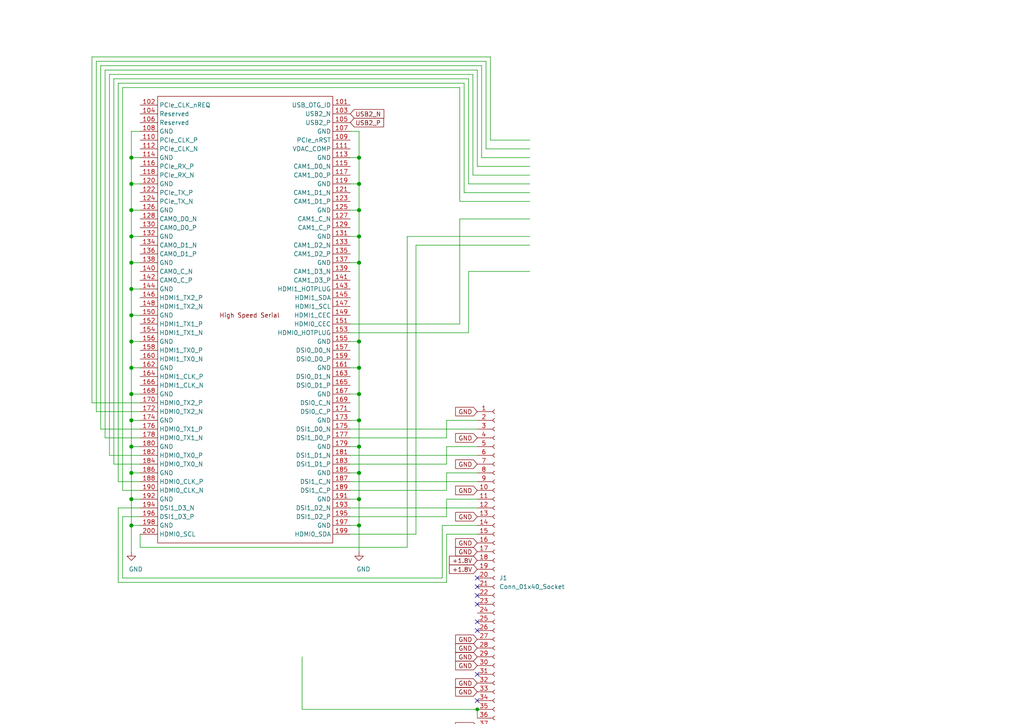
<source format=kicad_sch>
(kicad_sch
	(version 20231120)
	(generator "eeschema")
	(generator_version "8.0")
	(uuid "d45a5237-80b3-46e0-bd94-a2854fffaa25")
	(paper "A4")
	(title_block
		(title "Raspberry Pi Compute Module 4 Carrier Template")
		(date "2020-10-31")
		(rev "v01")
		(comment 2 "creativecommons.org/licenses/by-sa/4.0")
		(comment 3 "License: CC BY 4.0")
		(comment 4 "Author: Shawn Hymel")
	)
	(lib_symbols
		(symbol "CM4IO:ComputeModule4-CM4"
			(exclude_from_sim no)
			(in_bom yes)
			(on_board yes)
			(property "Reference" "Module1"
				(at -2.54 68.58 0)
				(effects
					(font
						(size 1.27 1.27)
					)
				)
			)
			(property "Value" "ComputeModule4-CM4"
				(at -2.54 66.04 0)
				(effects
					(font
						(size 1.27 1.27)
					)
				)
			)
			(property "Footprint" "CM4IO:Raspberry-Pi-4-Compute-Module"
				(at 142.24 -26.67 0)
				(effects
					(font
						(size 1.27 1.27)
					)
					(hide yes)
				)
			)
			(property "Datasheet" ""
				(at 142.24 -26.67 0)
				(effects
					(font
						(size 1.27 1.27)
					)
					(hide yes)
				)
			)
			(property "Description" ""
				(at 0 0 0)
				(effects
					(font
						(size 1.27 1.27)
					)
					(hide yes)
				)
			)
			(property "MPN" "2x DF40C-100DS-0.4V"
				(at 0 -2.54 0)
				(effects
					(font
						(size 1.27 1.27)
					)
				)
			)
			(property "Digi-Key_PN" "2x H11615CT-ND"
				(at 0 0 0)
				(effects
					(font
						(size 1.27 1.27)
					)
					(hide yes)
				)
			)
			(property "Digi-Key_PN (Alt)" "2x H124602CT-ND"
				(at 0 0 0)
				(effects
					(font
						(size 1.27 1.27)
					)
					(hide yes)
				)
			)
			(property "Field4" "Hirose"
				(at -76.2 -101.6 0)
				(effects
					(font
						(size 1.27 1.27)
					)
					(hide yes)
				)
			)
			(property "Field5" "2x DF40C-100DS-0.4V"
				(at -76.2 -101.6 0)
				(effects
					(font
						(size 1.27 1.27)
					)
					(hide yes)
				)
			)
			(symbol "ComputeModule4-CM4_1_0"
				(text "GPIO"
					(at 0 6.35 0)
					(effects
						(font
							(size 1.27 1.27)
						)
					)
				)
			)
			(symbol "ComputeModule4-CM4_1_1"
				(rectangle
					(start -30.48 -71.12)
					(end 25.4 58.42)
					(stroke
						(width 0)
						(type default)
					)
					(fill
						(type none)
					)
				)
				(text "600mA Max"
					(at -8.89 -53.34 0)
					(effects
						(font
							(size 1.27 1.27)
						)
					)
				)
				(text "600mA Max"
					(at -8.89 -48.26 0)
					(effects
						(font
							(size 1.27 1.27)
						)
					)
				)
				(text "NB SD signals are only available"
					(at -1.27 -27.94 0)
					(effects
						(font
							(size 1.27 1.27)
						)
					)
				)
				(text "on modules without eMMC"
					(at -1.27 -30.48 0)
					(effects
						(font
							(size 1.27 1.27)
						)
					)
				)
				(pin power_in line
					(at 27.94 55.88 180)
					(length 2.54)
					(name "GND"
						(effects
							(font
								(size 1.27 1.27)
							)
						)
					)
					(number "1"
						(effects
							(font
								(size 1.27 1.27)
							)
						)
					)
				)
				(pin passive line
					(at -33.02 45.72 0)
					(length 2.54)
					(name "Ethernet_Pair0_N"
						(effects
							(font
								(size 1.27 1.27)
							)
						)
					)
					(number "10"
						(effects
							(font
								(size 1.27 1.27)
							)
						)
					)
				)
				(pin output line
					(at -33.02 -68.58 0)
					(length 2.54)
					(name "nEXTRST"
						(effects
							(font
								(size 1.27 1.27)
							)
						)
					)
					(number "100"
						(effects
							(font
								(size 1.27 1.27)
							)
						)
					)
				)
				(pin passive line
					(at 27.94 43.18 180)
					(length 2.54)
					(name "Ethernet_Pair2_P"
						(effects
							(font
								(size 1.27 1.27)
							)
						)
					)
					(number "11"
						(effects
							(font
								(size 1.27 1.27)
							)
						)
					)
				)
				(pin passive line
					(at -33.02 43.18 0)
					(length 2.54)
					(name "Ethernet_Pair0_P"
						(effects
							(font
								(size 1.27 1.27)
							)
						)
					)
					(number "12"
						(effects
							(font
								(size 1.27 1.27)
							)
						)
					)
				)
				(pin power_in line
					(at 27.94 40.64 180)
					(length 2.54)
					(name "GND"
						(effects
							(font
								(size 1.27 1.27)
							)
						)
					)
					(number "13"
						(effects
							(font
								(size 1.27 1.27)
							)
						)
					)
				)
				(pin power_in line
					(at -33.02 40.64 0)
					(length 2.54)
					(name "GND"
						(effects
							(font
								(size 1.27 1.27)
							)
						)
					)
					(number "14"
						(effects
							(font
								(size 1.27 1.27)
							)
						)
					)
				)
				(pin output line
					(at 27.94 38.1 180)
					(length 2.54)
					(name "Ethernet_nLED3(3.3v)"
						(effects
							(font
								(size 1.27 1.27)
							)
						)
					)
					(number "15"
						(effects
							(font
								(size 1.27 1.27)
							)
						)
					)
				)
				(pin input line
					(at -33.02 38.1 0)
					(length 2.54)
					(name "Ethernet_SYNC_IN(1.8v)"
						(effects
							(font
								(size 1.27 1.27)
							)
						)
					)
					(number "16"
						(effects
							(font
								(size 1.27 1.27)
							)
						)
					)
				)
				(pin output line
					(at 27.94 35.56 180)
					(length 2.54)
					(name "Ethernet_nLED2(3.3v)"
						(effects
							(font
								(size 1.27 1.27)
							)
						)
					)
					(number "17"
						(effects
							(font
								(size 1.27 1.27)
							)
						)
					)
				)
				(pin input line
					(at -33.02 35.56 0)
					(length 2.54)
					(name "Ethernet_SYNC_OUT(1.8v)"
						(effects
							(font
								(size 1.27 1.27)
							)
						)
					)
					(number "18"
						(effects
							(font
								(size 1.27 1.27)
							)
						)
					)
				)
				(pin output line
					(at 27.94 33.02 180)
					(length 2.54)
					(name "Ethernet_nLED1(3.3v)"
						(effects
							(font
								(size 1.27 1.27)
							)
						)
					)
					(number "19"
						(effects
							(font
								(size 1.27 1.27)
							)
						)
					)
				)
				(pin power_in line
					(at -33.02 55.88 0)
					(length 2.54)
					(name "GND"
						(effects
							(font
								(size 1.27 1.27)
							)
						)
					)
					(number "2"
						(effects
							(font
								(size 1.27 1.27)
							)
						)
					)
				)
				(pin passive line
					(at -33.02 33.02 0)
					(length 2.54)
					(name "EEPROM_nWP"
						(effects
							(font
								(size 1.27 1.27)
							)
						)
					)
					(number "20"
						(effects
							(font
								(size 1.27 1.27)
							)
						)
					)
				)
				(pin open_collector line
					(at 27.94 30.48 180)
					(length 2.54)
					(name "PI_nLED_Activity"
						(effects
							(font
								(size 1.27 1.27)
							)
						)
					)
					(number "21"
						(effects
							(font
								(size 1.27 1.27)
							)
						)
					)
				)
				(pin power_in line
					(at -33.02 30.48 0)
					(length 2.54)
					(name "GND"
						(effects
							(font
								(size 1.27 1.27)
							)
						)
					)
					(number "22"
						(effects
							(font
								(size 1.27 1.27)
							)
						)
					)
				)
				(pin power_in line
					(at 27.94 27.94 180)
					(length 2.54)
					(name "GND"
						(effects
							(font
								(size 1.27 1.27)
							)
						)
					)
					(number "23"
						(effects
							(font
								(size 1.27 1.27)
							)
						)
					)
				)
				(pin passive line
					(at -33.02 27.94 0)
					(length 2.54)
					(name "GPIO26"
						(effects
							(font
								(size 1.27 1.27)
							)
						)
					)
					(number "24"
						(effects
							(font
								(size 1.27 1.27)
							)
						)
					)
				)
				(pin passive line
					(at 27.94 25.4 180)
					(length 2.54)
					(name "GPIO21"
						(effects
							(font
								(size 1.27 1.27)
							)
						)
					)
					(number "25"
						(effects
							(font
								(size 1.27 1.27)
							)
						)
					)
				)
				(pin passive line
					(at -33.02 25.4 0)
					(length 2.54)
					(name "GPIO19"
						(effects
							(font
								(size 1.27 1.27)
							)
						)
					)
					(number "26"
						(effects
							(font
								(size 1.27 1.27)
							)
						)
					)
				)
				(pin passive line
					(at 27.94 22.86 180)
					(length 2.54)
					(name "GPIO20"
						(effects
							(font
								(size 1.27 1.27)
							)
						)
					)
					(number "27"
						(effects
							(font
								(size 1.27 1.27)
							)
						)
					)
				)
				(pin passive line
					(at -33.02 22.86 0)
					(length 2.54)
					(name "GPIO13"
						(effects
							(font
								(size 1.27 1.27)
							)
						)
					)
					(number "28"
						(effects
							(font
								(size 1.27 1.27)
							)
						)
					)
				)
				(pin passive line
					(at 27.94 20.32 180)
					(length 2.54)
					(name "GPIO16"
						(effects
							(font
								(size 1.27 1.27)
							)
						)
					)
					(number "29"
						(effects
							(font
								(size 1.27 1.27)
							)
						)
					)
				)
				(pin passive line
					(at 27.94 53.34 180)
					(length 2.54)
					(name "Ethernet_Pair3_P"
						(effects
							(font
								(size 1.27 1.27)
							)
						)
					)
					(number "3"
						(effects
							(font
								(size 1.27 1.27)
							)
						)
					)
				)
				(pin passive line
					(at -33.02 20.32 0)
					(length 2.54)
					(name "GPIO6"
						(effects
							(font
								(size 1.27 1.27)
							)
						)
					)
					(number "30"
						(effects
							(font
								(size 1.27 1.27)
							)
						)
					)
				)
				(pin passive line
					(at 27.94 17.78 180)
					(length 2.54)
					(name "GPIO12"
						(effects
							(font
								(size 1.27 1.27)
							)
						)
					)
					(number "31"
						(effects
							(font
								(size 1.27 1.27)
							)
						)
					)
				)
				(pin power_in line
					(at -33.02 17.78 0)
					(length 2.54)
					(name "GND"
						(effects
							(font
								(size 1.27 1.27)
							)
						)
					)
					(number "32"
						(effects
							(font
								(size 1.27 1.27)
							)
						)
					)
				)
				(pin power_in line
					(at 27.94 15.24 180)
					(length 2.54)
					(name "GND"
						(effects
							(font
								(size 1.27 1.27)
							)
						)
					)
					(number "33"
						(effects
							(font
								(size 1.27 1.27)
							)
						)
					)
				)
				(pin passive line
					(at -33.02 15.24 0)
					(length 2.54)
					(name "GPIO5"
						(effects
							(font
								(size 1.27 1.27)
							)
						)
					)
					(number "34"
						(effects
							(font
								(size 1.27 1.27)
							)
						)
					)
				)
				(pin passive line
					(at 27.94 12.7 180)
					(length 2.54)
					(name "ID_SC"
						(effects
							(font
								(size 1.27 1.27)
							)
						)
					)
					(number "35"
						(effects
							(font
								(size 1.27 1.27)
							)
						)
					)
				)
				(pin passive line
					(at -33.02 12.7 0)
					(length 2.54)
					(name "ID_SD"
						(effects
							(font
								(size 1.27 1.27)
							)
						)
					)
					(number "36"
						(effects
							(font
								(size 1.27 1.27)
							)
						)
					)
				)
				(pin passive line
					(at 27.94 10.16 180)
					(length 2.54)
					(name "GPIO7"
						(effects
							(font
								(size 1.27 1.27)
							)
						)
					)
					(number "37"
						(effects
							(font
								(size 1.27 1.27)
							)
						)
					)
				)
				(pin passive line
					(at -33.02 10.16 0)
					(length 2.54)
					(name "GPIO11"
						(effects
							(font
								(size 1.27 1.27)
							)
						)
					)
					(number "38"
						(effects
							(font
								(size 1.27 1.27)
							)
						)
					)
				)
				(pin passive line
					(at 27.94 7.62 180)
					(length 2.54)
					(name "GPIO8"
						(effects
							(font
								(size 1.27 1.27)
							)
						)
					)
					(number "39"
						(effects
							(font
								(size 1.27 1.27)
							)
						)
					)
				)
				(pin passive line
					(at -33.02 53.34 0)
					(length 2.54)
					(name "Ethernet_Pair1_P"
						(effects
							(font
								(size 1.27 1.27)
							)
						)
					)
					(number "4"
						(effects
							(font
								(size 1.27 1.27)
							)
						)
					)
				)
				(pin passive line
					(at -33.02 7.62 0)
					(length 2.54)
					(name "GPIO9"
						(effects
							(font
								(size 1.27 1.27)
							)
						)
					)
					(number "40"
						(effects
							(font
								(size 1.27 1.27)
							)
						)
					)
				)
				(pin passive line
					(at 27.94 5.08 180)
					(length 2.54)
					(name "GPIO25"
						(effects
							(font
								(size 1.27 1.27)
							)
						)
					)
					(number "41"
						(effects
							(font
								(size 1.27 1.27)
							)
						)
					)
				)
				(pin power_in line
					(at -33.02 5.08 0)
					(length 2.54)
					(name "GND"
						(effects
							(font
								(size 1.27 1.27)
							)
						)
					)
					(number "42"
						(effects
							(font
								(size 1.27 1.27)
							)
						)
					)
				)
				(pin power_in line
					(at 27.94 2.54 180)
					(length 2.54)
					(name "GND"
						(effects
							(font
								(size 1.27 1.27)
							)
						)
					)
					(number "43"
						(effects
							(font
								(size 1.27 1.27)
							)
						)
					)
				)
				(pin passive line
					(at -33.02 2.54 0)
					(length 2.54)
					(name "GPIO10"
						(effects
							(font
								(size 1.27 1.27)
							)
						)
					)
					(number "44"
						(effects
							(font
								(size 1.27 1.27)
							)
						)
					)
				)
				(pin passive line
					(at 27.94 0 180)
					(length 2.54)
					(name "GPIO24"
						(effects
							(font
								(size 1.27 1.27)
							)
						)
					)
					(number "45"
						(effects
							(font
								(size 1.27 1.27)
							)
						)
					)
				)
				(pin passive line
					(at -33.02 0 0)
					(length 2.54)
					(name "GPIO22"
						(effects
							(font
								(size 1.27 1.27)
							)
						)
					)
					(number "46"
						(effects
							(font
								(size 1.27 1.27)
							)
						)
					)
				)
				(pin passive line
					(at 27.94 -2.54 180)
					(length 2.54)
					(name "GPIO23"
						(effects
							(font
								(size 1.27 1.27)
							)
						)
					)
					(number "47"
						(effects
							(font
								(size 1.27 1.27)
							)
						)
					)
				)
				(pin passive line
					(at -33.02 -2.54 0)
					(length 2.54)
					(name "GPIO27"
						(effects
							(font
								(size 1.27 1.27)
							)
						)
					)
					(number "48"
						(effects
							(font
								(size 1.27 1.27)
							)
						)
					)
				)
				(pin passive line
					(at 27.94 -5.08 180)
					(length 2.54)
					(name "GPIO18"
						(effects
							(font
								(size 1.27 1.27)
							)
						)
					)
					(number "49"
						(effects
							(font
								(size 1.27 1.27)
							)
						)
					)
				)
				(pin passive line
					(at 27.94 50.8 180)
					(length 2.54)
					(name "Ethernet_Pair3_N"
						(effects
							(font
								(size 1.27 1.27)
							)
						)
					)
					(number "5"
						(effects
							(font
								(size 1.27 1.27)
							)
						)
					)
				)
				(pin passive line
					(at -33.02 -5.08 0)
					(length 2.54)
					(name "GPIO17"
						(effects
							(font
								(size 1.27 1.27)
							)
						)
					)
					(number "50"
						(effects
							(font
								(size 1.27 1.27)
							)
						)
					)
				)
				(pin passive line
					(at 27.94 -7.62 180)
					(length 2.54)
					(name "GPIO15"
						(effects
							(font
								(size 1.27 1.27)
							)
						)
					)
					(number "51"
						(effects
							(font
								(size 1.27 1.27)
							)
						)
					)
				)
				(pin power_in line
					(at -33.02 -7.62 0)
					(length 2.54)
					(name "GND"
						(effects
							(font
								(size 1.27 1.27)
							)
						)
					)
					(number "52"
						(effects
							(font
								(size 1.27 1.27)
							)
						)
					)
				)
				(pin power_in line
					(at 27.94 -10.16 180)
					(length 2.54)
					(name "GND"
						(effects
							(font
								(size 1.27 1.27)
							)
						)
					)
					(number "53"
						(effects
							(font
								(size 1.27 1.27)
							)
						)
					)
				)
				(pin passive line
					(at -33.02 -10.16 0)
					(length 2.54)
					(name "GPIO4"
						(effects
							(font
								(size 1.27 1.27)
							)
						)
					)
					(number "54"
						(effects
							(font
								(size 1.27 1.27)
							)
						)
					)
				)
				(pin passive line
					(at 27.94 -12.7 180)
					(length 2.54)
					(name "GPIO14"
						(effects
							(font
								(size 1.27 1.27)
							)
						)
					)
					(number "55"
						(effects
							(font
								(size 1.27 1.27)
							)
						)
					)
				)
				(pin passive line
					(at -33.02 -12.7 0)
					(length 2.54)
					(name "GPIO3"
						(effects
							(font
								(size 1.27 1.27)
							)
						)
					)
					(number "56"
						(effects
							(font
								(size 1.27 1.27)
							)
						)
					)
				)
				(pin passive line
					(at 27.94 -15.24 180)
					(length 2.54)
					(name "SD_CLK"
						(effects
							(font
								(size 1.27 1.27)
							)
						)
					)
					(number "57"
						(effects
							(font
								(size 1.27 1.27)
							)
						)
					)
				)
				(pin passive line
					(at -33.02 -15.24 0)
					(length 2.54)
					(name "GPIO2"
						(effects
							(font
								(size 1.27 1.27)
							)
						)
					)
					(number "58"
						(effects
							(font
								(size 1.27 1.27)
							)
						)
					)
				)
				(pin power_in line
					(at 27.94 -17.78 180)
					(length 2.54)
					(name "GND"
						(effects
							(font
								(size 1.27 1.27)
							)
						)
					)
					(number "59"
						(effects
							(font
								(size 1.27 1.27)
							)
						)
					)
				)
				(pin passive line
					(at -33.02 50.8 0)
					(length 2.54)
					(name "Ethernet_Pair1_N"
						(effects
							(font
								(size 1.27 1.27)
							)
						)
					)
					(number "6"
						(effects
							(font
								(size 1.27 1.27)
							)
						)
					)
				)
				(pin power_in line
					(at -33.02 -17.78 0)
					(length 2.54)
					(name "GND"
						(effects
							(font
								(size 1.27 1.27)
							)
						)
					)
					(number "60"
						(effects
							(font
								(size 1.27 1.27)
							)
						)
					)
				)
				(pin passive line
					(at 27.94 -20.32 180)
					(length 2.54)
					(name "SD_DAT3"
						(effects
							(font
								(size 1.27 1.27)
							)
						)
					)
					(number "61"
						(effects
							(font
								(size 1.27 1.27)
							)
						)
					)
				)
				(pin passive line
					(at -33.02 -20.32 0)
					(length 2.54)
					(name "SD_CMD"
						(effects
							(font
								(size 1.27 1.27)
							)
						)
					)
					(number "62"
						(effects
							(font
								(size 1.27 1.27)
							)
						)
					)
				)
				(pin passive line
					(at 27.94 -22.86 180)
					(length 2.54)
					(name "SD_DAT0"
						(effects
							(font
								(size 1.27 1.27)
							)
						)
					)
					(number "63"
						(effects
							(font
								(size 1.27 1.27)
							)
						)
					)
				)
				(pin passive line
					(at -33.02 -22.86 0)
					(length 2.54)
					(name "SD_DAT5"
						(effects
							(font
								(size 1.27 1.27)
							)
						)
					)
					(number "64"
						(effects
							(font
								(size 1.27 1.27)
							)
						)
					)
				)
				(pin power_in line
					(at 27.94 -25.4 180)
					(length 2.54)
					(name "GND"
						(effects
							(font
								(size 1.27 1.27)
							)
						)
					)
					(number "65"
						(effects
							(font
								(size 1.27 1.27)
							)
						)
					)
				)
				(pin power_in line
					(at -33.02 -25.4 0)
					(length 2.54)
					(name "GND"
						(effects
							(font
								(size 1.27 1.27)
							)
						)
					)
					(number "66"
						(effects
							(font
								(size 1.27 1.27)
							)
						)
					)
				)
				(pin passive line
					(at 27.94 -27.94 180)
					(length 2.54)
					(name "SD_DAT1"
						(effects
							(font
								(size 1.27 1.27)
							)
						)
					)
					(number "67"
						(effects
							(font
								(size 1.27 1.27)
							)
						)
					)
				)
				(pin passive line
					(at -33.02 -27.94 0)
					(length 2.54)
					(name "SD_DAT4"
						(effects
							(font
								(size 1.27 1.27)
							)
						)
					)
					(number "68"
						(effects
							(font
								(size 1.27 1.27)
							)
						)
					)
				)
				(pin passive line
					(at 27.94 -30.48 180)
					(length 2.54)
					(name "SD_DAT2"
						(effects
							(font
								(size 1.27 1.27)
							)
						)
					)
					(number "69"
						(effects
							(font
								(size 1.27 1.27)
							)
						)
					)
				)
				(pin power_in line
					(at 27.94 48.26 180)
					(length 2.54)
					(name "GND"
						(effects
							(font
								(size 1.27 1.27)
							)
						)
					)
					(number "7"
						(effects
							(font
								(size 1.27 1.27)
							)
						)
					)
				)
				(pin passive line
					(at -33.02 -30.48 0)
					(length 2.54)
					(name "SD_DAT7"
						(effects
							(font
								(size 1.27 1.27)
							)
						)
					)
					(number "70"
						(effects
							(font
								(size 1.27 1.27)
							)
						)
					)
				)
				(pin power_in line
					(at 27.94 -33.02 180)
					(length 2.54)
					(name "GND"
						(effects
							(font
								(size 1.27 1.27)
							)
						)
					)
					(number "71"
						(effects
							(font
								(size 1.27 1.27)
							)
						)
					)
				)
				(pin passive line
					(at -33.02 -33.02 0)
					(length 2.54)
					(name "SD_DAT6"
						(effects
							(font
								(size 1.27 1.27)
							)
						)
					)
					(number "72"
						(effects
							(font
								(size 1.27 1.27)
							)
						)
					)
				)
				(pin input line
					(at 27.94 -35.56 180)
					(length 2.54)
					(name "SD_VDD_Override"
						(effects
							(font
								(size 1.27 1.27)
							)
						)
					)
					(number "73"
						(effects
							(font
								(size 1.27 1.27)
							)
						)
					)
				)
				(pin power_in line
					(at -33.02 -35.56 0)
					(length 2.54)
					(name "GND"
						(effects
							(font
								(size 1.27 1.27)
							)
						)
					)
					(number "74"
						(effects
							(font
								(size 1.27 1.27)
							)
						)
					)
				)
				(pin output line
					(at 27.94 -38.1 180)
					(length 2.54)
					(name "SD_PWR_ON"
						(effects
							(font
								(size 1.27 1.27)
							)
						)
					)
					(number "75"
						(effects
							(font
								(size 1.27 1.27)
							)
						)
					)
				)
				(pin passive line
					(at -33.02 -38.1 0)
					(length 2.54)
					(name "Reserved"
						(effects
							(font
								(size 1.27 1.27)
							)
						)
					)
					(number "76"
						(effects
							(font
								(size 1.27 1.27)
							)
						)
					)
				)
				(pin power_in line
					(at 27.94 -40.64 180)
					(length 2.54)
					(name "+5v_(Input)"
						(effects
							(font
								(size 1.27 1.27)
							)
						)
					)
					(number "77"
						(effects
							(font
								(size 1.27 1.27)
							)
						)
					)
				)
				(pin power_in line
					(at -33.02 -40.64 0)
					(length 2.54)
					(name "GPIO_VREF(1.8v/3.3v_Input)"
						(effects
							(font
								(size 1.27 1.27)
							)
						)
					)
					(number "78"
						(effects
							(font
								(size 1.27 1.27)
							)
						)
					)
				)
				(pin power_in line
					(at 27.94 -43.18 180)
					(length 2.54)
					(name "+5v_(Input)"
						(effects
							(font
								(size 1.27 1.27)
							)
						)
					)
					(number "79"
						(effects
							(font
								(size 1.27 1.27)
							)
						)
					)
				)
				(pin power_in line
					(at -33.02 48.26 0)
					(length 2.54)
					(name "GND"
						(effects
							(font
								(size 1.27 1.27)
							)
						)
					)
					(number "8"
						(effects
							(font
								(size 1.27 1.27)
							)
						)
					)
				)
				(pin passive line
					(at -33.02 -43.18 0)
					(length 2.54)
					(name "SCL0"
						(effects
							(font
								(size 1.27 1.27)
							)
						)
					)
					(number "80"
						(effects
							(font
								(size 1.27 1.27)
							)
						)
					)
				)
				(pin power_in line
					(at 27.94 -45.72 180)
					(length 2.54)
					(name "+5v_(Input)"
						(effects
							(font
								(size 1.27 1.27)
							)
						)
					)
					(number "81"
						(effects
							(font
								(size 1.27 1.27)
							)
						)
					)
				)
				(pin passive line
					(at -33.02 -45.72 0)
					(length 2.54)
					(name "SDA0"
						(effects
							(font
								(size 1.27 1.27)
							)
						)
					)
					(number "82"
						(effects
							(font
								(size 1.27 1.27)
							)
						)
					)
				)
				(pin power_in line
					(at 27.94 -48.26 180)
					(length 2.54)
					(name "+5v_(Input)"
						(effects
							(font
								(size 1.27 1.27)
							)
						)
					)
					(number "83"
						(effects
							(font
								(size 1.27 1.27)
							)
						)
					)
				)
				(pin power_out line
					(at -33.02 -48.26 0)
					(length 2.54)
					(name "+3.3v_(Output)"
						(effects
							(font
								(size 1.27 1.27)
							)
						)
					)
					(number "84"
						(effects
							(font
								(size 1.27 1.27)
							)
						)
					)
				)
				(pin power_in line
					(at 27.94 -50.8 180)
					(length 2.54)
					(name "+5v_(Input)"
						(effects
							(font
								(size 1.27 1.27)
							)
						)
					)
					(number "85"
						(effects
							(font
								(size 1.27 1.27)
							)
						)
					)
				)
				(pin power_out line
					(at -33.02 -50.8 0)
					(length 2.54)
					(name "+3.3v_(Output)"
						(effects
							(font
								(size 1.27 1.27)
							)
						)
					)
					(number "86"
						(effects
							(font
								(size 1.27 1.27)
							)
						)
					)
				)
				(pin power_in line
					(at 27.94 -53.34 180)
					(length 2.54)
					(name "+5v_(Input)"
						(effects
							(font
								(size 1.27 1.27)
							)
						)
					)
					(number "87"
						(effects
							(font
								(size 1.27 1.27)
							)
						)
					)
				)
				(pin power_out line
					(at -33.02 -53.34 0)
					(length 2.54)
					(name "+1.8v_(Output)"
						(effects
							(font
								(size 1.27 1.27)
							)
						)
					)
					(number "88"
						(effects
							(font
								(size 1.27 1.27)
							)
						)
					)
				)
				(pin power_in line
					(at 27.94 -55.88 180)
					(length 2.54)
					(name "WiFi_nDisable"
						(effects
							(font
								(size 1.27 1.27)
							)
						)
					)
					(number "89"
						(effects
							(font
								(size 1.27 1.27)
							)
						)
					)
				)
				(pin passive line
					(at 27.94 45.72 180)
					(length 2.54)
					(name "Ethernet_Pair2_N"
						(effects
							(font
								(size 1.27 1.27)
							)
						)
					)
					(number "9"
						(effects
							(font
								(size 1.27 1.27)
							)
						)
					)
				)
				(pin power_out line
					(at -33.02 -55.88 0)
					(length 2.54)
					(name "+1.8v_(Output)"
						(effects
							(font
								(size 1.27 1.27)
							)
						)
					)
					(number "90"
						(effects
							(font
								(size 1.27 1.27)
							)
						)
					)
				)
				(pin power_in line
					(at 27.94 -58.42 180)
					(length 2.54)
					(name "BT_nDisable"
						(effects
							(font
								(size 1.27 1.27)
							)
						)
					)
					(number "91"
						(effects
							(font
								(size 1.27 1.27)
							)
						)
					)
				)
				(pin passive line
					(at -33.02 -58.42 0)
					(length 2.54)
					(name "RUN_PG"
						(effects
							(font
								(size 1.27 1.27)
							)
						)
					)
					(number "92"
						(effects
							(font
								(size 1.27 1.27)
							)
						)
					)
				)
				(pin input line
					(at 27.94 -60.96 180)
					(length 2.54)
					(name "nRPIBOOT"
						(effects
							(font
								(size 1.27 1.27)
							)
						)
					)
					(number "93"
						(effects
							(font
								(size 1.27 1.27)
							)
						)
					)
				)
				(pin passive line
					(at -33.02 -60.96 0)
					(length 2.54)
					(name "AnalogIP0"
						(effects
							(font
								(size 1.27 1.27)
							)
						)
					)
					(number "94"
						(effects
							(font
								(size 1.27 1.27)
							)
						)
					)
				)
				(pin output line
					(at 27.94 -63.5 180)
					(length 2.54)
					(name "nPI_LED_PWR"
						(effects
							(font
								(size 1.27 1.27)
							)
						)
					)
					(number "95"
						(effects
							(font
								(size 1.27 1.27)
							)
						)
					)
				)
				(pin passive line
					(at -33.02 -63.5 0)
					(length 2.54)
					(name "AnalogIP1"
						(effects
							(font
								(size 1.27 1.27)
							)
						)
					)
					(number "96"
						(effects
							(font
								(size 1.27 1.27)
							)
						)
					)
				)
				(pin passive line
					(at 27.94 -66.04 180)
					(length 2.54)
					(name "Camera_GPIO"
						(effects
							(font
								(size 1.27 1.27)
							)
						)
					)
					(number "97"
						(effects
							(font
								(size 1.27 1.27)
							)
						)
					)
				)
				(pin power_in line
					(at -33.02 -66.04 0)
					(length 2.54)
					(name "GND"
						(effects
							(font
								(size 1.27 1.27)
							)
						)
					)
					(number "98"
						(effects
							(font
								(size 1.27 1.27)
							)
						)
					)
				)
				(pin input line
					(at 27.94 -68.58 180)
					(length 2.54)
					(name "Global_EN"
						(effects
							(font
								(size 1.27 1.27)
							)
						)
					)
					(number "99"
						(effects
							(font
								(size 1.27 1.27)
							)
						)
					)
				)
			)
			(symbol "ComputeModule4-CM4_2_1"
				(rectangle
					(start 114.3 -66.04)
					(end 165.1 63.5)
					(stroke
						(width 0)
						(type default)
					)
					(fill
						(type none)
					)
				)
				(text "High Speed Serial"
					(at 140.97 0 0)
					(effects
						(font
							(size 1.27 1.27)
						)
					)
				)
				(pin input line
					(at 170.18 60.96 180)
					(length 5.08)
					(name "USB_OTG_ID"
						(effects
							(font
								(size 1.27 1.27)
							)
						)
					)
					(number "101"
						(effects
							(font
								(size 1.27 1.27)
							)
						)
					)
				)
				(pin input line
					(at 109.22 60.96 0)
					(length 5.08)
					(name "PCIe_CLK_nREQ"
						(effects
							(font
								(size 1.27 1.27)
							)
						)
					)
					(number "102"
						(effects
							(font
								(size 1.27 1.27)
							)
						)
					)
				)
				(pin passive line
					(at 170.18 58.42 180)
					(length 5.08)
					(name "USB2_N"
						(effects
							(font
								(size 1.27 1.27)
							)
						)
					)
					(number "103"
						(effects
							(font
								(size 1.27 1.27)
							)
						)
					)
				)
				(pin passive line
					(at 109.22 58.42 0)
					(length 5.08)
					(name "Reserved"
						(effects
							(font
								(size 1.27 1.27)
							)
						)
					)
					(number "104"
						(effects
							(font
								(size 1.27 1.27)
							)
						)
					)
				)
				(pin passive line
					(at 170.18 55.88 180)
					(length 5.08)
					(name "USB2_P"
						(effects
							(font
								(size 1.27 1.27)
							)
						)
					)
					(number "105"
						(effects
							(font
								(size 1.27 1.27)
							)
						)
					)
				)
				(pin passive line
					(at 109.22 55.88 0)
					(length 5.08)
					(name "Reserved"
						(effects
							(font
								(size 1.27 1.27)
							)
						)
					)
					(number "106"
						(effects
							(font
								(size 1.27 1.27)
							)
						)
					)
				)
				(pin power_in line
					(at 170.18 53.34 180)
					(length 5.08)
					(name "GND"
						(effects
							(font
								(size 1.27 1.27)
							)
						)
					)
					(number "107"
						(effects
							(font
								(size 1.27 1.27)
							)
						)
					)
				)
				(pin power_in line
					(at 109.22 53.34 0)
					(length 5.08)
					(name "GND"
						(effects
							(font
								(size 1.27 1.27)
							)
						)
					)
					(number "108"
						(effects
							(font
								(size 1.27 1.27)
							)
						)
					)
				)
				(pin bidirectional line
					(at 170.18 50.8 180)
					(length 5.08)
					(name "PCIe_nRST"
						(effects
							(font
								(size 1.27 1.27)
							)
						)
					)
					(number "109"
						(effects
							(font
								(size 1.27 1.27)
							)
						)
					)
				)
				(pin output line
					(at 109.22 50.8 0)
					(length 5.08)
					(name "PCIe_CLK_P"
						(effects
							(font
								(size 1.27 1.27)
							)
						)
					)
					(number "110"
						(effects
							(font
								(size 1.27 1.27)
							)
						)
					)
				)
				(pin passive line
					(at 170.18 48.26 180)
					(length 5.08)
					(name "VDAC_COMP"
						(effects
							(font
								(size 1.27 1.27)
							)
						)
					)
					(number "111"
						(effects
							(font
								(size 1.27 1.27)
							)
						)
					)
				)
				(pin output line
					(at 109.22 48.26 0)
					(length 5.08)
					(name "PCIe_CLK_N"
						(effects
							(font
								(size 1.27 1.27)
							)
						)
					)
					(number "112"
						(effects
							(font
								(size 1.27 1.27)
							)
						)
					)
				)
				(pin power_in line
					(at 170.18 45.72 180)
					(length 5.08)
					(name "GND"
						(effects
							(font
								(size 1.27 1.27)
							)
						)
					)
					(number "113"
						(effects
							(font
								(size 1.27 1.27)
							)
						)
					)
				)
				(pin power_in line
					(at 109.22 45.72 0)
					(length 5.08)
					(name "GND"
						(effects
							(font
								(size 1.27 1.27)
							)
						)
					)
					(number "114"
						(effects
							(font
								(size 1.27 1.27)
							)
						)
					)
				)
				(pin input line
					(at 170.18 43.18 180)
					(length 5.08)
					(name "CAM1_D0_N"
						(effects
							(font
								(size 1.27 1.27)
							)
						)
					)
					(number "115"
						(effects
							(font
								(size 1.27 1.27)
							)
						)
					)
				)
				(pin input line
					(at 109.22 43.18 0)
					(length 5.08)
					(name "PCIe_RX_P"
						(effects
							(font
								(size 1.27 1.27)
							)
						)
					)
					(number "116"
						(effects
							(font
								(size 1.27 1.27)
							)
						)
					)
				)
				(pin input line
					(at 170.18 40.64 180)
					(length 5.08)
					(name "CAM1_D0_P"
						(effects
							(font
								(size 1.27 1.27)
							)
						)
					)
					(number "117"
						(effects
							(font
								(size 1.27 1.27)
							)
						)
					)
				)
				(pin input line
					(at 109.22 40.64 0)
					(length 5.08)
					(name "PCIe_RX_N"
						(effects
							(font
								(size 1.27 1.27)
							)
						)
					)
					(number "118"
						(effects
							(font
								(size 1.27 1.27)
							)
						)
					)
				)
				(pin power_in line
					(at 170.18 38.1 180)
					(length 5.08)
					(name "GND"
						(effects
							(font
								(size 1.27 1.27)
							)
						)
					)
					(number "119"
						(effects
							(font
								(size 1.27 1.27)
							)
						)
					)
				)
				(pin power_in line
					(at 109.22 38.1 0)
					(length 5.08)
					(name "GND"
						(effects
							(font
								(size 1.27 1.27)
							)
						)
					)
					(number "120"
						(effects
							(font
								(size 1.27 1.27)
							)
						)
					)
				)
				(pin input line
					(at 170.18 35.56 180)
					(length 5.08)
					(name "CAM1_D1_N"
						(effects
							(font
								(size 1.27 1.27)
							)
						)
					)
					(number "121"
						(effects
							(font
								(size 1.27 1.27)
							)
						)
					)
				)
				(pin output line
					(at 109.22 35.56 0)
					(length 5.08)
					(name "PCIe_TX_P"
						(effects
							(font
								(size 1.27 1.27)
							)
						)
					)
					(number "122"
						(effects
							(font
								(size 1.27 1.27)
							)
						)
					)
				)
				(pin input line
					(at 170.18 33.02 180)
					(length 5.08)
					(name "CAM1_D1_P"
						(effects
							(font
								(size 1.27 1.27)
							)
						)
					)
					(number "123"
						(effects
							(font
								(size 1.27 1.27)
							)
						)
					)
				)
				(pin output line
					(at 109.22 33.02 0)
					(length 5.08)
					(name "PCIe_TX_N"
						(effects
							(font
								(size 1.27 1.27)
							)
						)
					)
					(number "124"
						(effects
							(font
								(size 1.27 1.27)
							)
						)
					)
				)
				(pin power_in line
					(at 170.18 30.48 180)
					(length 5.08)
					(name "GND"
						(effects
							(font
								(size 1.27 1.27)
							)
						)
					)
					(number "125"
						(effects
							(font
								(size 1.27 1.27)
							)
						)
					)
				)
				(pin power_in line
					(at 109.22 30.48 0)
					(length 5.08)
					(name "GND"
						(effects
							(font
								(size 1.27 1.27)
							)
						)
					)
					(number "126"
						(effects
							(font
								(size 1.27 1.27)
							)
						)
					)
				)
				(pin input line
					(at 170.18 27.94 180)
					(length 5.08)
					(name "CAM1_C_N"
						(effects
							(font
								(size 1.27 1.27)
							)
						)
					)
					(number "127"
						(effects
							(font
								(size 1.27 1.27)
							)
						)
					)
				)
				(pin input line
					(at 109.22 27.94 0)
					(length 5.08)
					(name "CAM0_D0_N"
						(effects
							(font
								(size 1.27 1.27)
							)
						)
					)
					(number "128"
						(effects
							(font
								(size 1.27 1.27)
							)
						)
					)
				)
				(pin input line
					(at 170.18 25.4 180)
					(length 5.08)
					(name "CAM1_C_P"
						(effects
							(font
								(size 1.27 1.27)
							)
						)
					)
					(number "129"
						(effects
							(font
								(size 1.27 1.27)
							)
						)
					)
				)
				(pin input line
					(at 109.22 25.4 0)
					(length 5.08)
					(name "CAM0_D0_P"
						(effects
							(font
								(size 1.27 1.27)
							)
						)
					)
					(number "130"
						(effects
							(font
								(size 1.27 1.27)
							)
						)
					)
				)
				(pin power_in line
					(at 170.18 22.86 180)
					(length 5.08)
					(name "GND"
						(effects
							(font
								(size 1.27 1.27)
							)
						)
					)
					(number "131"
						(effects
							(font
								(size 1.27 1.27)
							)
						)
					)
				)
				(pin power_in line
					(at 109.22 22.86 0)
					(length 5.08)
					(name "GND"
						(effects
							(font
								(size 1.27 1.27)
							)
						)
					)
					(number "132"
						(effects
							(font
								(size 1.27 1.27)
							)
						)
					)
				)
				(pin input line
					(at 170.18 20.32 180)
					(length 5.08)
					(name "CAM1_D2_N"
						(effects
							(font
								(size 1.27 1.27)
							)
						)
					)
					(number "133"
						(effects
							(font
								(size 1.27 1.27)
							)
						)
					)
				)
				(pin input line
					(at 109.22 20.32 0)
					(length 5.08)
					(name "CAM0_D1_N"
						(effects
							(font
								(size 1.27 1.27)
							)
						)
					)
					(number "134"
						(effects
							(font
								(size 1.27 1.27)
							)
						)
					)
				)
				(pin input line
					(at 170.18 17.78 180)
					(length 5.08)
					(name "CAM1_D2_P"
						(effects
							(font
								(size 1.27 1.27)
							)
						)
					)
					(number "135"
						(effects
							(font
								(size 1.27 1.27)
							)
						)
					)
				)
				(pin input line
					(at 109.22 17.78 0)
					(length 5.08)
					(name "CAM0_D1_P"
						(effects
							(font
								(size 1.27 1.27)
							)
						)
					)
					(number "136"
						(effects
							(font
								(size 1.27 1.27)
							)
						)
					)
				)
				(pin power_in line
					(at 170.18 15.24 180)
					(length 5.08)
					(name "GND"
						(effects
							(font
								(size 1.27 1.27)
							)
						)
					)
					(number "137"
						(effects
							(font
								(size 1.27 1.27)
							)
						)
					)
				)
				(pin power_in line
					(at 109.22 15.24 0)
					(length 5.08)
					(name "GND"
						(effects
							(font
								(size 1.27 1.27)
							)
						)
					)
					(number "138"
						(effects
							(font
								(size 1.27 1.27)
							)
						)
					)
				)
				(pin input line
					(at 170.18 12.7 180)
					(length 5.08)
					(name "CAM1_D3_N"
						(effects
							(font
								(size 1.27 1.27)
							)
						)
					)
					(number "139"
						(effects
							(font
								(size 1.27 1.27)
							)
						)
					)
				)
				(pin input line
					(at 109.22 12.7 0)
					(length 5.08)
					(name "CAM0_C_N"
						(effects
							(font
								(size 1.27 1.27)
							)
						)
					)
					(number "140"
						(effects
							(font
								(size 1.27 1.27)
							)
						)
					)
				)
				(pin input line
					(at 170.18 10.16 180)
					(length 5.08)
					(name "CAM1_D3_P"
						(effects
							(font
								(size 1.27 1.27)
							)
						)
					)
					(number "141"
						(effects
							(font
								(size 1.27 1.27)
							)
						)
					)
				)
				(pin input line
					(at 109.22 10.16 0)
					(length 5.08)
					(name "CAM0_C_P"
						(effects
							(font
								(size 1.27 1.27)
							)
						)
					)
					(number "142"
						(effects
							(font
								(size 1.27 1.27)
							)
						)
					)
				)
				(pin input line
					(at 170.18 7.62 180)
					(length 5.08)
					(name "HDMI1_HOTPLUG"
						(effects
							(font
								(size 1.27 1.27)
							)
						)
					)
					(number "143"
						(effects
							(font
								(size 1.27 1.27)
							)
						)
					)
				)
				(pin power_in line
					(at 109.22 7.62 0)
					(length 5.08)
					(name "GND"
						(effects
							(font
								(size 1.27 1.27)
							)
						)
					)
					(number "144"
						(effects
							(font
								(size 1.27 1.27)
							)
						)
					)
				)
				(pin bidirectional line
					(at 170.18 5.08 180)
					(length 5.08)
					(name "HDMI1_SDA"
						(effects
							(font
								(size 1.27 1.27)
							)
						)
					)
					(number "145"
						(effects
							(font
								(size 1.27 1.27)
							)
						)
					)
				)
				(pin output line
					(at 109.22 5.08 0)
					(length 5.08)
					(name "HDMI1_TX2_P"
						(effects
							(font
								(size 1.27 1.27)
							)
						)
					)
					(number "146"
						(effects
							(font
								(size 1.27 1.27)
							)
						)
					)
				)
				(pin open_collector line
					(at 170.18 2.54 180)
					(length 5.08)
					(name "HDMI1_SCL"
						(effects
							(font
								(size 1.27 1.27)
							)
						)
					)
					(number "147"
						(effects
							(font
								(size 1.27 1.27)
							)
						)
					)
				)
				(pin output line
					(at 109.22 2.54 0)
					(length 5.08)
					(name "HDMI1_TX2_N"
						(effects
							(font
								(size 1.27 1.27)
							)
						)
					)
					(number "148"
						(effects
							(font
								(size 1.27 1.27)
							)
						)
					)
				)
				(pin open_collector line
					(at 170.18 0 180)
					(length 5.08)
					(name "HDMI1_CEC"
						(effects
							(font
								(size 1.27 1.27)
							)
						)
					)
					(number "149"
						(effects
							(font
								(size 1.27 1.27)
							)
						)
					)
				)
				(pin power_in line
					(at 109.22 0 0)
					(length 5.08)
					(name "GND"
						(effects
							(font
								(size 1.27 1.27)
							)
						)
					)
					(number "150"
						(effects
							(font
								(size 1.27 1.27)
							)
						)
					)
				)
				(pin open_collector line
					(at 170.18 -2.54 180)
					(length 5.08)
					(name "HDMI0_CEC"
						(effects
							(font
								(size 1.27 1.27)
							)
						)
					)
					(number "151"
						(effects
							(font
								(size 1.27 1.27)
							)
						)
					)
				)
				(pin output line
					(at 109.22 -2.54 0)
					(length 5.08)
					(name "HDMI1_TX1_P"
						(effects
							(font
								(size 1.27 1.27)
							)
						)
					)
					(number "152"
						(effects
							(font
								(size 1.27 1.27)
							)
						)
					)
				)
				(pin input line
					(at 170.18 -5.08 180)
					(length 5.08)
					(name "HDMI0_HOTPLUG"
						(effects
							(font
								(size 1.27 1.27)
							)
						)
					)
					(number "153"
						(effects
							(font
								(size 1.27 1.27)
							)
						)
					)
				)
				(pin output line
					(at 109.22 -5.08 0)
					(length 5.08)
					(name "HDMI1_TX1_N"
						(effects
							(font
								(size 1.27 1.27)
							)
						)
					)
					(number "154"
						(effects
							(font
								(size 1.27 1.27)
							)
						)
					)
				)
				(pin power_in line
					(at 170.18 -7.62 180)
					(length 5.08)
					(name "GND"
						(effects
							(font
								(size 1.27 1.27)
							)
						)
					)
					(number "155"
						(effects
							(font
								(size 1.27 1.27)
							)
						)
					)
				)
				(pin power_in line
					(at 109.22 -7.62 0)
					(length 5.08)
					(name "GND"
						(effects
							(font
								(size 1.27 1.27)
							)
						)
					)
					(number "156"
						(effects
							(font
								(size 1.27 1.27)
							)
						)
					)
				)
				(pin output line
					(at 170.18 -10.16 180)
					(length 5.08)
					(name "DSI0_D0_N"
						(effects
							(font
								(size 1.27 1.27)
							)
						)
					)
					(number "157"
						(effects
							(font
								(size 1.27 1.27)
							)
						)
					)
				)
				(pin output line
					(at 109.22 -10.16 0)
					(length 5.08)
					(name "HDMI1_TX0_P"
						(effects
							(font
								(size 1.27 1.27)
							)
						)
					)
					(number "158"
						(effects
							(font
								(size 1.27 1.27)
							)
						)
					)
				)
				(pin output line
					(at 170.18 -12.7 180)
					(length 5.08)
					(name "DSI0_D0_P"
						(effects
							(font
								(size 1.27 1.27)
							)
						)
					)
					(number "159"
						(effects
							(font
								(size 1.27 1.27)
							)
						)
					)
				)
				(pin output line
					(at 109.22 -12.7 0)
					(length 5.08)
					(name "HDMI1_TX0_N"
						(effects
							(font
								(size 1.27 1.27)
							)
						)
					)
					(number "160"
						(effects
							(font
								(size 1.27 1.27)
							)
						)
					)
				)
				(pin power_in line
					(at 170.18 -15.24 180)
					(length 5.08)
					(name "GND"
						(effects
							(font
								(size 1.27 1.27)
							)
						)
					)
					(number "161"
						(effects
							(font
								(size 1.27 1.27)
							)
						)
					)
				)
				(pin power_in line
					(at 109.22 -15.24 0)
					(length 5.08)
					(name "GND"
						(effects
							(font
								(size 1.27 1.27)
							)
						)
					)
					(number "162"
						(effects
							(font
								(size 1.27 1.27)
							)
						)
					)
				)
				(pin output line
					(at 170.18 -17.78 180)
					(length 5.08)
					(name "DSI0_D1_N"
						(effects
							(font
								(size 1.27 1.27)
							)
						)
					)
					(number "163"
						(effects
							(font
								(size 1.27 1.27)
							)
						)
					)
				)
				(pin output line
					(at 109.22 -17.78 0)
					(length 5.08)
					(name "HDMI1_CLK_P"
						(effects
							(font
								(size 1.27 1.27)
							)
						)
					)
					(number "164"
						(effects
							(font
								(size 1.27 1.27)
							)
						)
					)
				)
				(pin output line
					(at 170.18 -20.32 180)
					(length 5.08)
					(name "DSI0_D1_P"
						(effects
							(font
								(size 1.27 1.27)
							)
						)
					)
					(number "165"
						(effects
							(font
								(size 1.27 1.27)
							)
						)
					)
				)
				(pin output line
					(at 109.22 -20.32 0)
					(length 5.08)
					(name "HDMI1_CLK_N"
						(effects
							(font
								(size 1.27 1.27)
							)
						)
					)
					(number "166"
						(effects
							(font
								(size 1.27 1.27)
							)
						)
					)
				)
				(pin power_in line
					(at 170.18 -22.86 180)
					(length 5.08)
					(name "GND"
						(effects
							(font
								(size 1.27 1.27)
							)
						)
					)
					(number "167"
						(effects
							(font
								(size 1.27 1.27)
							)
						)
					)
				)
				(pin power_in line
					(at 109.22 -22.86 0)
					(length 5.08)
					(name "GND"
						(effects
							(font
								(size 1.27 1.27)
							)
						)
					)
					(number "168"
						(effects
							(font
								(size 1.27 1.27)
							)
						)
					)
				)
				(pin output line
					(at 170.18 -25.4 180)
					(length 5.08)
					(name "DSI0_C_N"
						(effects
							(font
								(size 1.27 1.27)
							)
						)
					)
					(number "169"
						(effects
							(font
								(size 1.27 1.27)
							)
						)
					)
				)
				(pin output line
					(at 109.22 -25.4 0)
					(length 5.08)
					(name "HDMI0_TX2_P"
						(effects
							(font
								(size 1.27 1.27)
							)
						)
					)
					(number "170"
						(effects
							(font
								(size 1.27 1.27)
							)
						)
					)
				)
				(pin output line
					(at 170.18 -27.94 180)
					(length 5.08)
					(name "DSI0_C_P"
						(effects
							(font
								(size 1.27 1.27)
							)
						)
					)
					(number "171"
						(effects
							(font
								(size 1.27 1.27)
							)
						)
					)
				)
				(pin output line
					(at 109.22 -27.94 0)
					(length 5.08)
					(name "HDMI0_TX2_N"
						(effects
							(font
								(size 1.27 1.27)
							)
						)
					)
					(number "172"
						(effects
							(font
								(size 1.27 1.27)
							)
						)
					)
				)
				(pin power_in line
					(at 170.18 -30.48 180)
					(length 5.08)
					(name "GND"
						(effects
							(font
								(size 1.27 1.27)
							)
						)
					)
					(number "173"
						(effects
							(font
								(size 1.27 1.27)
							)
						)
					)
				)
				(pin power_in line
					(at 109.22 -30.48 0)
					(length 5.08)
					(name "GND"
						(effects
							(font
								(size 1.27 1.27)
							)
						)
					)
					(number "174"
						(effects
							(font
								(size 1.27 1.27)
							)
						)
					)
				)
				(pin output line
					(at 170.18 -33.02 180)
					(length 5.08)
					(name "DSI1_D0_N"
						(effects
							(font
								(size 1.27 1.27)
							)
						)
					)
					(number "175"
						(effects
							(font
								(size 1.27 1.27)
							)
						)
					)
				)
				(pin output line
					(at 109.22 -33.02 0)
					(length 5.08)
					(name "HDMI0_TX1_P"
						(effects
							(font
								(size 1.27 1.27)
							)
						)
					)
					(number "176"
						(effects
							(font
								(size 1.27 1.27)
							)
						)
					)
				)
				(pin output line
					(at 170.18 -35.56 180)
					(length 5.08)
					(name "DSI1_D0_P"
						(effects
							(font
								(size 1.27 1.27)
							)
						)
					)
					(number "177"
						(effects
							(font
								(size 1.27 1.27)
							)
						)
					)
				)
				(pin output line
					(at 109.22 -35.56 0)
					(length 5.08)
					(name "HDMI0_TX1_N"
						(effects
							(font
								(size 1.27 1.27)
							)
						)
					)
					(number "178"
						(effects
							(font
								(size 1.27 1.27)
							)
						)
					)
				)
				(pin power_in line
					(at 170.18 -38.1 180)
					(length 5.08)
					(name "GND"
						(effects
							(font
								(size 1.27 1.27)
							)
						)
					)
					(number "179"
						(effects
							(font
								(size 1.27 1.27)
							)
						)
					)
				)
				(pin power_in line
					(at 109.22 -38.1 0)
					(length 5.08)
					(name "GND"
						(effects
							(font
								(size 1.27 1.27)
							)
						)
					)
					(number "180"
						(effects
							(font
								(size 1.27 1.27)
							)
						)
					)
				)
				(pin output line
					(at 170.18 -40.64 180)
					(length 5.08)
					(name "DSI1_D1_N"
						(effects
							(font
								(size 1.27 1.27)
							)
						)
					)
					(number "181"
						(effects
							(font
								(size 1.27 1.27)
							)
						)
					)
				)
				(pin output line
					(at 109.22 -40.64 0)
					(length 5.08)
					(name "HDMI0_TX0_P"
						(effects
							(font
								(size 1.27 1.27)
							)
						)
					)
					(number "182"
						(effects
							(font
								(size 1.27 1.27)
							)
						)
					)
				)
				(pin output line
					(at 170.18 -43.18 180)
					(length 5.08)
					(name "DSI1_D1_P"
						(effects
							(font
								(size 1.27 1.27)
							)
						)
					)
					(number "183"
						(effects
							(font
								(size 1.27 1.27)
							)
						)
					)
				)
				(pin output line
					(at 109.22 -43.18 0)
					(length 5.08)
					(name "HDMI0_TX0_N"
						(effects
							(font
								(size 1.27 1.27)
							)
						)
					)
					(number "184"
						(effects
							(font
								(size 1.27 1.27)
							)
						)
					)
				)
				(pin power_in line
					(at 170.18 -45.72 180)
					(length 5.08)
					(name "GND"
						(effects
							(font
								(size 1.27 1.27)
							)
						)
					)
					(number "185"
						(effects
							(font
								(size 1.27 1.27)
							)
						)
					)
				)
				(pin power_in line
					(at 109.22 -45.72 0)
					(length 5.08)
					(name "GND"
						(effects
							(font
								(size 1.27 1.27)
							)
						)
					)
					(number "186"
						(effects
							(font
								(size 1.27 1.27)
							)
						)
					)
				)
				(pin output line
					(at 170.18 -48.26 180)
					(length 5.08)
					(name "DSI1_C_N"
						(effects
							(font
								(size 1.27 1.27)
							)
						)
					)
					(number "187"
						(effects
							(font
								(size 1.27 1.27)
							)
						)
					)
				)
				(pin output line
					(at 109.22 -48.26 0)
					(length 5.08)
					(name "HDMI0_CLK_P"
						(effects
							(font
								(size 1.27 1.27)
							)
						)
					)
					(number "188"
						(effects
							(font
								(size 1.27 1.27)
							)
						)
					)
				)
				(pin output line
					(at 170.18 -50.8 180)
					(length 5.08)
					(name "DSI1_C_P"
						(effects
							(font
								(size 1.27 1.27)
							)
						)
					)
					(number "189"
						(effects
							(font
								(size 1.27 1.27)
							)
						)
					)
				)
				(pin output line
					(at 109.22 -50.8 0)
					(length 5.08)
					(name "HDMI0_CLK_N"
						(effects
							(font
								(size 1.27 1.27)
							)
						)
					)
					(number "190"
						(effects
							(font
								(size 1.27 1.27)
							)
						)
					)
				)
				(pin power_in line
					(at 170.18 -53.34 180)
					(length 5.08)
					(name "GND"
						(effects
							(font
								(size 1.27 1.27)
							)
						)
					)
					(number "191"
						(effects
							(font
								(size 1.27 1.27)
							)
						)
					)
				)
				(pin power_in line
					(at 109.22 -53.34 0)
					(length 5.08)
					(name "GND"
						(effects
							(font
								(size 1.27 1.27)
							)
						)
					)
					(number "192"
						(effects
							(font
								(size 1.27 1.27)
							)
						)
					)
				)
				(pin output line
					(at 170.18 -55.88 180)
					(length 5.08)
					(name "DSI1_D2_N"
						(effects
							(font
								(size 1.27 1.27)
							)
						)
					)
					(number "193"
						(effects
							(font
								(size 1.27 1.27)
							)
						)
					)
				)
				(pin output line
					(at 109.22 -55.88 0)
					(length 5.08)
					(name "DSI1_D3_N"
						(effects
							(font
								(size 1.27 1.27)
							)
						)
					)
					(number "194"
						(effects
							(font
								(size 1.27 1.27)
							)
						)
					)
				)
				(pin output line
					(at 170.18 -58.42 180)
					(length 5.08)
					(name "DSI1_D2_P"
						(effects
							(font
								(size 1.27 1.27)
							)
						)
					)
					(number "195"
						(effects
							(font
								(size 1.27 1.27)
							)
						)
					)
				)
				(pin output line
					(at 109.22 -58.42 0)
					(length 5.08)
					(name "DSI1_D3_P"
						(effects
							(font
								(size 1.27 1.27)
							)
						)
					)
					(number "196"
						(effects
							(font
								(size 1.27 1.27)
							)
						)
					)
				)
				(pin power_in line
					(at 170.18 -60.96 180)
					(length 5.08)
					(name "GND"
						(effects
							(font
								(size 1.27 1.27)
							)
						)
					)
					(number "197"
						(effects
							(font
								(size 1.27 1.27)
							)
						)
					)
				)
				(pin power_in line
					(at 109.22 -60.96 0)
					(length 5.08)
					(name "GND"
						(effects
							(font
								(size 1.27 1.27)
							)
						)
					)
					(number "198"
						(effects
							(font
								(size 1.27 1.27)
							)
						)
					)
				)
				(pin bidirectional line
					(at 170.18 -63.5 180)
					(length 5.08)
					(name "HDMI0_SDA"
						(effects
							(font
								(size 1.27 1.27)
							)
						)
					)
					(number "199"
						(effects
							(font
								(size 1.27 1.27)
							)
						)
					)
				)
				(pin open_collector line
					(at 109.22 -63.5 0)
					(length 5.08)
					(name "HDMI0_SCL"
						(effects
							(font
								(size 1.27 1.27)
							)
						)
					)
					(number "200"
						(effects
							(font
								(size 1.27 1.27)
							)
						)
					)
				)
			)
			(symbol "ComputeModule4-CM4_3_0"
				(text "GPIO"
					(at 0 6.35 0)
					(effects
						(font
							(size 1.27 1.27)
						)
					)
				)
			)
			(symbol "ComputeModule4-CM4_3_1"
				(rectangle
					(start -30.48 58.42)
					(end 25.4 -71.12)
					(stroke
						(width 0)
						(type default)
					)
					(fill
						(type none)
					)
				)
				(pin passive line
					(at 27.94 55.88 180)
					(length 2.54)
					(name "USB20_HOST1_DP"
						(effects
							(font
								(size 1.27 1.27)
							)
						)
					)
					(number "201"
						(effects
							(font
								(size 1.27 1.27)
							)
						)
					)
				)
				(pin passive line
					(at -33.02 55.88 0)
					(length 2.54)
					(name "TYPEC0_SSTX2P"
						(effects
							(font
								(size 1.27 1.27)
							)
						)
					)
					(number "202"
						(effects
							(font
								(size 1.27 1.27)
							)
						)
					)
				)
				(pin passive line
					(at 27.94 53.34 180)
					(length 2.54)
					(name "USB20_HOST1_DM"
						(effects
							(font
								(size 1.27 1.27)
							)
						)
					)
					(number "203"
						(effects
							(font
								(size 1.27 1.27)
							)
						)
					)
				)
				(pin passive line
					(at -33.02 53.34 0)
					(length 2.54)
					(name "TYPEC0_SSTX2N"
						(effects
							(font
								(size 1.27 1.27)
							)
						)
					)
					(number "204"
						(effects
							(font
								(size 1.27 1.27)
							)
						)
					)
				)
				(pin power_in line
					(at 27.94 50.8 180)
					(length 2.54)
					(name "GND"
						(effects
							(font
								(size 1.27 1.27)
							)
						)
					)
					(number "205"
						(effects
							(font
								(size 1.27 1.27)
							)
						)
					)
				)
				(pin power_in line
					(at -33.02 50.8 0)
					(length 2.54)
					(name "GND"
						(effects
							(font
								(size 1.27 1.27)
							)
						)
					)
					(number "206"
						(effects
							(font
								(size 1.27 1.27)
							)
						)
					)
				)
				(pin passive line
					(at 27.94 48.26 180)
					(length 2.54)
					(name "TYPEC0_SBU1"
						(effects
							(font
								(size 1.27 1.27)
							)
						)
					)
					(number "207"
						(effects
							(font
								(size 1.27 1.27)
							)
						)
					)
				)
				(pin passive line
					(at -33.02 48.26 0)
					(length 2.54)
					(name "TYPEC0_SSRX2P"
						(effects
							(font
								(size 1.27 1.27)
							)
						)
					)
					(number "208"
						(effects
							(font
								(size 1.27 1.27)
							)
						)
					)
				)
				(pin passive line
					(at 27.94 45.72 180)
					(length 2.54)
					(name "TYPEC0_SBU2"
						(effects
							(font
								(size 1.27 1.27)
							)
						)
					)
					(number "209"
						(effects
							(font
								(size 1.27 1.27)
							)
						)
					)
				)
				(pin passive line
					(at -33.02 45.72 0)
					(length 2.54)
					(name "TYPEC0_SSRX2N"
						(effects
							(font
								(size 1.27 1.27)
							)
						)
					)
					(number "210"
						(effects
							(font
								(size 1.27 1.27)
							)
						)
					)
				)
				(pin power_in line
					(at 27.94 43.18 180)
					(length 2.54)
					(name "GND"
						(effects
							(font
								(size 1.27 1.27)
							)
						)
					)
					(number "211"
						(effects
							(font
								(size 1.27 1.27)
							)
						)
					)
				)
				(pin power_in line
					(at -33.02 43.18 0)
					(length 2.54)
					(name "GND"
						(effects
							(font
								(size 1.27 1.27)
							)
						)
					)
					(number "212"
						(effects
							(font
								(size 1.27 1.27)
							)
						)
					)
				)
				(pin passive line
					(at 27.94 40.64 180)
					(length 2.54)
					(name "USB20_HOST0_DP"
						(effects
							(font
								(size 1.27 1.27)
							)
						)
					)
					(number "213"
						(effects
							(font
								(size 1.27 1.27)
							)
						)
					)
				)
				(pin passive line
					(at -33.02 40.64 0)
					(length 2.54)
					(name "TYPEC0_SSTX1N"
						(effects
							(font
								(size 1.27 1.27)
							)
						)
					)
					(number "214"
						(effects
							(font
								(size 1.27 1.27)
							)
						)
					)
				)
				(pin output line
					(at 27.94 38.1 180)
					(length 2.54)
					(name "USB20_HOST0_DM"
						(effects
							(font
								(size 1.27 1.27)
							)
						)
					)
					(number "215"
						(effects
							(font
								(size 1.27 1.27)
							)
						)
					)
				)
				(pin passive line
					(at -33.02 38.1 0)
					(length 2.54)
					(name "TYPEC0_SSTX1P"
						(effects
							(font
								(size 1.27 1.27)
							)
						)
					)
					(number "216"
						(effects
							(font
								(size 1.27 1.27)
							)
						)
					)
				)
				(pin power_in line
					(at 27.94 35.56 180)
					(length 2.54)
					(name "GND"
						(effects
							(font
								(size 1.27 1.27)
							)
						)
					)
					(number "217"
						(effects
							(font
								(size 1.27 1.27)
							)
						)
					)
				)
				(pin power_in line
					(at -33.02 35.56 0)
					(length 2.54)
					(name "GND"
						(effects
							(font
								(size 1.27 1.27)
							)
						)
					)
					(number "218"
						(effects
							(font
								(size 1.27 1.27)
							)
						)
					)
				)
				(pin output line
					(at 27.94 33.02 180)
					(length 2.54)
					(name "TYPEC0_SSRX1N"
						(effects
							(font
								(size 1.27 1.27)
							)
						)
					)
					(number "219"
						(effects
							(font
								(size 1.27 1.27)
							)
						)
					)
				)
				(pin passive line
					(at -33.02 33.02 0)
					(length 2.54)
					(name "GPIO3_C6"
						(effects
							(font
								(size 1.27 1.27)
							)
						)
					)
					(number "220"
						(effects
							(font
								(size 1.27 1.27)
							)
						)
					)
				)
				(pin passive line
					(at 27.94 30.48 180)
					(length 2.54)
					(name "TYPEC0_SSRX1P"
						(effects
							(font
								(size 1.27 1.27)
							)
						)
					)
					(number "221"
						(effects
							(font
								(size 1.27 1.27)
							)
						)
					)
				)
				(pin passive line
					(at -33.02 30.48 0)
					(length 2.54)
					(name "GPIO3_C7"
						(effects
							(font
								(size 1.27 1.27)
							)
						)
					)
					(number "222"
						(effects
							(font
								(size 1.27 1.27)
							)
						)
					)
				)
				(pin power_in line
					(at 27.94 27.94 180)
					(length 2.54)
					(name "GND"
						(effects
							(font
								(size 1.27 1.27)
							)
						)
					)
					(number "223"
						(effects
							(font
								(size 1.27 1.27)
							)
						)
					)
				)
				(pin passive line
					(at -33.02 27.94 0)
					(length 2.54)
					(name "GPIO3_D1"
						(effects
							(font
								(size 1.27 1.27)
							)
						)
					)
					(number "224"
						(effects
							(font
								(size 1.27 1.27)
							)
						)
					)
				)
				(pin passive line
					(at 27.94 25.4 180)
					(length 2.54)
					(name "MIPI_DPHY1_RX_CLKP"
						(effects
							(font
								(size 1.27 1.27)
							)
						)
					)
					(number "225"
						(effects
							(font
								(size 1.27 1.27)
							)
						)
					)
				)
				(pin passive line
					(at -33.02 25.4 0)
					(length 2.54)
					(name "GPIO3_D5"
						(effects
							(font
								(size 1.27 1.27)
							)
						)
					)
					(number "226"
						(effects
							(font
								(size 1.27 1.27)
							)
						)
					)
				)
				(pin passive line
					(at 27.94 22.86 180)
					(length 2.54)
					(name "MIPI_DPHY1_RX_CLKN"
						(effects
							(font
								(size 1.27 1.27)
							)
						)
					)
					(number "227"
						(effects
							(font
								(size 1.27 1.27)
							)
						)
					)
				)
				(pin passive line
					(at -33.02 22.86 0)
					(length 2.54)
					(name "GPIO3_D2"
						(effects
							(font
								(size 1.27 1.27)
							)
						)
					)
					(number "228"
						(effects
							(font
								(size 1.27 1.27)
							)
						)
					)
				)
				(pin passive line
					(at 27.94 20.32 180)
					(length 2.54)
					(name "GND"
						(effects
							(font
								(size 1.27 1.27)
							)
						)
					)
					(number "229"
						(effects
							(font
								(size 1.27 1.27)
							)
						)
					)
				)
				(pin passive line
					(at -33.02 20.32 0)
					(length 2.54)
					(name "GPIO3_D4"
						(effects
							(font
								(size 1.27 1.27)
							)
						)
					)
					(number "230"
						(effects
							(font
								(size 1.27 1.27)
							)
						)
					)
				)
				(pin power_in line
					(at 27.94 17.78 180)
					(length 2.54)
					(name "MIPI_DPHY1_RX_D1P"
						(effects
							(font
								(size 1.27 1.27)
							)
						)
					)
					(number "231"
						(effects
							(font
								(size 1.27 1.27)
							)
						)
					)
				)
				(pin power_in line
					(at -33.02 17.78 0)
					(length 2.54)
					(name "GND"
						(effects
							(font
								(size 1.27 1.27)
							)
						)
					)
					(number "232"
						(effects
							(font
								(size 1.27 1.27)
							)
						)
					)
				)
				(pin passive line
					(at 27.94 15.24 180)
					(length 2.54)
					(name "MIPI_DPHY1_RX_D1N"
						(effects
							(font
								(size 1.27 1.27)
							)
						)
					)
					(number "233"
						(effects
							(font
								(size 1.27 1.27)
							)
						)
					)
				)
				(pin passive line
					(at -33.02 15.24 0)
					(length 2.54)
					(name "GIO3_B7"
						(effects
							(font
								(size 1.27 1.27)
							)
						)
					)
					(number "234"
						(effects
							(font
								(size 1.27 1.27)
							)
						)
					)
				)
				(pin power_in line
					(at 27.94 12.7 180)
					(length 2.54)
					(name "GND"
						(effects
							(font
								(size 1.27 1.27)
							)
						)
					)
					(number "235"
						(effects
							(font
								(size 1.27 1.27)
							)
						)
					)
				)
				(pin passive line
					(at -33.02 12.7 0)
					(length 2.54)
					(name "GPIO3_C5"
						(effects
							(font
								(size 1.27 1.27)
							)
						)
					)
					(number "236"
						(effects
							(font
								(size 1.27 1.27)
							)
						)
					)
				)
				(pin passive line
					(at 27.94 10.16 180)
					(length 2.54)
					(name "MIPI_DPHY1_RX_D0P"
						(effects
							(font
								(size 1.27 1.27)
							)
						)
					)
					(number "237"
						(effects
							(font
								(size 1.27 1.27)
							)
						)
					)
				)
				(pin passive line
					(at -33.02 10.16 0)
					(length 2.54)
					(name "GPIO3_C4"
						(effects
							(font
								(size 1.27 1.27)
							)
						)
					)
					(number "238"
						(effects
							(font
								(size 1.27 1.27)
							)
						)
					)
				)
				(pin passive line
					(at 27.94 7.62 180)
					(length 2.54)
					(name "MIPI_DPHY1_RX_D0N"
						(effects
							(font
								(size 1.27 1.27)
							)
						)
					)
					(number "239"
						(effects
							(font
								(size 1.27 1.27)
							)
						)
					)
				)
				(pin passive line
					(at -33.02 7.62 0)
					(length 2.54)
					(name "GPIO3_D3"
						(effects
							(font
								(size 1.27 1.27)
							)
						)
					)
					(number "240"
						(effects
							(font
								(size 1.27 1.27)
							)
						)
					)
				)
				(pin passive line
					(at 27.94 5.08 180)
					(length 2.54)
					(name "GND"
						(effects
							(font
								(size 1.27 1.27)
							)
						)
					)
					(number "241"
						(effects
							(font
								(size 1.27 1.27)
							)
						)
					)
				)
				(pin passive line
					(at -33.02 5.08 0)
					(length 2.54)
					(name "GPIO3_A1"
						(effects
							(font
								(size 1.27 1.27)
							)
						)
					)
					(number "242"
						(effects
							(font
								(size 1.27 1.27)
							)
						)
					)
				)
				(pin passive line
					(at 27.94 2.54 180)
					(length 2.54)
					(name "GPIO3_D0"
						(effects
							(font
								(size 1.27 1.27)
							)
						)
					)
					(number "243"
						(effects
							(font
								(size 1.27 1.27)
							)
						)
					)
				)
				(pin power_in line
					(at -33.02 2.54 0)
					(length 2.54)
					(name "GND"
						(effects
							(font
								(size 1.27 1.27)
							)
						)
					)
					(number "244"
						(effects
							(font
								(size 1.27 1.27)
							)
						)
					)
				)
				(pin power_in line
					(at 27.94 0 180)
					(length 2.54)
					(name "GND"
						(effects
							(font
								(size 1.27 1.27)
							)
						)
					)
					(number "245"
						(effects
							(font
								(size 1.27 1.27)
							)
						)
					)
				)
				(pin passive line
					(at -33.02 0 0)
					(length 2.54)
					(name "GPIO3_B3"
						(effects
							(font
								(size 1.27 1.27)
							)
						)
					)
					(number "246"
						(effects
							(font
								(size 1.27 1.27)
							)
						)
					)
				)
				(pin passive line
					(at 27.94 -2.54 180)
					(length 2.54)
					(name "GPIO3_A0"
						(effects
							(font
								(size 1.27 1.27)
							)
						)
					)
					(number "247"
						(effects
							(font
								(size 1.27 1.27)
							)
						)
					)
				)
				(pin passive line
					(at -33.02 -2.54 0)
					(length 2.54)
					(name "GPIO3_B2"
						(effects
							(font
								(size 1.27 1.27)
							)
						)
					)
					(number "248"
						(effects
							(font
								(size 1.27 1.27)
							)
						)
					)
				)
				(pin passive line
					(at 27.94 -5.08 180)
					(length 2.54)
					(name "GPIO3_B4"
						(effects
							(font
								(size 1.27 1.27)
							)
						)
					)
					(number "249"
						(effects
							(font
								(size 1.27 1.27)
							)
						)
					)
				)
				(pin passive line
					(at -33.02 -5.08 0)
					(length 2.54)
					(name "GPIO3_C1"
						(effects
							(font
								(size 1.27 1.27)
							)
						)
					)
					(number "250"
						(effects
							(font
								(size 1.27 1.27)
							)
						)
					)
				)
				(pin passive line
					(at 27.94 -7.62 180)
					(length 2.54)
					(name "GPIO3_B5"
						(effects
							(font
								(size 1.27 1.27)
							)
						)
					)
					(number "251"
						(effects
							(font
								(size 1.27 1.27)
							)
						)
					)
				)
				(pin passive line
					(at -33.02 -7.62 0)
					(length 2.54)
					(name "GPIO3_A6"
						(effects
							(font
								(size 1.27 1.27)
							)
						)
					)
					(number "252"
						(effects
							(font
								(size 1.27 1.27)
							)
						)
					)
				)
				(pin passive line
					(at 27.94 -10.16 180)
					(length 2.54)
					(name "GPIO3_C3"
						(effects
							(font
								(size 1.27 1.27)
							)
						)
					)
					(number "253"
						(effects
							(font
								(size 1.27 1.27)
							)
						)
					)
				)
				(pin power_in line
					(at -33.02 -10.16 0)
					(length 2.54)
					(name "GND"
						(effects
							(font
								(size 1.27 1.27)
							)
						)
					)
					(number "254"
						(effects
							(font
								(size 1.27 1.27)
							)
						)
					)
				)
				(pin power_in line
					(at 27.94 -12.7 180)
					(length 2.54)
					(name "GND"
						(effects
							(font
								(size 1.27 1.27)
							)
						)
					)
					(number "255"
						(effects
							(font
								(size 1.27 1.27)
							)
						)
					)
				)
				(pin passive line
					(at -33.02 -12.7 0)
					(length 2.54)
					(name "GPIO3_B0"
						(effects
							(font
								(size 1.27 1.27)
							)
						)
					)
					(number "256"
						(effects
							(font
								(size 1.27 1.27)
							)
						)
					)
				)
				(pin passive line
					(at 27.94 -15.24 180)
					(length 2.54)
					(name "GPIO3_B6"
						(effects
							(font
								(size 1.27 1.27)
							)
						)
					)
					(number "257"
						(effects
							(font
								(size 1.27 1.27)
							)
						)
					)
				)
				(pin passive line
					(at -33.02 -15.24 0)
					(length 2.54)
					(name "GPIO3_A5"
						(effects
							(font
								(size 1.27 1.27)
							)
						)
					)
					(number "258"
						(effects
							(font
								(size 1.27 1.27)
							)
						)
					)
				)
				(pin passive line
					(at 27.94 -17.78 180)
					(length 2.54)
					(name "GPIO3_B1"
						(effects
							(font
								(size 1.27 1.27)
							)
						)
					)
					(number "259"
						(effects
							(font
								(size 1.27 1.27)
							)
						)
					)
				)
				(pin passive line
					(at -33.02 -17.78 0)
					(length 2.54)
					(name "GPIO3_A7"
						(effects
							(font
								(size 1.27 1.27)
							)
						)
					)
					(number "260"
						(effects
							(font
								(size 1.27 1.27)
							)
						)
					)
				)
				(pin passive line
					(at 27.94 -20.32 180)
					(length 2.54)
					(name "GPIO3_A2"
						(effects
							(font
								(size 1.27 1.27)
							)
						)
					)
					(number "261"
						(effects
							(font
								(size 1.27 1.27)
							)
						)
					)
				)
				(pin passive line
					(at -33.02 -20.32 0)
					(length 2.54)
					(name "GPIO3_A4"
						(effects
							(font
								(size 1.27 1.27)
							)
						)
					)
					(number "262"
						(effects
							(font
								(size 1.27 1.27)
							)
						)
					)
				)
				(pin passive line
					(at 27.94 -22.86 180)
					(length 2.54)
					(name "GPIO3_A3"
						(effects
							(font
								(size 1.27 1.27)
							)
						)
					)
					(number "263"
						(effects
							(font
								(size 1.27 1.27)
							)
						)
					)
				)
				(pin power_in line
					(at -33.02 -22.86 0)
					(length 2.54)
					(name "GND"
						(effects
							(font
								(size 1.27 1.27)
							)
						)
					)
					(number "264"
						(effects
							(font
								(size 1.27 1.27)
							)
						)
					)
				)
				(pin power_in line
					(at 27.94 -25.4 180)
					(length 2.54)
					(name "GND"
						(effects
							(font
								(size 1.27 1.27)
							)
						)
					)
					(number "265"
						(effects
							(font
								(size 1.27 1.27)
							)
						)
					)
				)
				(pin passive line
					(at -33.02 -25.4 0)
					(length 2.54)
					(name "GPIO0_B0"
						(effects
							(font
								(size 1.27 1.27)
							)
						)
					)
					(number "266"
						(effects
							(font
								(size 1.27 1.27)
							)
						)
					)
				)
				(pin passive line
					(at 27.94 -27.94 180)
					(length 2.54)
					(name "GPIO0_A0"
						(effects
							(font
								(size 1.27 1.27)
							)
						)
					)
					(number "267"
						(effects
							(font
								(size 1.27 1.27)
							)
						)
					)
				)
				(pin passive line
					(at -33.02 -27.94 0)
					(length 2.54)
					(name "I2S0_MCLK"
						(effects
							(font
								(size 1.27 1.27)
							)
						)
					)
					(number "268"
						(effects
							(font
								(size 1.27 1.27)
							)
						)
					)
				)
				(pin passive line
					(at 27.94 -30.48 180)
					(length 2.54)
					(name "GPIO1_C2"
						(effects
							(font
								(size 1.27 1.27)
							)
						)
					)
					(number "269"
						(effects
							(font
								(size 1.27 1.27)
							)
						)
					)
				)
				(pin passive line
					(at -33.02 -30.48 0)
					(length 2.54)
					(name "I2S0_SDO0"
						(effects
							(font
								(size 1.27 1.27)
							)
						)
					)
					(number "270"
						(effects
							(font
								(size 1.27 1.27)
							)
						)
					)
				)
				(pin passive line
					(at 27.94 -33.02 180)
					(length 2.54)
					(name "GPIO1_C5"
						(effects
							(font
								(size 1.27 1.27)
							)
						)
					)
					(number "271"
						(effects
							(font
								(size 1.27 1.27)
							)
						)
					)
				)
				(pin passive line
					(at -33.02 -33.02 0)
					(length 2.54)
					(name "GPIO3_C0"
						(effects
							(font
								(size 1.27 1.27)
							)
						)
					)
					(number "272"
						(effects
							(font
								(size 1.27 1.27)
							)
						)
					)
				)
				(pin passive line
					(at 27.94 -35.56 180)
					(length 2.54)
					(name "GPIO1_D4"
						(effects
							(font
								(size 1.27 1.27)
							)
						)
					)
					(number "273"
						(effects
							(font
								(size 1.27 1.27)
							)
						)
					)
				)
				(pin power_in line
					(at -33.02 -35.56 0)
					(length 2.54)
					(name "GND"
						(effects
							(font
								(size 1.27 1.27)
							)
						)
					)
					(number "274"
						(effects
							(font
								(size 1.27 1.27)
							)
						)
					)
				)
				(pin power_in line
					(at 27.94 -38.1 180)
					(length 2.54)
					(name "GND"
						(effects
							(font
								(size 1.27 1.27)
							)
						)
					)
					(number "275"
						(effects
							(font
								(size 1.27 1.27)
							)
						)
					)
				)
				(pin passive line
					(at -33.02 -38.1 0)
					(length 2.54)
					(name "PCIE20_0_REFCLKP"
						(effects
							(font
								(size 1.27 1.27)
							)
						)
					)
					(number "276"
						(effects
							(font
								(size 1.27 1.27)
							)
						)
					)
				)
				(pin passive line
					(at 27.94 -40.64 180)
					(length 2.54)
					(name "GPIO0_D5"
						(effects
							(font
								(size 1.27 1.27)
							)
						)
					)
					(number "277"
						(effects
							(font
								(size 1.27 1.27)
							)
						)
					)
				)
				(pin passive line
					(at -33.02 -40.64 0)
					(length 2.54)
					(name "PCIE20_0_REFCLKN"
						(effects
							(font
								(size 1.27 1.27)
							)
						)
					)
					(number "278"
						(effects
							(font
								(size 1.27 1.27)
							)
						)
					)
				)
				(pin passive line
					(at 27.94 -43.18 180)
					(length 2.54)
					(name "GPIO0_C7"
						(effects
							(font
								(size 1.27 1.27)
							)
						)
					)
					(number "279"
						(effects
							(font
								(size 1.27 1.27)
							)
						)
					)
				)
				(pin power_in line
					(at -33.02 -43.18 0)
					(length 2.54)
					(name "GND"
						(effects
							(font
								(size 1.27 1.27)
							)
						)
					)
					(number "280"
						(effects
							(font
								(size 1.27 1.27)
							)
						)
					)
				)
				(pin passive line
					(at 27.94 -45.72 180)
					(length 2.54)
					(name "GPIO0_D4"
						(effects
							(font
								(size 1.27 1.27)
							)
						)
					)
					(number "281"
						(effects
							(font
								(size 1.27 1.27)
							)
						)
					)
				)
				(pin passive line
					(at -33.02 -45.72 0)
					(length 2.54)
					(name "PCIE20_0_TXP"
						(effects
							(font
								(size 1.27 1.27)
							)
						)
					)
					(number "282"
						(effects
							(font
								(size 1.27 1.27)
							)
						)
					)
				)
				(pin passive line
					(at 27.94 -48.26 180)
					(length 2.54)
					(name "GPIO0_C4"
						(effects
							(font
								(size 1.27 1.27)
							)
						)
					)
					(number "283"
						(effects
							(font
								(size 1.27 1.27)
							)
						)
					)
				)
				(pin passive line
					(at -33.02 -48.26 0)
					(length 2.54)
					(name "PCIE20_0_TXN"
						(effects
							(font
								(size 1.27 1.27)
							)
						)
					)
					(number "284"
						(effects
							(font
								(size 1.27 1.27)
							)
						)
					)
				)
				(pin passive line
					(at 27.94 -50.8 180)
					(length 2.54)
					(name "GPIO0_D3"
						(effects
							(font
								(size 1.27 1.27)
							)
						)
					)
					(number "285"
						(effects
							(font
								(size 1.27 1.27)
							)
						)
					)
				)
				(pin power_in line
					(at -33.02 -50.8 0)
					(length 2.54)
					(name "GND"
						(effects
							(font
								(size 1.27 1.27)
							)
						)
					)
					(number "286"
						(effects
							(font
								(size 1.27 1.27)
							)
						)
					)
				)
				(pin power_in line
					(at 27.94 -53.34 180)
					(length 2.54)
					(name "GND"
						(effects
							(font
								(size 1.27 1.27)
							)
						)
					)
					(number "287"
						(effects
							(font
								(size 1.27 1.27)
							)
						)
					)
				)
				(pin passive line
					(at -33.02 -53.34 0)
					(length 2.54)
					(name "PCIE20_0_RXN"
						(effects
							(font
								(size 1.27 1.27)
							)
						)
					)
					(number "288"
						(effects
							(font
								(size 1.27 1.27)
							)
						)
					)
				)
				(pin passive line
					(at 27.94 -55.88 180)
					(length 2.54)
					(name "GPIO0_D0"
						(effects
							(font
								(size 1.27 1.27)
							)
						)
					)
					(number "289"
						(effects
							(font
								(size 1.27 1.27)
							)
						)
					)
				)
				(pin passive line
					(at -33.02 -55.88 0)
					(length 2.54)
					(name "PCIE20_0_RXP"
						(effects
							(font
								(size 1.27 1.27)
							)
						)
					)
					(number "290"
						(effects
							(font
								(size 1.27 1.27)
							)
						)
					)
				)
				(pin passive line
					(at 27.94 -58.42 180)
					(length 2.54)
					(name "GPIO3_C2"
						(effects
							(font
								(size 1.27 1.27)
							)
						)
					)
					(number "291"
						(effects
							(font
								(size 1.27 1.27)
							)
						)
					)
				)
				(pin power_in line
					(at -33.02 -58.42 0)
					(length 2.54)
					(name "GND"
						(effects
							(font
								(size 1.27 1.27)
							)
						)
					)
					(number "292"
						(effects
							(font
								(size 1.27 1.27)
							)
						)
					)
				)
				(pin passive line
					(at 27.94 -60.96 180)
					(length 2.54)
					(name "GPIO4_A3"
						(effects
							(font
								(size 1.27 1.27)
							)
						)
					)
					(number "293"
						(effects
							(font
								(size 1.27 1.27)
							)
						)
					)
				)
				(pin passive line
					(at -33.02 -60.96 0)
					(length 2.54)
					(name "GPIO0_C5"
						(effects
							(font
								(size 1.27 1.27)
							)
						)
					)
					(number "294"
						(effects
							(font
								(size 1.27 1.27)
							)
						)
					)
				)
				(pin passive line
					(at 27.94 -63.5 180)
					(length 2.54)
					(name "GPIO4_B3"
						(effects
							(font
								(size 1.27 1.27)
							)
						)
					)
					(number "295"
						(effects
							(font
								(size 1.27 1.27)
							)
						)
					)
				)
				(pin passive line
					(at -33.02 -63.5 0)
					(length 2.54)
					(name "GPIO0_B2"
						(effects
							(font
								(size 1.27 1.27)
							)
						)
					)
					(number "296"
						(effects
							(font
								(size 1.27 1.27)
							)
						)
					)
				)
				(pin passive line
					(at 27.94 -66.04 180)
					(length 2.54)
					(name "GPIO4_B2"
						(effects
							(font
								(size 1.27 1.27)
							)
						)
					)
					(number "297"
						(effects
							(font
								(size 1.27 1.27)
							)
						)
					)
				)
				(pin passive line
					(at -33.02 -66.04 0)
					(length 2.54)
					(name "GPIO0_C6"
						(effects
							(font
								(size 1.27 1.27)
							)
						)
					)
					(number "298"
						(effects
							(font
								(size 1.27 1.27)
							)
						)
					)
				)
				(pin power_in line
					(at 27.94 -68.58 180)
					(length 2.54)
					(name "GND"
						(effects
							(font
								(size 1.27 1.27)
							)
						)
					)
					(number "299"
						(effects
							(font
								(size 1.27 1.27)
							)
						)
					)
				)
				(pin power_in line
					(at -33.02 -68.58 0)
					(length 2.54)
					(name "GND"
						(effects
							(font
								(size 1.27 1.27)
							)
						)
					)
					(number "300"
						(effects
							(font
								(size 1.27 1.27)
							)
						)
					)
				)
			)
		)
		(symbol "Connector:Conn_01x40_Socket"
			(pin_names
				(offset 1.016) hide)
			(exclude_from_sim no)
			(in_bom yes)
			(on_board yes)
			(property "Reference" "J1"
				(at 1.27 0.0001 0)
				(effects
					(font
						(size 1.27 1.27)
					)
					(justify left)
				)
			)
			(property "Value" "Conn_01x40_Socket"
				(at 1.27 -2.5399 0)
				(effects
					(font
						(size 1.27 1.27)
					)
					(justify left)
				)
			)
			(property "Footprint" "CM4IO:Hirose_FH12-40S-0.5SH_1x40-1MP_P0.50mm_Horizontal"
				(at 0 0 0)
				(effects
					(font
						(size 1.27 1.27)
					)
					(hide yes)
				)
			)
			(property "Datasheet" "~"
				(at 0 0 0)
				(effects
					(font
						(size 1.27 1.27)
					)
					(hide yes)
				)
			)
			(property "Description" "Generic connector, single row, 01x40, script generated"
				(at 0 0 0)
				(effects
					(font
						(size 1.27 1.27)
					)
					(hide yes)
				)
			)
			(property "ki_locked" ""
				(at 0 0 0)
				(effects
					(font
						(size 1.27 1.27)
					)
				)
			)
			(property "ki_keywords" "connector"
				(at 0 0 0)
				(effects
					(font
						(size 1.27 1.27)
					)
					(hide yes)
				)
			)
			(property "ki_fp_filters" "Connector*:*_1x??_*"
				(at 0 0 0)
				(effects
					(font
						(size 1.27 1.27)
					)
					(hide yes)
				)
			)
			(symbol "Conn_01x40_Socket_1_1"
				(arc
					(start 0 -50.292)
					(mid -0.5058 -50.8)
					(end 0 -51.308)
					(stroke
						(width 0.1524)
						(type default)
					)
					(fill
						(type none)
					)
				)
				(arc
					(start 0 -47.752)
					(mid -0.5058 -48.26)
					(end 0 -48.768)
					(stroke
						(width 0.1524)
						(type default)
					)
					(fill
						(type none)
					)
				)
				(arc
					(start 0 -45.212)
					(mid -0.5058 -45.72)
					(end 0 -46.228)
					(stroke
						(width 0.1524)
						(type default)
					)
					(fill
						(type none)
					)
				)
				(arc
					(start 0 -42.672)
					(mid -0.5058 -43.18)
					(end 0 -43.688)
					(stroke
						(width 0.1524)
						(type default)
					)
					(fill
						(type none)
					)
				)
				(arc
					(start 0 -40.132)
					(mid -0.5058 -40.64)
					(end 0 -41.148)
					(stroke
						(width 0.1524)
						(type default)
					)
					(fill
						(type none)
					)
				)
				(arc
					(start 0 -37.592)
					(mid -0.5058 -38.1)
					(end 0 -38.608)
					(stroke
						(width 0.1524)
						(type default)
					)
					(fill
						(type none)
					)
				)
				(arc
					(start 0 -35.052)
					(mid -0.5058 -35.56)
					(end 0 -36.068)
					(stroke
						(width 0.1524)
						(type default)
					)
					(fill
						(type none)
					)
				)
				(arc
					(start 0 -32.512)
					(mid -0.5058 -33.02)
					(end 0 -33.528)
					(stroke
						(width 0.1524)
						(type default)
					)
					(fill
						(type none)
					)
				)
				(arc
					(start 0 -29.972)
					(mid -0.5058 -30.48)
					(end 0 -30.988)
					(stroke
						(width 0.1524)
						(type default)
					)
					(fill
						(type none)
					)
				)
				(arc
					(start 0 -27.432)
					(mid -0.5058 -27.94)
					(end 0 -28.448)
					(stroke
						(width 0.1524)
						(type default)
					)
					(fill
						(type none)
					)
				)
				(arc
					(start 0 -24.892)
					(mid -0.5058 -25.4)
					(end 0 -25.908)
					(stroke
						(width 0.1524)
						(type default)
					)
					(fill
						(type none)
					)
				)
				(arc
					(start 0 -22.352)
					(mid -0.5058 -22.86)
					(end 0 -23.368)
					(stroke
						(width 0.1524)
						(type default)
					)
					(fill
						(type none)
					)
				)
				(arc
					(start 0 -19.812)
					(mid -0.5058 -20.32)
					(end 0 -20.828)
					(stroke
						(width 0.1524)
						(type default)
					)
					(fill
						(type none)
					)
				)
				(arc
					(start 0 -17.272)
					(mid -0.5058 -17.78)
					(end 0 -18.288)
					(stroke
						(width 0.1524)
						(type default)
					)
					(fill
						(type none)
					)
				)
				(arc
					(start 0 -14.732)
					(mid -0.5058 -15.24)
					(end 0 -15.748)
					(stroke
						(width 0.1524)
						(type default)
					)
					(fill
						(type none)
					)
				)
				(arc
					(start 0 -12.192)
					(mid -0.5058 -12.7)
					(end 0 -13.208)
					(stroke
						(width 0.1524)
						(type default)
					)
					(fill
						(type none)
					)
				)
				(arc
					(start 0 -9.652)
					(mid -0.5058 -10.16)
					(end 0 -10.668)
					(stroke
						(width 0.1524)
						(type default)
					)
					(fill
						(type none)
					)
				)
				(arc
					(start 0 -7.112)
					(mid -0.5058 -7.62)
					(end 0 -8.128)
					(stroke
						(width 0.1524)
						(type default)
					)
					(fill
						(type none)
					)
				)
				(arc
					(start 0 -4.572)
					(mid -0.5058 -5.08)
					(end 0 -5.588)
					(stroke
						(width 0.1524)
						(type default)
					)
					(fill
						(type none)
					)
				)
				(arc
					(start 0 -2.032)
					(mid -0.5058 -2.54)
					(end 0 -3.048)
					(stroke
						(width 0.1524)
						(type default)
					)
					(fill
						(type none)
					)
				)
				(polyline
					(pts
						(xy -1.27 -50.8) (xy -0.508 -50.8)
					)
					(stroke
						(width 0.1524)
						(type default)
					)
					(fill
						(type none)
					)
				)
				(polyline
					(pts
						(xy -1.27 -48.26) (xy -0.508 -48.26)
					)
					(stroke
						(width 0.1524)
						(type default)
					)
					(fill
						(type none)
					)
				)
				(polyline
					(pts
						(xy -1.27 -45.72) (xy -0.508 -45.72)
					)
					(stroke
						(width 0.1524)
						(type default)
					)
					(fill
						(type none)
					)
				)
				(polyline
					(pts
						(xy -1.27 -43.18) (xy -0.508 -43.18)
					)
					(stroke
						(width 0.1524)
						(type default)
					)
					(fill
						(type none)
					)
				)
				(polyline
					(pts
						(xy -1.27 -40.64) (xy -0.508 -40.64)
					)
					(stroke
						(width 0.1524)
						(type default)
					)
					(fill
						(type none)
					)
				)
				(polyline
					(pts
						(xy -1.27 -38.1) (xy -0.508 -38.1)
					)
					(stroke
						(width 0.1524)
						(type default)
					)
					(fill
						(type none)
					)
				)
				(polyline
					(pts
						(xy -1.27 -35.56) (xy -0.508 -35.56)
					)
					(stroke
						(width 0.1524)
						(type default)
					)
					(fill
						(type none)
					)
				)
				(polyline
					(pts
						(xy -1.27 -33.02) (xy -0.508 -33.02)
					)
					(stroke
						(width 0.1524)
						(type default)
					)
					(fill
						(type none)
					)
				)
				(polyline
					(pts
						(xy -1.27 -30.48) (xy -0.508 -30.48)
					)
					(stroke
						(width 0.1524)
						(type default)
					)
					(fill
						(type none)
					)
				)
				(polyline
					(pts
						(xy -1.27 -27.94) (xy -0.508 -27.94)
					)
					(stroke
						(width 0.1524)
						(type default)
					)
					(fill
						(type none)
					)
				)
				(polyline
					(pts
						(xy -1.27 -25.4) (xy -0.508 -25.4)
					)
					(stroke
						(width 0.1524)
						(type default)
					)
					(fill
						(type none)
					)
				)
				(polyline
					(pts
						(xy -1.27 -22.86) (xy -0.508 -22.86)
					)
					(stroke
						(width 0.1524)
						(type default)
					)
					(fill
						(type none)
					)
				)
				(polyline
					(pts
						(xy -1.27 -20.32) (xy -0.508 -20.32)
					)
					(stroke
						(width 0.1524)
						(type default)
					)
					(fill
						(type none)
					)
				)
				(polyline
					(pts
						(xy -1.27 -17.78) (xy -0.508 -17.78)
					)
					(stroke
						(width 0.1524)
						(type default)
					)
					(fill
						(type none)
					)
				)
				(polyline
					(pts
						(xy -1.27 -15.24) (xy -0.508 -15.24)
					)
					(stroke
						(width 0.1524)
						(type default)
					)
					(fill
						(type none)
					)
				)
				(polyline
					(pts
						(xy -1.27 -12.7) (xy -0.508 -12.7)
					)
					(stroke
						(width 0.1524)
						(type default)
					)
					(fill
						(type none)
					)
				)
				(polyline
					(pts
						(xy -1.27 -10.16) (xy -0.508 -10.16)
					)
					(stroke
						(width 0.1524)
						(type default)
					)
					(fill
						(type none)
					)
				)
				(polyline
					(pts
						(xy -1.27 -7.62) (xy -0.508 -7.62)
					)
					(stroke
						(width 0.1524)
						(type default)
					)
					(fill
						(type none)
					)
				)
				(polyline
					(pts
						(xy -1.27 -5.08) (xy -0.508 -5.08)
					)
					(stroke
						(width 0.1524)
						(type default)
					)
					(fill
						(type none)
					)
				)
				(polyline
					(pts
						(xy -1.27 -2.54) (xy -0.508 -2.54)
					)
					(stroke
						(width 0.1524)
						(type default)
					)
					(fill
						(type none)
					)
				)
				(polyline
					(pts
						(xy -1.27 0) (xy -0.508 0)
					)
					(stroke
						(width 0.1524)
						(type default)
					)
					(fill
						(type none)
					)
				)
				(polyline
					(pts
						(xy -1.27 2.54) (xy -0.508 2.54)
					)
					(stroke
						(width 0.1524)
						(type default)
					)
					(fill
						(type none)
					)
				)
				(polyline
					(pts
						(xy -1.27 5.08) (xy -0.508 5.08)
					)
					(stroke
						(width 0.1524)
						(type default)
					)
					(fill
						(type none)
					)
				)
				(polyline
					(pts
						(xy -1.27 7.62) (xy -0.508 7.62)
					)
					(stroke
						(width 0.1524)
						(type default)
					)
					(fill
						(type none)
					)
				)
				(polyline
					(pts
						(xy -1.27 10.16) (xy -0.508 10.16)
					)
					(stroke
						(width 0.1524)
						(type default)
					)
					(fill
						(type none)
					)
				)
				(polyline
					(pts
						(xy -1.27 12.7) (xy -0.508 12.7)
					)
					(stroke
						(width 0.1524)
						(type default)
					)
					(fill
						(type none)
					)
				)
				(polyline
					(pts
						(xy -1.27 15.24) (xy -0.508 15.24)
					)
					(stroke
						(width 0.1524)
						(type default)
					)
					(fill
						(type none)
					)
				)
				(polyline
					(pts
						(xy -1.27 17.78) (xy -0.508 17.78)
					)
					(stroke
						(width 0.1524)
						(type default)
					)
					(fill
						(type none)
					)
				)
				(polyline
					(pts
						(xy -1.27 20.32) (xy -0.508 20.32)
					)
					(stroke
						(width 0.1524)
						(type default)
					)
					(fill
						(type none)
					)
				)
				(polyline
					(pts
						(xy -1.27 22.86) (xy -0.508 22.86)
					)
					(stroke
						(width 0.1524)
						(type default)
					)
					(fill
						(type none)
					)
				)
				(polyline
					(pts
						(xy -1.27 25.4) (xy -0.508 25.4)
					)
					(stroke
						(width 0.1524)
						(type default)
					)
					(fill
						(type none)
					)
				)
				(polyline
					(pts
						(xy -1.27 27.94) (xy -0.508 27.94)
					)
					(stroke
						(width 0.1524)
						(type default)
					)
					(fill
						(type none)
					)
				)
				(polyline
					(pts
						(xy -1.27 30.48) (xy -0.508 30.48)
					)
					(stroke
						(width 0.1524)
						(type default)
					)
					(fill
						(type none)
					)
				)
				(polyline
					(pts
						(xy -1.27 33.02) (xy -0.508 33.02)
					)
					(stroke
						(width 0.1524)
						(type default)
					)
					(fill
						(type none)
					)
				)
				(polyline
					(pts
						(xy -1.27 35.56) (xy -0.508 35.56)
					)
					(stroke
						(width 0.1524)
						(type default)
					)
					(fill
						(type none)
					)
				)
				(polyline
					(pts
						(xy -1.27 38.1) (xy -0.508 38.1)
					)
					(stroke
						(width 0.1524)
						(type default)
					)
					(fill
						(type none)
					)
				)
				(polyline
					(pts
						(xy -1.27 40.64) (xy -0.508 40.64)
					)
					(stroke
						(width 0.1524)
						(type default)
					)
					(fill
						(type none)
					)
				)
				(polyline
					(pts
						(xy -1.27 43.18) (xy -0.508 43.18)
					)
					(stroke
						(width 0.1524)
						(type default)
					)
					(fill
						(type none)
					)
				)
				(polyline
					(pts
						(xy -1.27 45.72) (xy -0.508 45.72)
					)
					(stroke
						(width 0.1524)
						(type default)
					)
					(fill
						(type none)
					)
				)
				(polyline
					(pts
						(xy -1.27 48.26) (xy -0.508 48.26)
					)
					(stroke
						(width 0.1524)
						(type default)
					)
					(fill
						(type none)
					)
				)
				(arc
					(start 0 0.508)
					(mid -0.5058 0)
					(end 0 -0.508)
					(stroke
						(width 0.1524)
						(type default)
					)
					(fill
						(type none)
					)
				)
				(arc
					(start 0 3.048)
					(mid -0.5058 2.54)
					(end 0 2.032)
					(stroke
						(width 0.1524)
						(type default)
					)
					(fill
						(type none)
					)
				)
				(arc
					(start 0 5.588)
					(mid -0.5058 5.08)
					(end 0 4.572)
					(stroke
						(width 0.1524)
						(type default)
					)
					(fill
						(type none)
					)
				)
				(arc
					(start 0 8.128)
					(mid -0.5058 7.62)
					(end 0 7.112)
					(stroke
						(width 0.1524)
						(type default)
					)
					(fill
						(type none)
					)
				)
				(arc
					(start 0 10.668)
					(mid -0.5058 10.16)
					(end 0 9.652)
					(stroke
						(width 0.1524)
						(type default)
					)
					(fill
						(type none)
					)
				)
				(arc
					(start 0 13.208)
					(mid -0.5058 12.7)
					(end 0 12.192)
					(stroke
						(width 0.1524)
						(type default)
					)
					(fill
						(type none)
					)
				)
				(arc
					(start 0 15.748)
					(mid -0.5058 15.24)
					(end 0 14.732)
					(stroke
						(width 0.1524)
						(type default)
					)
					(fill
						(type none)
					)
				)
				(arc
					(start 0 18.288)
					(mid -0.5058 17.78)
					(end 0 17.272)
					(stroke
						(width 0.1524)
						(type default)
					)
					(fill
						(type none)
					)
				)
				(arc
					(start 0 20.828)
					(mid -0.5058 20.32)
					(end 0 19.812)
					(stroke
						(width 0.1524)
						(type default)
					)
					(fill
						(type none)
					)
				)
				(arc
					(start 0 23.368)
					(mid -0.5058 22.86)
					(end 0 22.352)
					(stroke
						(width 0.1524)
						(type default)
					)
					(fill
						(type none)
					)
				)
				(arc
					(start 0 25.908)
					(mid -0.5058 25.4)
					(end 0 24.892)
					(stroke
						(width 0.1524)
						(type default)
					)
					(fill
						(type none)
					)
				)
				(arc
					(start 0 28.448)
					(mid -0.5058 27.94)
					(end 0 27.432)
					(stroke
						(width 0.1524)
						(type default)
					)
					(fill
						(type none)
					)
				)
				(arc
					(start 0 30.988)
					(mid -0.5058 30.48)
					(end 0 29.972)
					(stroke
						(width 0.1524)
						(type default)
					)
					(fill
						(type none)
					)
				)
				(arc
					(start 0 33.528)
					(mid -0.5058 33.02)
					(end 0 32.512)
					(stroke
						(width 0.1524)
						(type default)
					)
					(fill
						(type none)
					)
				)
				(arc
					(start 0 36.068)
					(mid -0.5058 35.56)
					(end 0 35.052)
					(stroke
						(width 0.1524)
						(type default)
					)
					(fill
						(type none)
					)
				)
				(arc
					(start 0 38.608)
					(mid -0.5058 38.1)
					(end 0 37.592)
					(stroke
						(width 0.1524)
						(type default)
					)
					(fill
						(type none)
					)
				)
				(arc
					(start 0 41.148)
					(mid -0.5058 40.64)
					(end 0 40.132)
					(stroke
						(width 0.1524)
						(type default)
					)
					(fill
						(type none)
					)
				)
				(arc
					(start 0 43.688)
					(mid -0.5058 43.18)
					(end 0 42.672)
					(stroke
						(width 0.1524)
						(type default)
					)
					(fill
						(type none)
					)
				)
				(arc
					(start 0 46.228)
					(mid -0.5058 45.72)
					(end 0 45.212)
					(stroke
						(width 0.1524)
						(type default)
					)
					(fill
						(type none)
					)
				)
				(arc
					(start 0 48.768)
					(mid -0.5058 48.26)
					(end 0 47.752)
					(stroke
						(width 0.1524)
						(type default)
					)
					(fill
						(type none)
					)
				)
				(pin input line
					(at -5.08 48.26 0)
					(length 3.81)
					(name "GND"
						(effects
							(font
								(size 1.27 1.27)
							)
						)
					)
					(number "1"
						(effects
							(font
								(size 1.27 1.27)
							)
						)
					)
				)
				(pin input line
					(at -5.08 25.4 0)
					(length 3.81)
					(name "GND"
						(effects
							(font
								(size 1.27 1.27)
							)
						)
					)
					(number "10"
						(effects
							(font
								(size 1.27 1.27)
							)
						)
					)
				)
				(pin bidirectional line
					(at -5.08 22.86 0)
					(length 3.81)
					(name "D2P"
						(effects
							(font
								(size 1.27 1.27)
							)
						)
					)
					(number "11"
						(effects
							(font
								(size 1.27 1.27)
							)
						)
					)
				)
				(pin bidirectional line
					(at -5.08 20.32 0)
					(length 3.81)
					(name "D2N"
						(effects
							(font
								(size 1.27 1.27)
							)
						)
					)
					(number "12"
						(effects
							(font
								(size 1.27 1.27)
							)
						)
					)
				)
				(pin input line
					(at -5.08 17.78 0)
					(length 3.81)
					(name "GND"
						(effects
							(font
								(size 1.27 1.27)
							)
						)
					)
					(number "13"
						(effects
							(font
								(size 1.27 1.27)
							)
						)
					)
				)
				(pin bidirectional line
					(at -5.08 15.24 0)
					(length 3.81)
					(name "D3P"
						(effects
							(font
								(size 1.27 1.27)
							)
						)
					)
					(number "14"
						(effects
							(font
								(size 1.27 1.27)
							)
						)
					)
				)
				(pin bidirectional line
					(at -5.08 12.7 0)
					(length 3.81)
					(name "D3N"
						(effects
							(font
								(size 1.27 1.27)
							)
						)
					)
					(number "15"
						(effects
							(font
								(size 1.27 1.27)
							)
						)
					)
				)
				(pin input line
					(at -5.08 10.16 0)
					(length 3.81)
					(name "GND"
						(effects
							(font
								(size 1.27 1.27)
							)
						)
					)
					(number "16"
						(effects
							(font
								(size 1.27 1.27)
							)
						)
					)
				)
				(pin input line
					(at -5.08 7.62 0)
					(length 3.81)
					(name "GND"
						(effects
							(font
								(size 1.27 1.27)
							)
						)
					)
					(number "17"
						(effects
							(font
								(size 1.27 1.27)
							)
						)
					)
				)
				(pin input line
					(at -5.08 5.08 0)
					(length 3.81)
					(name "IOVCC1.8V"
						(effects
							(font
								(size 1.27 1.27)
							)
						)
					)
					(number "18"
						(effects
							(font
								(size 1.27 1.27)
							)
						)
					)
				)
				(pin input line
					(at -5.08 2.54 0)
					(length 3.81)
					(name "IOVCC1.8V"
						(effects
							(font
								(size 1.27 1.27)
							)
						)
					)
					(number "19"
						(effects
							(font
								(size 1.27 1.27)
							)
						)
					)
				)
				(pin bidirectional line
					(at -5.08 45.72 0)
					(length 3.81)
					(name "D0P"
						(effects
							(font
								(size 1.27 1.27)
							)
						)
					)
					(number "2"
						(effects
							(font
								(size 1.27 1.27)
							)
						)
					)
				)
				(pin free line
					(at -5.08 0 0)
					(length 3.81)
					(name "Pin_20"
						(effects
							(font
								(size 1.27 1.27)
							)
						)
					)
					(number "20"
						(effects
							(font
								(size 1.27 1.27)
							)
						)
					)
				)
				(pin free line
					(at -5.08 -2.54 0)
					(length 3.81)
					(name "Pin_21"
						(effects
							(font
								(size 1.27 1.27)
							)
						)
					)
					(number "21"
						(effects
							(font
								(size 1.27 1.27)
							)
						)
					)
				)
				(pin free line
					(at -5.08 -5.08 0)
					(length 3.81)
					(name "Pin_22"
						(effects
							(font
								(size 1.27 1.27)
							)
						)
					)
					(number "22"
						(effects
							(font
								(size 1.27 1.27)
							)
						)
					)
				)
				(pin free line
					(at -5.08 -7.62 0)
					(length 3.81)
					(name "Pin_23"
						(effects
							(font
								(size 1.27 1.27)
							)
						)
					)
					(number "23"
						(effects
							(font
								(size 1.27 1.27)
							)
						)
					)
				)
				(pin input line
					(at -5.08 -10.16 0)
					(length 3.81)
					(name "RESET"
						(effects
							(font
								(size 1.27 1.27)
							)
						)
					)
					(number "24"
						(effects
							(font
								(size 1.27 1.27)
							)
						)
					)
				)
				(pin free line
					(at -5.08 -12.7 0)
					(length 3.81)
					(name "Pin_25"
						(effects
							(font
								(size 1.27 1.27)
							)
						)
					)
					(number "25"
						(effects
							(font
								(size 1.27 1.27)
							)
						)
					)
				)
				(pin free line
					(at -5.08 -15.24 0)
					(length 3.81)
					(name "Pin_26"
						(effects
							(font
								(size 1.27 1.27)
							)
						)
					)
					(number "26"
						(effects
							(font
								(size 1.27 1.27)
							)
						)
					)
				)
				(pin input line
					(at -5.08 -17.78 0)
					(length 3.81)
					(name "GND"
						(effects
							(font
								(size 1.27 1.27)
							)
						)
					)
					(number "27"
						(effects
							(font
								(size 1.27 1.27)
							)
						)
					)
				)
				(pin input line
					(at -5.08 -20.32 0)
					(length 3.81)
					(name "LEDK"
						(effects
							(font
								(size 1.27 1.27)
							)
						)
					)
					(number "28"
						(effects
							(font
								(size 1.27 1.27)
							)
						)
					)
				)
				(pin input line
					(at -5.08 -22.86 0)
					(length 3.81)
					(name "LEDK"
						(effects
							(font
								(size 1.27 1.27)
							)
						)
					)
					(number "29"
						(effects
							(font
								(size 1.27 1.27)
							)
						)
					)
				)
				(pin bidirectional line
					(at -5.08 43.18 0)
					(length 3.81)
					(name "D0N"
						(effects
							(font
								(size 1.27 1.27)
							)
						)
					)
					(number "3"
						(effects
							(font
								(size 1.27 1.27)
							)
						)
					)
				)
				(pin input line
					(at -5.08 -25.4 0)
					(length 3.81)
					(name "GND"
						(effects
							(font
								(size 1.27 1.27)
							)
						)
					)
					(number "30"
						(effects
							(font
								(size 1.27 1.27)
							)
						)
					)
				)
				(pin free line
					(at -5.08 -27.94 0)
					(length 3.81)
					(name "Pin_31"
						(effects
							(font
								(size 1.27 1.27)
							)
						)
					)
					(number "31"
						(effects
							(font
								(size 1.27 1.27)
							)
						)
					)
				)
				(pin input line
					(at -5.08 -30.48 0)
					(length 3.81)
					(name "GND"
						(effects
							(font
								(size 1.27 1.27)
							)
						)
					)
					(number "32"
						(effects
							(font
								(size 1.27 1.27)
							)
						)
					)
				)
				(pin input line
					(at -5.08 -33.02 0)
					(length 3.81)
					(name "GND"
						(effects
							(font
								(size 1.27 1.27)
							)
						)
					)
					(number "33"
						(effects
							(font
								(size 1.27 1.27)
							)
						)
					)
				)
				(pin free line
					(at -5.08 -35.56 0)
					(length 3.81)
					(name "Pin_34"
						(effects
							(font
								(size 1.27 1.27)
							)
						)
					)
					(number "34"
						(effects
							(font
								(size 1.27 1.27)
							)
						)
					)
				)
				(pin input line
					(at -5.08 -38.1 0)
					(length 3.81)
					(name "LEDA"
						(effects
							(font
								(size 1.27 1.27)
							)
						)
					)
					(number "35"
						(effects
							(font
								(size 1.27 1.27)
							)
						)
					)
				)
				(pin input line
					(at -5.08 -40.64 0)
					(length 3.81)
					(name "LEDA"
						(effects
							(font
								(size 1.27 1.27)
							)
						)
					)
					(number "36"
						(effects
							(font
								(size 1.27 1.27)
							)
						)
					)
				)
				(pin input line
					(at -5.08 -43.18 0)
					(length 3.81)
					(name "GND"
						(effects
							(font
								(size 1.27 1.27)
							)
						)
					)
					(number "37"
						(effects
							(font
								(size 1.27 1.27)
							)
						)
					)
				)
				(pin passive line
					(at -5.08 -45.72 0)
					(length 3.81)
					(name "LCM_3.3V"
						(effects
							(font
								(size 1.27 1.27)
							)
						)
					)
					(number "38"
						(effects
							(font
								(size 1.27 1.27)
							)
						)
					)
				)
				(pin passive line
					(at -5.08 -48.26 0)
					(length 3.81)
					(name "LCM_3.3V"
						(effects
							(font
								(size 1.27 1.27)
							)
						)
					)
					(number "39"
						(effects
							(font
								(size 1.27 1.27)
							)
						)
					)
				)
				(pin input line
					(at -5.08 40.64 0)
					(length 3.81)
					(name "GND"
						(effects
							(font
								(size 1.27 1.27)
							)
						)
					)
					(number "4"
						(effects
							(font
								(size 1.27 1.27)
							)
						)
					)
				)
				(pin free line
					(at -5.08 -50.8 0)
					(length 3.81)
					(name "Pin_40"
						(effects
							(font
								(size 1.27 1.27)
							)
						)
					)
					(number "40"
						(effects
							(font
								(size 1.27 1.27)
							)
						)
					)
				)
				(pin bidirectional line
					(at -5.08 38.1 0)
					(length 3.81)
					(name "D1P"
						(effects
							(font
								(size 1.27 1.27)
							)
						)
					)
					(number "5"
						(effects
							(font
								(size 1.27 1.27)
							)
						)
					)
				)
				(pin bidirectional line
					(at -5.08 35.56 0)
					(length 3.81)
					(name "D1N"
						(effects
							(font
								(size 1.27 1.27)
							)
						)
					)
					(number "6"
						(effects
							(font
								(size 1.27 1.27)
							)
						)
					)
				)
				(pin input line
					(at -5.08 33.02 0)
					(length 3.81)
					(name "GND"
						(effects
							(font
								(size 1.27 1.27)
							)
						)
					)
					(number "7"
						(effects
							(font
								(size 1.27 1.27)
							)
						)
					)
				)
				(pin bidirectional line
					(at -5.08 30.48 0)
					(length 3.81)
					(name "CLKP"
						(effects
							(font
								(size 1.27 1.27)
							)
						)
					)
					(number "8"
						(effects
							(font
								(size 1.27 1.27)
							)
						)
					)
				)
				(pin bidirectional line
					(at -5.08 27.94 0)
					(length 3.81)
					(name "CLKN"
						(effects
							(font
								(size 1.27 1.27)
							)
						)
					)
					(number "9"
						(effects
							(font
								(size 1.27 1.27)
							)
						)
					)
				)
			)
		)
		(symbol "power:GND"
			(power)
			(pin_names
				(offset 0)
			)
			(exclude_from_sim no)
			(in_bom yes)
			(on_board yes)
			(property "Reference" "#PWR"
				(at 0 -6.35 0)
				(effects
					(font
						(size 1.27 1.27)
					)
					(hide yes)
				)
			)
			(property "Value" "GND"
				(at 0 -3.81 0)
				(effects
					(font
						(size 1.27 1.27)
					)
				)
			)
			(property "Footprint" ""
				(at 0 0 0)
				(effects
					(font
						(size 1.27 1.27)
					)
					(hide yes)
				)
			)
			(property "Datasheet" ""
				(at 0 0 0)
				(effects
					(font
						(size 1.27 1.27)
					)
					(hide yes)
				)
			)
			(property "Description" "Power symbol creates a global label with name \"GND\" , ground"
				(at 0 0 0)
				(effects
					(font
						(size 1.27 1.27)
					)
					(hide yes)
				)
			)
			(property "ki_keywords" "power-flag"
				(at 0 0 0)
				(effects
					(font
						(size 1.27 1.27)
					)
					(hide yes)
				)
			)
			(symbol "GND_0_1"
				(polyline
					(pts
						(xy 0 0) (xy 0 -1.27) (xy 1.27 -1.27) (xy 0 -2.54) (xy -1.27 -1.27) (xy 0 -1.27)
					)
					(stroke
						(width 0)
						(type default)
					)
					(fill
						(type none)
					)
				)
			)
			(symbol "GND_1_1"
				(pin power_in line
					(at 0 0 270)
					(length 0) hide
					(name "GND"
						(effects
							(font
								(size 1.27 1.27)
							)
						)
					)
					(number "1"
						(effects
							(font
								(size 1.27 1.27)
							)
						)
					)
				)
			)
		)
	)
	(junction
		(at 38.1 144.78)
		(diameter 1.016)
		(color 0 0 0 0)
		(uuid "146a21f3-6ab5-4e6f-91b7-5b3e098a9ffc")
	)
	(junction
		(at 38.1 83.82)
		(diameter 1.016)
		(color 0 0 0 0)
		(uuid "22443141-005f-410b-8831-56b5fc444783")
	)
	(junction
		(at 138.43 205.74)
		(diameter 0)
		(color 0 0 0 0)
		(uuid "2bd28612-173c-4304-8743-fc8d4509bac0")
	)
	(junction
		(at 104.14 121.92)
		(diameter 1.016)
		(color 0 0 0 0)
		(uuid "2d3cd520-09c0-47da-9bb3-6a08e7324f2a")
	)
	(junction
		(at 104.14 106.68)
		(diameter 1.016)
		(color 0 0 0 0)
		(uuid "4f73e2da-10e8-429e-8a80-91c982558f3d")
	)
	(junction
		(at 104.14 114.3)
		(diameter 1.016)
		(color 0 0 0 0)
		(uuid "5dbce028-685f-43dc-b335-fd2a5e5a0296")
	)
	(junction
		(at 104.14 137.16)
		(diameter 1.016)
		(color 0 0 0 0)
		(uuid "6a39e20c-4fee-49a4-83fc-24be62dae888")
	)
	(junction
		(at 38.1 106.68)
		(diameter 1.016)
		(color 0 0 0 0)
		(uuid "6c2cee17-3ce5-4d26-835c-d998d0a84fe2")
	)
	(junction
		(at 104.14 45.72)
		(diameter 1.016)
		(color 0 0 0 0)
		(uuid "734a69f7-730d-4b8e-84fe-722f1e2331f4")
	)
	(junction
		(at 104.14 76.2)
		(diameter 1.016)
		(color 0 0 0 0)
		(uuid "74ba9867-bc18-4191-9f5b-ca5871bbbcfb")
	)
	(junction
		(at 38.1 76.2)
		(diameter 1.016)
		(color 0 0 0 0)
		(uuid "77f304c9-481a-4726-874b-602cf6aa62ca")
	)
	(junction
		(at 104.14 144.78)
		(diameter 1.016)
		(color 0 0 0 0)
		(uuid "79dd2be6-a975-4b79-beaa-06290e0ed142")
	)
	(junction
		(at 104.14 129.54)
		(diameter 1.016)
		(color 0 0 0 0)
		(uuid "8556ef90-fa2a-4efe-9c90-7e3d1d4198cf")
	)
	(junction
		(at 38.1 121.92)
		(diameter 1.016)
		(color 0 0 0 0)
		(uuid "87868b05-4dab-49d6-9d5c-911ce3811626")
	)
	(junction
		(at 38.1 137.16)
		(diameter 1.016)
		(color 0 0 0 0)
		(uuid "932f0531-e3b0-42d6-8bcb-4de25b112a78")
	)
	(junction
		(at 38.1 99.06)
		(diameter 1.016)
		(color 0 0 0 0)
		(uuid "93a19dfd-afb8-48eb-81bc-ff337b7c3f07")
	)
	(junction
		(at 104.14 60.96)
		(diameter 1.016)
		(color 0 0 0 0)
		(uuid "9a425784-8a05-44d4-a469-ea1a213bce01")
	)
	(junction
		(at 104.14 68.58)
		(diameter 1.016)
		(color 0 0 0 0)
		(uuid "a1ed371d-e50f-49b5-bad2-6a2f03299a21")
	)
	(junction
		(at 104.14 152.4)
		(diameter 1.016)
		(color 0 0 0 0)
		(uuid "a346520d-12ca-4288-b019-5a009c518390")
	)
	(junction
		(at 38.1 60.96)
		(diameter 1.016)
		(color 0 0 0 0)
		(uuid "a9c3675a-2c57-4b14-af83-a0280fbeee65")
	)
	(junction
		(at 38.1 53.34)
		(diameter 1.016)
		(color 0 0 0 0)
		(uuid "ac2649ca-aee8-4ea2-a6be-603ec03a3906")
	)
	(junction
		(at 38.1 91.44)
		(diameter 1.016)
		(color 0 0 0 0)
		(uuid "b4195afe-ead1-40f4-a771-956135d9e830")
	)
	(junction
		(at 38.1 152.4)
		(diameter 1.016)
		(color 0 0 0 0)
		(uuid "c9c2113f-ae58-493c-81b9-315a0506c91b")
	)
	(junction
		(at 38.1 68.58)
		(diameter 1.016)
		(color 0 0 0 0)
		(uuid "d4148a8c-6cc7-4318-8a18-2e95274614a5")
	)
	(junction
		(at 38.1 45.72)
		(diameter 1.016)
		(color 0 0 0 0)
		(uuid "d56e8f25-84df-4d09-b4ea-5462a38be256")
	)
	(junction
		(at 38.1 114.3)
		(diameter 1.016)
		(color 0 0 0 0)
		(uuid "dbb00559-cd33-4f94-a937-c49c761b724e")
	)
	(junction
		(at 38.1 129.54)
		(diameter 1.016)
		(color 0 0 0 0)
		(uuid "e1013caf-005e-4713-b23a-0af62e3905e7")
	)
	(junction
		(at 104.14 53.34)
		(diameter 1.016)
		(color 0 0 0 0)
		(uuid "e2b0368f-b9c5-4fbe-b0bb-3464b72fc69f")
	)
	(junction
		(at 104.14 99.06)
		(diameter 1.016)
		(color 0 0 0 0)
		(uuid "e2c340aa-5325-4bd3-8cbb-27621c804f29")
	)
	(no_connect
		(at 138.43 172.72)
		(uuid "0e93843e-6b0a-4b25-bd7f-72db2fe48b76")
	)
	(no_connect
		(at 138.43 203.2)
		(uuid "22bc8274-7133-4889-82e4-fdd63250e448")
	)
	(no_connect
		(at 138.43 170.18)
		(uuid "5e6287b8-d13a-4260-9417-f52a7d0d99ad")
	)
	(no_connect
		(at 138.43 195.58)
		(uuid "68698e22-4845-4717-8e91-503097ac8112")
	)
	(no_connect
		(at 138.43 175.26)
		(uuid "701828aa-00ee-4067-a0ae-b6b57b5da9b5")
	)
	(no_connect
		(at 138.43 167.64)
		(uuid "8ae9dbbf-2855-440d-93eb-a1c0022c4c6a")
	)
	(no_connect
		(at 138.43 180.34)
		(uuid "98dd9858-0352-4ecc-9be6-c58540c97d67")
	)
	(no_connect
		(at 138.43 182.88)
		(uuid "e1396baa-f3cd-453f-aa6d-64f79e09e78c")
	)
	(no_connect
		(at 138.43 218.44)
		(uuid "ea05a58a-2ad0-40a6-a384-e543e5f76d30")
	)
	(wire
		(pts
			(xy 135.89 96.52) (xy 135.89 78.74)
		)
		(stroke
			(width 0)
			(type default)
		)
		(uuid "056b896b-c093-456a-a06b-611724ae8b38")
	)
	(wire
		(pts
			(xy 38.1 53.34) (xy 38.1 60.96)
		)
		(stroke
			(width 0)
			(type solid)
		)
		(uuid "06274fc3-19e3-404c-be93-78021dbc820e")
	)
	(wire
		(pts
			(xy 38.1 144.78) (xy 38.1 152.4)
		)
		(stroke
			(width 0)
			(type solid)
		)
		(uuid "06625392-2bf9-4427-925e-f4261ae79b40")
	)
	(wire
		(pts
			(xy 38.1 91.44) (xy 40.64 91.44)
		)
		(stroke
			(width 0)
			(type solid)
		)
		(uuid "0718487d-3086-4a07-8165-e3aab8984069")
	)
	(wire
		(pts
			(xy 101.6 114.3) (xy 104.14 114.3)
		)
		(stroke
			(width 0)
			(type solid)
		)
		(uuid "09644a1b-98eb-49f1-a758-1085dd9d4908")
	)
	(wire
		(pts
			(xy 38.1 38.1) (xy 38.1 45.72)
		)
		(stroke
			(width 0)
			(type solid)
		)
		(uuid "0965c97d-6a18-4dbb-8d76-246defa825c0")
	)
	(wire
		(pts
			(xy 104.14 137.16) (xy 104.14 144.78)
		)
		(stroke
			(width 0)
			(type solid)
		)
		(uuid "0969379d-b88b-43b2-bc65-b09260ade2c2")
	)
	(wire
		(pts
			(xy 101.6 106.68) (xy 104.14 106.68)
		)
		(stroke
			(width 0)
			(type solid)
		)
		(uuid "096e32a6-0ccb-44a6-a072-b5d6bf8b3c15")
	)
	(wire
		(pts
			(xy 101.6 76.2) (xy 104.14 76.2)
		)
		(stroke
			(width 0)
			(type solid)
		)
		(uuid "0aaaac29-2be0-4748-a933-9bbaf0c9a7fd")
	)
	(wire
		(pts
			(xy 101.6 137.16) (xy 104.14 137.16)
		)
		(stroke
			(width 0)
			(type solid)
		)
		(uuid "0c1dbf7e-6767-49be-aa01-ed374fc8dd58")
	)
	(wire
		(pts
			(xy 38.1 76.2) (xy 40.64 76.2)
		)
		(stroke
			(width 0)
			(type solid)
		)
		(uuid "0cc1aea9-ed11-40b0-b55b-16b811117187")
	)
	(wire
		(pts
			(xy 104.14 114.3) (xy 104.14 121.92)
		)
		(stroke
			(width 0)
			(type solid)
		)
		(uuid "0d815adc-591f-43b3-b6ce-24eeda9e8cdc")
	)
	(wire
		(pts
			(xy 38.1 137.16) (xy 38.1 144.78)
		)
		(stroke
			(width 0)
			(type solid)
		)
		(uuid "0ea524bb-7230-4bc0-9892-449c02878f00")
	)
	(wire
		(pts
			(xy 101.6 93.98) (xy 133.35 93.98)
		)
		(stroke
			(width 0)
			(type default)
		)
		(uuid "11f2d24f-6ac0-4b91-aad7-6a37eaf33436")
	)
	(wire
		(pts
			(xy 38.1 68.58) (xy 40.64 68.58)
		)
		(stroke
			(width 0)
			(type solid)
		)
		(uuid "13ce538a-808d-49a6-babf-e79f75309e22")
	)
	(wire
		(pts
			(xy 129.54 121.92) (xy 138.43 121.92)
		)
		(stroke
			(width 0)
			(type default)
		)
		(uuid "163db7f5-45c1-4035-bbdb-ce6792ecb1d5")
	)
	(wire
		(pts
			(xy 101.6 124.46) (xy 138.43 124.46)
		)
		(stroke
			(width 0)
			(type default)
		)
		(uuid "16c9dc84-cfb5-48b9-b6e1-bc6fdd4bb304")
	)
	(wire
		(pts
			(xy 34.29 24.13) (xy 134.62 24.13)
		)
		(stroke
			(width 0)
			(type default)
		)
		(uuid "1c1d5c27-1625-4a6f-a5d4-23a809220392")
	)
	(wire
		(pts
			(xy 140.97 17.78) (xy 140.97 43.18)
		)
		(stroke
			(width 0)
			(type default)
		)
		(uuid "1ea6719c-7a2a-498b-8cad-86bfab9049a7")
	)
	(wire
		(pts
			(xy 26.67 16.51) (xy 142.24 16.51)
		)
		(stroke
			(width 0)
			(type default)
		)
		(uuid "21df5e30-5323-460c-a6f5-453dfd83ae09")
	)
	(wire
		(pts
			(xy 101.6 127) (xy 129.54 127)
		)
		(stroke
			(width 0)
			(type default)
		)
		(uuid "22536d81-c99f-4b00-b3af-c7cab283f016")
	)
	(wire
		(pts
			(xy 38.1 68.58) (xy 38.1 76.2)
		)
		(stroke
			(width 0)
			(type solid)
		)
		(uuid "226de8a4-c915-424c-9904-a6b99c0de7aa")
	)
	(wire
		(pts
			(xy 38.1 106.68) (xy 40.64 106.68)
		)
		(stroke
			(width 0)
			(type solid)
		)
		(uuid "23992c16-3d7a-4516-8284-f542e42e344f")
	)
	(wire
		(pts
			(xy 129.54 129.54) (xy 129.54 134.62)
		)
		(stroke
			(width 0)
			(type default)
		)
		(uuid "298441fd-d109-4033-a92b-c5137be86abd")
	)
	(wire
		(pts
			(xy 129.54 144.78) (xy 129.54 149.86)
		)
		(stroke
			(width 0)
			(type default)
		)
		(uuid "299a809c-1af3-4197-9662-ee192e8623f6")
	)
	(wire
		(pts
			(xy 38.1 53.34) (xy 40.64 53.34)
		)
		(stroke
			(width 0)
			(type solid)
		)
		(uuid "2aca33dc-2d32-4829-b7a7-4a9c81ad7afe")
	)
	(wire
		(pts
			(xy 29.21 124.46) (xy 29.21 19.05)
		)
		(stroke
			(width 0)
			(type default)
		)
		(uuid "2c536a0a-945b-4927-afec-b5cc3024b5d7")
	)
	(wire
		(pts
			(xy 104.14 38.1) (xy 104.14 45.72)
		)
		(stroke
			(width 0)
			(type solid)
		)
		(uuid "2d5589a8-a59f-4282-92af-8b075e5b78bb")
	)
	(wire
		(pts
			(xy 38.1 129.54) (xy 40.64 129.54)
		)
		(stroke
			(width 0)
			(type solid)
		)
		(uuid "2f3f6976-0d84-41d3-a4f4-bdeda7d941cb")
	)
	(wire
		(pts
			(xy 29.21 19.05) (xy 139.7 19.05)
		)
		(stroke
			(width 0)
			(type default)
		)
		(uuid "3191a899-d2e2-4ac8-b925-593ec8b8634f")
	)
	(wire
		(pts
			(xy 38.1 129.54) (xy 38.1 137.16)
		)
		(stroke
			(width 0)
			(type solid)
		)
		(uuid "32147f9a-9f7d-4987-a8a8-adf2411d2bf0")
	)
	(wire
		(pts
			(xy 101.6 129.54) (xy 104.14 129.54)
		)
		(stroke
			(width 0)
			(type solid)
		)
		(uuid "33d917ad-8ae5-4903-bc2c-ef590107e56e")
	)
	(wire
		(pts
			(xy 101.6 144.78) (xy 104.14 144.78)
		)
		(stroke
			(width 0)
			(type solid)
		)
		(uuid "346bd3e2-fffb-4ba1-b408-aef1f78e49dc")
	)
	(wire
		(pts
			(xy 104.14 129.54) (xy 104.14 137.16)
		)
		(stroke
			(width 0)
			(type solid)
		)
		(uuid "346da4c1-4762-4fc8-9d97-d01b37487939")
	)
	(wire
		(pts
			(xy 118.11 158.75) (xy 118.11 68.58)
		)
		(stroke
			(width 0)
			(type default)
		)
		(uuid "35e5afc2-973d-40db-a5a0-219a2e4aa21e")
	)
	(wire
		(pts
			(xy 38.1 144.78) (xy 40.64 144.78)
		)
		(stroke
			(width 0)
			(type solid)
		)
		(uuid "3c15bccc-3f20-4841-8800-49adde916772")
	)
	(wire
		(pts
			(xy 38.1 106.68) (xy 38.1 114.3)
		)
		(stroke
			(width 0)
			(type solid)
		)
		(uuid "3ededbc3-0af0-404e-9271-0ccd33a0c5cd")
	)
	(wire
		(pts
			(xy 101.6 96.52) (xy 135.89 96.52)
		)
		(stroke
			(width 0)
			(type default)
		)
		(uuid "3ee60b8b-a0cf-4319-b6ad-b53fe9a48208")
	)
	(wire
		(pts
			(xy 133.35 93.98) (xy 133.35 63.5)
		)
		(stroke
			(width 0)
			(type default)
		)
		(uuid "3f113a69-9dbf-4ca7-bfee-ad3a4e9108c0")
	)
	(wire
		(pts
			(xy 38.1 99.06) (xy 38.1 106.68)
		)
		(stroke
			(width 0)
			(type solid)
		)
		(uuid "3f52c1ef-6ac4-47b1-820a-8c12ec948ca7")
	)
	(wire
		(pts
			(xy 128.27 152.4) (xy 128.27 167.64)
		)
		(stroke
			(width 0)
			(type default)
		)
		(uuid "4359ab2c-842a-402a-a2fd-d10248940650")
	)
	(wire
		(pts
			(xy 34.29 168.91) (xy 34.29 147.32)
		)
		(stroke
			(width 0)
			(type default)
		)
		(uuid "4976f94c-bd35-4ca2-9f24-4eb89d8fec94")
	)
	(wire
		(pts
			(xy 137.16 21.59) (xy 137.16 50.8)
		)
		(stroke
			(width 0)
			(type default)
		)
		(uuid "49a4a26a-5b9c-4450-8c4d-92e99b07ea6c")
	)
	(wire
		(pts
			(xy 40.64 154.94) (xy 40.64 158.75)
		)
		(stroke
			(width 0)
			(type default)
		)
		(uuid "49bd5490-6e10-46e6-804b-5986093ecaeb")
	)
	(wire
		(pts
			(xy 133.35 25.4) (xy 133.35 58.42)
		)
		(stroke
			(width 0)
			(type default)
		)
		(uuid "4c5b8211-c6c7-4ea9-8b15-7171aa9c7738")
	)
	(wire
		(pts
			(xy 101.6 99.06) (xy 104.14 99.06)
		)
		(stroke
			(width 0)
			(type solid)
		)
		(uuid "4f073d39-fdd9-4682-be8b-1158e7bc0755")
	)
	(wire
		(pts
			(xy 33.02 22.86) (xy 135.89 22.86)
		)
		(stroke
			(width 0)
			(type default)
		)
		(uuid "515d39d3-9108-40d0-a06b-3dec1f6a1bcf")
	)
	(wire
		(pts
			(xy 30.48 127) (xy 30.48 20.32)
		)
		(stroke
			(width 0)
			(type default)
		)
		(uuid "53684577-f7ed-4044-b6ef-1c200728a3dd")
	)
	(wire
		(pts
			(xy 140.97 43.18) (xy 153.67 43.18)
		)
		(stroke
			(width 0)
			(type default)
		)
		(uuid "54a3def0-6450-4458-859c-b905e06f5945")
	)
	(wire
		(pts
			(xy 40.64 132.08) (xy 31.75 132.08)
		)
		(stroke
			(width 0)
			(type default)
		)
		(uuid "557cf318-556f-4fe5-9d44-c81c07fd9ec5")
	)
	(wire
		(pts
			(xy 101.6 149.86) (xy 129.54 149.86)
		)
		(stroke
			(width 0)
			(type default)
		)
		(uuid "5582aa7e-f306-4b9c-a9a4-37b2a13de76d")
	)
	(wire
		(pts
			(xy 104.14 53.34) (xy 104.14 60.96)
		)
		(stroke
			(width 0)
			(type solid)
		)
		(uuid "55dedcb4-f2dd-4300-b04b-b8bf021fee9e")
	)
	(wire
		(pts
			(xy 101.6 154.94) (xy 120.65 154.94)
		)
		(stroke
			(width 0)
			(type default)
		)
		(uuid "56ba6fa6-fe6f-4aa1-a21a-5c5c81666676")
	)
	(wire
		(pts
			(xy 38.1 60.96) (xy 38.1 68.58)
		)
		(stroke
			(width 0)
			(type solid)
		)
		(uuid "575d5243-65af-4289-a4c3-a282bc3625ac")
	)
	(wire
		(pts
			(xy 129.54 137.16) (xy 129.54 142.24)
		)
		(stroke
			(width 0)
			(type default)
		)
		(uuid "5ea1e8d6-849f-48e5-9122-8ccfca10be60")
	)
	(wire
		(pts
			(xy 138.43 48.26) (xy 153.67 48.26)
		)
		(stroke
			(width 0)
			(type default)
		)
		(uuid "5f17c389-8925-41ec-bce6-495a8d9d8745")
	)
	(wire
		(pts
			(xy 38.1 114.3) (xy 40.64 114.3)
		)
		(stroke
			(width 0)
			(type solid)
		)
		(uuid "604618f5-1bd9-4b2b-b406-c4aa338d2c22")
	)
	(wire
		(pts
			(xy 138.43 152.4) (xy 128.27 152.4)
		)
		(stroke
			(width 0)
			(type default)
		)
		(uuid "605b9472-b0a5-4133-b76f-218e52528e16")
	)
	(wire
		(pts
			(xy 40.64 134.62) (xy 33.02 134.62)
		)
		(stroke
			(width 0)
			(type default)
		)
		(uuid "63165629-137b-4ff7-997e-c987f42305ac")
	)
	(wire
		(pts
			(xy 40.64 158.75) (xy 118.11 158.75)
		)
		(stroke
			(width 0)
			(type default)
		)
		(uuid "6538487f-816c-41d7-a9eb-4b9e4fc63413")
	)
	(wire
		(pts
			(xy 38.1 83.82) (xy 40.64 83.82)
		)
		(stroke
			(width 0)
			(type solid)
		)
		(uuid "65a588da-7e3f-4077-b82d-242eedb7fffe")
	)
	(wire
		(pts
			(xy 129.54 154.94) (xy 129.54 168.91)
		)
		(stroke
			(width 0)
			(type default)
		)
		(uuid "683ddce6-0080-4223-8b63-1709d6fdd39e")
	)
	(wire
		(pts
			(xy 40.64 127) (xy 30.48 127)
		)
		(stroke
			(width 0)
			(type default)
		)
		(uuid "68cd9827-e1c5-404e-aeae-fa1cbad1e5a5")
	)
	(wire
		(pts
			(xy 38.1 99.06) (xy 40.64 99.06)
		)
		(stroke
			(width 0)
			(type solid)
		)
		(uuid "697de8c1-0be3-4c18-9b03-f7ed12919c9b")
	)
	(wire
		(pts
			(xy 27.94 119.38) (xy 27.94 17.78)
		)
		(stroke
			(width 0)
			(type default)
		)
		(uuid "6bc8a2b0-8476-4e67-a515-aa474eee5fd4")
	)
	(wire
		(pts
			(xy 40.64 116.84) (xy 26.67 116.84)
		)
		(stroke
			(width 0)
			(type default)
		)
		(uuid "6dc6fc65-339c-48f5-b6ba-ecd93431b320")
	)
	(wire
		(pts
			(xy 33.02 134.62) (xy 33.02 22.86)
		)
		(stroke
			(width 0)
			(type default)
		)
		(uuid "71e60bd1-96b0-4639-8dca-6a8f8b0bbfcb")
	)
	(wire
		(pts
			(xy 129.54 144.78) (xy 138.43 144.78)
		)
		(stroke
			(width 0)
			(type default)
		)
		(uuid "7353329d-afc1-4727-bae6-63dffd604764")
	)
	(wire
		(pts
			(xy 38.1 60.96) (xy 40.64 60.96)
		)
		(stroke
			(width 0)
			(type solid)
		)
		(uuid "73fb5536-2a8f-4a38-a857-f2f12831359f")
	)
	(wire
		(pts
			(xy 133.35 58.42) (xy 153.67 58.42)
		)
		(stroke
			(width 0)
			(type default)
		)
		(uuid "749c9e47-bbdf-4a75-a93b-1b3807500888")
	)
	(wire
		(pts
			(xy 38.1 137.16) (xy 40.64 137.16)
		)
		(stroke
			(width 0)
			(type solid)
		)
		(uuid "75d4fcc3-9b4b-4e54-9669-041a93f05a20")
	)
	(wire
		(pts
			(xy 101.6 68.58) (xy 104.14 68.58)
		)
		(stroke
			(width 0)
			(type solid)
		)
		(uuid "773a4e6a-f7d4-4fa8-a168-d9b30180305f")
	)
	(wire
		(pts
			(xy 38.1 152.4) (xy 40.64 152.4)
		)
		(stroke
			(width 0)
			(type solid)
		)
		(uuid "78135b43-140b-4f9c-ab17-c8585741f16f")
	)
	(wire
		(pts
			(xy 101.6 53.34) (xy 104.14 53.34)
		)
		(stroke
			(width 0)
			(type solid)
		)
		(uuid "79c9b97c-7163-4e30-ad75-f17be8582046")
	)
	(wire
		(pts
			(xy 101.6 132.08) (xy 138.43 132.08)
		)
		(stroke
			(width 0)
			(type default)
		)
		(uuid "7cc10ba6-d54c-443e-bad8-dc86e4f2f10f")
	)
	(wire
		(pts
			(xy 38.1 114.3) (xy 38.1 121.92)
		)
		(stroke
			(width 0)
			(type solid)
		)
		(uuid "7db3409c-cb8f-4389-a712-bf03aa7b9358")
	)
	(wire
		(pts
			(xy 38.1 76.2) (xy 38.1 83.82)
		)
		(stroke
			(width 0)
			(type solid)
		)
		(uuid "7e3861cb-2f5e-4893-8529-58ec1e9a5218")
	)
	(wire
		(pts
			(xy 87.63 190.5) (xy 87.63 205.74)
		)
		(stroke
			(width 0)
			(type default)
		)
		(uuid "7fd95ef0-9757-4c72-b05f-ccdf53c22bcb")
	)
	(wire
		(pts
			(xy 31.75 132.08) (xy 31.75 21.59)
		)
		(stroke
			(width 0)
			(type default)
		)
		(uuid "7ffd297f-6552-4822-8e28-0703d3997512")
	)
	(wire
		(pts
			(xy 101.6 139.7) (xy 138.43 139.7)
		)
		(stroke
			(width 0)
			(type default)
		)
		(uuid "80ca4ad9-b50c-46f2-bbca-d411c0d9ed1e")
	)
	(wire
		(pts
			(xy 134.62 55.88) (xy 153.67 55.88)
		)
		(stroke
			(width 0)
			(type default)
		)
		(uuid "8337b46a-a757-4f0f-bb07-58f90c1a3e88")
	)
	(wire
		(pts
			(xy 142.24 16.51) (xy 142.24 40.64)
		)
		(stroke
			(width 0)
			(type default)
		)
		(uuid "84a9f309-a1f0-43d8-90e6-bcffe82252ee")
	)
	(wire
		(pts
			(xy 27.94 17.78) (xy 140.97 17.78)
		)
		(stroke
			(width 0)
			(type default)
		)
		(uuid "86bc7eac-90d6-4b7f-ba4a-f0c0f24cbad1")
	)
	(wire
		(pts
			(xy 118.11 68.58) (xy 153.67 68.58)
		)
		(stroke
			(width 0)
			(type default)
		)
		(uuid "88c433ec-47c7-4e6c-bb36-59510cbabccc")
	)
	(wire
		(pts
			(xy 31.75 21.59) (xy 137.16 21.59)
		)
		(stroke
			(width 0)
			(type default)
		)
		(uuid "8f66bd1a-7f75-463e-829e-0a4e6f9698be")
	)
	(wire
		(pts
			(xy 138.43 20.32) (xy 138.43 48.26)
		)
		(stroke
			(width 0)
			(type default)
		)
		(uuid "90f44183-f3ed-4642-9899-bacf5ba9e0f8")
	)
	(wire
		(pts
			(xy 135.89 78.74) (xy 153.67 78.74)
		)
		(stroke
			(width 0)
			(type default)
		)
		(uuid "936eef18-5f35-41f3-9ea6-f6945f04ae0a")
	)
	(wire
		(pts
			(xy 38.1 45.72) (xy 38.1 53.34)
		)
		(stroke
			(width 0)
			(type solid)
		)
		(uuid "958cc33b-34ab-47a9-9301-c677d33b2cb9")
	)
	(wire
		(pts
			(xy 101.6 134.62) (xy 129.54 134.62)
		)
		(stroke
			(width 0)
			(type default)
		)
		(uuid "98480012-00aa-4c90-8fd7-68d4b1204a6a")
	)
	(wire
		(pts
			(xy 38.1 152.4) (xy 38.1 160.02)
		)
		(stroke
			(width 0)
			(type solid)
		)
		(uuid "9c2efabf-c958-493e-9a3c-62e8ef238243")
	)
	(wire
		(pts
			(xy 137.16 50.8) (xy 153.67 50.8)
		)
		(stroke
			(width 0)
			(type default)
		)
		(uuid "9eb28a3c-3262-4d8c-9b61-e3a93eb608e7")
	)
	(wire
		(pts
			(xy 101.6 142.24) (xy 129.54 142.24)
		)
		(stroke
			(width 0)
			(type default)
		)
		(uuid "9f59d673-64f8-46b2-a5b5-9b9bbfb3612a")
	)
	(wire
		(pts
			(xy 142.24 40.64) (xy 153.67 40.64)
		)
		(stroke
			(width 0)
			(type default)
		)
		(uuid "9ffa8e37-16f3-42ad-b161-578ddc9cd1e0")
	)
	(wire
		(pts
			(xy 129.54 121.92) (xy 129.54 127)
		)
		(stroke
			(width 0)
			(type default)
		)
		(uuid "a29dbd72-7e09-4995-aef7-91c2bf5c9e9a")
	)
	(wire
		(pts
			(xy 101.6 60.96) (xy 104.14 60.96)
		)
		(stroke
			(width 0)
			(type solid)
		)
		(uuid "a334685b-eb6a-46e6-ae0e-80d0efcdd6dc")
	)
	(wire
		(pts
			(xy 101.6 121.92) (xy 104.14 121.92)
		)
		(stroke
			(width 0)
			(type solid)
		)
		(uuid "a6aa99d6-1ccb-4a07-bfc9-e84c0f01cf77")
	)
	(wire
		(pts
			(xy 40.64 139.7) (xy 34.29 139.7)
		)
		(stroke
			(width 0)
			(type default)
		)
		(uuid "a700f2a5-e8b2-445d-acff-7fa2fb801170")
	)
	(wire
		(pts
			(xy 30.48 20.32) (xy 138.43 20.32)
		)
		(stroke
			(width 0)
			(type default)
		)
		(uuid "a764ac89-7b3b-4eef-85b0-6ee439b2d728")
	)
	(wire
		(pts
			(xy 139.7 19.05) (xy 139.7 45.72)
		)
		(stroke
			(width 0)
			(type default)
		)
		(uuid "a9707323-23e3-4735-a87b-fa4591d60ab0")
	)
	(wire
		(pts
			(xy 104.14 45.72) (xy 104.14 53.34)
		)
		(stroke
			(width 0)
			(type solid)
		)
		(uuid "aa0250fb-8393-4f37-9590-fd8105e9f5c1")
	)
	(wire
		(pts
			(xy 104.14 121.92) (xy 104.14 129.54)
		)
		(stroke
			(width 0)
			(type solid)
		)
		(uuid "acebaefd-99c7-455e-9aa0-441fcdfbbfcc")
	)
	(wire
		(pts
			(xy 104.14 68.58) (xy 104.14 76.2)
		)
		(stroke
			(width 0)
			(type solid)
		)
		(uuid "af74f088-405b-4ba4-b798-9e1d902c039c")
	)
	(wire
		(pts
			(xy 104.14 76.2) (xy 104.14 99.06)
		)
		(stroke
			(width 0)
			(type solid)
		)
		(uuid "b0bfd4cc-a8e9-408b-a797-b06ea5e73ef6")
	)
	(wire
		(pts
			(xy 40.64 142.24) (xy 35.56 142.24)
		)
		(stroke
			(width 0)
			(type default)
		)
		(uuid "b416a730-35b1-4a79-b7c0-68838d8fb0de")
	)
	(wire
		(pts
			(xy 38.1 91.44) (xy 38.1 99.06)
		)
		(stroke
			(width 0)
			(type solid)
		)
		(uuid "b55b9139-5bd1-4143-8bd3-b7b432cec4e6")
	)
	(wire
		(pts
			(xy 35.56 142.24) (xy 35.56 25.4)
		)
		(stroke
			(width 0)
			(type default)
		)
		(uuid "b8333071-c7c1-487e-85d0-bcc82934e614")
	)
	(wire
		(pts
			(xy 129.54 129.54) (xy 138.43 129.54)
		)
		(stroke
			(width 0)
			(type default)
		)
		(uuid "b8745273-3fbc-47a1-be3d-4c314375ab40")
	)
	(wire
		(pts
			(xy 34.29 147.32) (xy 40.64 147.32)
		)
		(stroke
			(width 0)
			(type default)
		)
		(uuid "b89cc453-26d7-4e76-bb03-a3d66b5919cb")
	)
	(wire
		(pts
			(xy 133.35 63.5) (xy 153.67 63.5)
		)
		(stroke
			(width 0)
			(type default)
		)
		(uuid "bac727b5-4bf6-4138-a038-2ed0a0c16c5c")
	)
	(wire
		(pts
			(xy 138.43 205.74) (xy 87.63 205.74)
		)
		(stroke
			(width 0)
			(type default)
		)
		(uuid "bb89367b-12fe-45fd-aa96-7f7ecea71c81")
	)
	(wire
		(pts
			(xy 38.1 45.72) (xy 40.64 45.72)
		)
		(stroke
			(width 0)
			(type solid)
		)
		(uuid "c00deeda-0756-4f89-a13a-51186f3c9c9b")
	)
	(wire
		(pts
			(xy 120.65 71.12) (xy 153.67 71.12)
		)
		(stroke
			(width 0)
			(type default)
		)
		(uuid "c0bbc291-1cdb-4c10-b94e-6fb58927b29d")
	)
	(wire
		(pts
			(xy 38.1 121.92) (xy 40.64 121.92)
		)
		(stroke
			(width 0)
			(type solid)
		)
		(uuid "c0de608a-de38-4b17-8716-805b4651055a")
	)
	(wire
		(pts
			(xy 38.1 121.92) (xy 38.1 129.54)
		)
		(stroke
			(width 0)
			(type solid)
		)
		(uuid "c427631e-9f7f-4639-8935-1deb3b4d779a")
	)
	(wire
		(pts
			(xy 129.54 137.16) (xy 138.43 137.16)
		)
		(stroke
			(width 0)
			(type default)
		)
		(uuid "c7cc698f-9220-4142-b4f1-581383013525")
	)
	(wire
		(pts
			(xy 26.67 116.84) (xy 26.67 16.51)
		)
		(stroke
			(width 0)
			(type default)
		)
		(uuid "c9b18722-f785-4f0b-b874-616f576d5393")
	)
	(wire
		(pts
			(xy 101.6 38.1) (xy 104.14 38.1)
		)
		(stroke
			(width 0)
			(type solid)
		)
		(uuid "ca96b4b3-c15b-4a35-a7a2-49e00f506a8b")
	)
	(wire
		(pts
			(xy 138.43 154.94) (xy 129.54 154.94)
		)
		(stroke
			(width 0)
			(type default)
		)
		(uuid "cb2288c1-e61a-42ba-975c-f7284cc85993")
	)
	(wire
		(pts
			(xy 35.56 25.4) (xy 133.35 25.4)
		)
		(stroke
			(width 0)
			(type default)
		)
		(uuid "d32a8499-edf6-498c-8506-def86b4e3011")
	)
	(wire
		(pts
			(xy 34.29 139.7) (xy 34.29 24.13)
		)
		(stroke
			(width 0)
			(type default)
		)
		(uuid "d45b5fac-7f49-49a1-a4fd-4e58a03346de")
	)
	(wire
		(pts
			(xy 40.64 119.38) (xy 27.94 119.38)
		)
		(stroke
			(width 0)
			(type default)
		)
		(uuid "d6ffa994-41b2-4b17-84ce-e777d35c0ded")
	)
	(wire
		(pts
			(xy 38.1 83.82) (xy 38.1 91.44)
		)
		(stroke
			(width 0)
			(type solid)
		)
		(uuid "d73af3ac-8a3e-45ae-860a-ac6f161e0a40")
	)
	(wire
		(pts
			(xy 135.89 53.34) (xy 153.67 53.34)
		)
		(stroke
			(width 0)
			(type default)
		)
		(uuid "d8bf857d-aab9-4ba4-bd98-ca9d64d37b83")
	)
	(wire
		(pts
			(xy 104.14 106.68) (xy 104.14 114.3)
		)
		(stroke
			(width 0)
			(type solid)
		)
		(uuid "daa6b6a7-7644-4b3f-b1a6-10d6c7340d89")
	)
	(wire
		(pts
			(xy 134.62 24.13) (xy 134.62 55.88)
		)
		(stroke
			(width 0)
			(type default)
		)
		(uuid "e3befb76-52f2-4442-aa98-43ef8e294aca")
	)
	(wire
		(pts
			(xy 139.7 45.72) (xy 153.67 45.72)
		)
		(stroke
			(width 0)
			(type default)
		)
		(uuid "e52a39d3-49f0-4fa7-a590-98eff49b3fec")
	)
	(wire
		(pts
			(xy 104.14 99.06) (xy 104.14 106.68)
		)
		(stroke
			(width 0)
			(type solid)
		)
		(uuid "e5732f76-429d-4ebf-8e63-c33b7c3aea44")
	)
	(wire
		(pts
			(xy 135.89 22.86) (xy 135.89 53.34)
		)
		(stroke
			(width 0)
			(type default)
		)
		(uuid "e5ef9539-1462-4768-96af-3f0d6da23ca5")
	)
	(wire
		(pts
			(xy 104.14 152.4) (xy 104.14 160.02)
		)
		(stroke
			(width 0)
			(type solid)
		)
		(uuid "e752fd7f-1531-4749-a7e4-8042735999bc")
	)
	(wire
		(pts
			(xy 120.65 154.94) (xy 120.65 71.12)
		)
		(stroke
			(width 0)
			(type default)
		)
		(uuid "e7abdde2-f689-452c-8282-d304dcf7a80a")
	)
	(wire
		(pts
			(xy 101.6 45.72) (xy 104.14 45.72)
		)
		(stroke
			(width 0)
			(type solid)
		)
		(uuid "e9444951-0308-4a5a-9e44-537661dd5723")
	)
	(wire
		(pts
			(xy 40.64 124.46) (xy 29.21 124.46)
		)
		(stroke
			(width 0)
			(type default)
		)
		(uuid "ec315d2e-7b8d-41b0-a77d-2ca9d9692f25")
	)
	(wire
		(pts
			(xy 35.56 167.64) (xy 35.56 149.86)
		)
		(stroke
			(width 0)
			(type default)
		)
		(uuid "eee9cba6-d381-42fb-806e-6c84e6770040")
	)
	(wire
		(pts
			(xy 101.6 152.4) (xy 104.14 152.4)
		)
		(stroke
			(width 0)
			(type solid)
		)
		(uuid "f15064ff-3253-44fc-9f22-83b6121df17e")
	)
	(wire
		(pts
			(xy 138.43 205.74) (xy 138.43 208.28)
		)
		(stroke
			(width 0)
			(type default)
		)
		(uuid "f35e83e1-7df8-4bab-814c-a5a5fa781163")
	)
	(wire
		(pts
			(xy 104.14 60.96) (xy 104.14 68.58)
		)
		(stroke
			(width 0)
			(type solid)
		)
		(uuid "f5087810-1001-4628-bf9f-31c1084a548e")
	)
	(wire
		(pts
			(xy 128.27 167.64) (xy 35.56 167.64)
		)
		(stroke
			(width 0)
			(type default)
		)
		(uuid "f5aefc9f-3905-414e-9b8a-a2a71b89bbd4")
	)
	(wire
		(pts
			(xy 38.1 38.1) (xy 40.64 38.1)
		)
		(stroke
			(width 0)
			(type solid)
		)
		(uuid "f76c027c-8f33-4b2e-b018-887957786cde")
	)
	(wire
		(pts
			(xy 35.56 149.86) (xy 40.64 149.86)
		)
		(stroke
			(width 0)
			(type default)
		)
		(uuid "f97e092b-a7a2-4e85-8dfe-30a9d877456a")
	)
	(wire
		(pts
			(xy 101.6 147.32) (xy 138.43 147.32)
		)
		(stroke
			(width 0)
			(type default)
		)
		(uuid "fda9cb3c-06d6-4031-8a07-aeb9def44631")
	)
	(wire
		(pts
			(xy 129.54 168.91) (xy 34.29 168.91)
		)
		(stroke
			(width 0)
			(type default)
		)
		(uuid "fe10cc07-c129-47cc-8495-961772246b01")
	)
	(wire
		(pts
			(xy 104.14 144.78) (xy 104.14 152.4)
		)
		(stroke
			(width 0)
			(type solid)
		)
		(uuid "fe2797af-5db8-400a-bb6b-cb26fba20bbf")
	)
	(global_label "USB2_P"
		(shape input)
		(at 101.6 35.56 0)
		(fields_autoplaced yes)
		(effects
			(font
				(size 1.27 1.27)
			)
			(justify left)
		)
		(uuid "01864d2a-2a42-4d77-9e70-b2e2adaf1022")
		(property "Intersheetrefs" "${INTERSHEET_REFS}"
			(at 111.9374 35.56 0)
			(effects
				(font
					(size 1.27 1.27)
				)
				(justify left)
				(hide yes)
			)
		)
	)
	(global_label "GND"
		(shape input)
		(at 138.43 187.96 180)
		(effects
			(font
				(size 1.27 1.27)
			)
			(justify right)
		)
		(uuid "0d9c48f7-e037-4a80-b14f-f06858455191")
		(property "Intersheetrefs" "${INTERSHEET_REFS}"
			(at 138.43 187.96 0)
			(effects
				(font
					(size 1.27 1.27)
				)
				(hide yes)
			)
		)
	)
	(global_label "GND"
		(shape input)
		(at 138.43 200.66 180)
		(effects
			(font
				(size 1.27 1.27)
			)
			(justify right)
		)
		(uuid "1fbd563d-1406-4e99-ab98-ebf8633b2cfb")
		(property "Intersheetrefs" "${INTERSHEET_REFS}"
			(at 138.43 200.66 0)
			(effects
				(font
					(size 1.27 1.27)
				)
				(hide yes)
			)
		)
	)
	(global_label "+3.3V"
		(shape input)
		(at 138.43 215.9 180)
		(effects
			(font
				(size 1.27 1.27)
			)
			(justify right)
		)
		(uuid "2343f22e-3489-4422-a5b3-682504b23fd3")
		(property "Intersheetrefs" "${INTERSHEET_REFS}"
			(at 138.43 215.9 0)
			(effects
				(font
					(size 1.27 1.27)
				)
				(hide yes)
			)
		)
	)
	(global_label "GND"
		(shape input)
		(at 138.43 193.04 180)
		(effects
			(font
				(size 1.27 1.27)
			)
			(justify right)
		)
		(uuid "27107254-74bc-44c6-8963-799dee046c73")
		(property "Intersheetrefs" "${INTERSHEET_REFS}"
			(at 138.43 193.04 0)
			(effects
				(font
					(size 1.27 1.27)
				)
				(hide yes)
			)
		)
	)
	(global_label "GND"
		(shape input)
		(at 138.43 119.38 180)
		(effects
			(font
				(size 1.27 1.27)
			)
			(justify right)
		)
		(uuid "33cc50c2-121c-48b7-8f45-b5635a9cb1f9")
		(property "Intersheetrefs" "${INTERSHEET_REFS}"
			(at 138.43 119.38 0)
			(effects
				(font
					(size 1.27 1.27)
				)
				(hide yes)
			)
		)
	)
	(global_label "USB2_N"
		(shape input)
		(at 101.6 33.02 0)
		(fields_autoplaced yes)
		(effects
			(font
				(size 1.27 1.27)
			)
			(justify left)
		)
		(uuid "35c57b9e-5c55-4957-a1c3-c31d7f5ec433")
		(property "Intersheetrefs" "${INTERSHEET_REFS}"
			(at 111.9979 33.02 0)
			(effects
				(font
					(size 1.27 1.27)
				)
				(justify left)
				(hide yes)
			)
		)
	)
	(global_label "GND"
		(shape input)
		(at 138.43 190.5 180)
		(effects
			(font
				(size 1.27 1.27)
			)
			(justify right)
		)
		(uuid "387d1fe2-0d95-42dd-bac7-5666917fd840")
		(property "Intersheetrefs" "${INTERSHEET_REFS}"
			(at 138.43 190.5 0)
			(effects
				(font
					(size 1.27 1.27)
				)
				(hide yes)
			)
		)
	)
	(global_label "GND"
		(shape input)
		(at 138.43 160.02 180)
		(effects
			(font
				(size 1.27 1.27)
			)
			(justify right)
		)
		(uuid "4b424d50-92e8-4f77-9fba-7908b9547110")
		(property "Intersheetrefs" "${INTERSHEET_REFS}"
			(at 138.43 160.02 0)
			(effects
				(font
					(size 1.27 1.27)
				)
				(hide yes)
			)
		)
	)
	(global_label "+1.8V"
		(shape input)
		(at 138.43 162.56 180)
		(effects
			(font
				(size 1.27 1.27)
			)
			(justify right)
		)
		(uuid "4fda1939-8a0b-43b0-a5cd-46acaed63974")
		(property "Intersheetrefs" "${INTERSHEET_REFS}"
			(at 138.43 162.56 0)
			(effects
				(font
					(size 1.27 1.27)
				)
				(hide yes)
			)
		)
	)
	(global_label "GND"
		(shape input)
		(at 138.43 210.82 180)
		(effects
			(font
				(size 1.27 1.27)
			)
			(justify right)
		)
		(uuid "63cca49c-0904-45bf-b552-b010775b1b28")
		(property "Intersheetrefs" "${INTERSHEET_REFS}"
			(at 138.43 210.82 0)
			(effects
				(font
					(size 1.27 1.27)
				)
				(hide yes)
			)
		)
	)
	(global_label "GND"
		(shape input)
		(at 138.43 127 180)
		(effects
			(font
				(size 1.27 1.27)
			)
			(justify right)
		)
		(uuid "6c929843-6c81-4823-b74f-debe254fc484")
		(property "Intersheetrefs" "${INTERSHEET_REFS}"
			(at 138.43 127 0)
			(effects
				(font
					(size 1.27 1.27)
				)
				(hide yes)
			)
		)
	)
	(global_label "GND"
		(shape input)
		(at 138.43 157.48 180)
		(effects
			(font
				(size 1.27 1.27)
			)
			(justify right)
		)
		(uuid "7dfe4ca9-a5db-4897-b2da-ffc6d31a1c34")
		(property "Intersheetrefs" "${INTERSHEET_REFS}"
			(at 138.43 157.48 0)
			(effects
				(font
					(size 1.27 1.27)
				)
				(hide yes)
			)
		)
	)
	(global_label "GND"
		(shape input)
		(at 138.43 134.62 180)
		(effects
			(font
				(size 1.27 1.27)
			)
			(justify right)
		)
		(uuid "821dae7c-d139-4929-b8af-f05e8756579a")
		(property "Intersheetrefs" "${INTERSHEET_REFS}"
			(at 138.43 134.62 0)
			(effects
				(font
					(size 1.27 1.27)
				)
				(hide yes)
			)
		)
	)
	(global_label "GND"
		(shape input)
		(at 138.43 198.12 180)
		(effects
			(font
				(size 1.27 1.27)
			)
			(justify right)
		)
		(uuid "8872410b-03f6-4e84-8668-19f4e4dc0041")
		(property "Intersheetrefs" "${INTERSHEET_REFS}"
			(at 138.43 198.12 0)
			(effects
				(font
					(size 1.27 1.27)
				)
				(hide yes)
			)
		)
	)
	(global_label "GND"
		(shape input)
		(at 138.43 142.24 180)
		(effects
			(font
				(size 1.27 1.27)
			)
			(justify right)
		)
		(uuid "8f2590ab-8f92-4042-b7e6-7b437cd501f7")
		(property "Intersheetrefs" "${INTERSHEET_REFS}"
			(at 138.43 142.24 0)
			(effects
				(font
					(size 1.27 1.27)
				)
				(hide yes)
			)
		)
	)
	(global_label "GND"
		(shape input)
		(at 138.43 149.86 180)
		(effects
			(font
				(size 1.27 1.27)
			)
			(justify right)
		)
		(uuid "be9cc665-fda1-4c73-9402-875a29a55f89")
		(property "Intersheetrefs" "${INTERSHEET_REFS}"
			(at 138.43 149.86 0)
			(effects
				(font
					(size 1.27 1.27)
				)
				(hide yes)
			)
		)
	)
	(global_label "+1.8V"
		(shape input)
		(at 138.43 165.1 180)
		(effects
			(font
				(size 1.27 1.27)
			)
			(justify right)
		)
		(uuid "d81b2dfe-3ba6-4cc3-aecf-5d95ebc0563b")
		(property "Intersheetrefs" "${INTERSHEET_REFS}"
			(at 138.43 165.1 0)
			(effects
				(font
					(size 1.27 1.27)
				)
				(hide yes)
			)
		)
	)
	(global_label "+3.3V"
		(shape input)
		(at 138.43 213.36 180)
		(effects
			(font
				(size 1.27 1.27)
			)
			(justify right)
		)
		(uuid "d9af6e6b-2b98-47a5-b667-3839acc68297")
		(property "Intersheetrefs" "${INTERSHEET_REFS}"
			(at 138.43 213.36 0)
			(effects
				(font
					(size 1.27 1.27)
				)
				(hide yes)
			)
		)
	)
	(global_label "GND"
		(shape input)
		(at 138.43 185.42 180)
		(effects
			(font
				(size 1.27 1.27)
			)
			(justify right)
		)
		(uuid "e88fc6c6-b5cf-4301-bcc9-de7a3d81e5a1")
		(property "Intersheetrefs" "${INTERSHEET_REFS}"
			(at 138.43 185.42 0)
			(effects
				(font
					(size 1.27 1.27)
				)
				(hide yes)
			)
		)
	)
	(symbol
		(lib_id "power:GND")
		(at 38.1 160.02 0)
		(unit 1)
		(exclude_from_sim no)
		(in_bom yes)
		(on_board yes)
		(dnp no)
		(uuid "0d0caf91-4ece-48ed-a178-43a8b49f3526")
		(property "Reference" "#PWR0103"
			(at 38.1 166.37 0)
			(effects
				(font
					(size 1.27 1.27)
				)
				(hide yes)
			)
		)
		(property "Value" "GND"
			(at 39.37 165.1 0)
			(effects
				(font
					(size 1.27 1.27)
				)
			)
		)
		(property "Footprint" ""
			(at 38.1 160.02 0)
			(effects
				(font
					(size 1.27 1.27)
				)
				(hide yes)
			)
		)
		(property "Datasheet" ""
			(at 38.1 160.02 0)
			(effects
				(font
					(size 1.27 1.27)
				)
				(hide yes)
			)
		)
		(property "Description" ""
			(at 38.1 160.02 0)
			(effects
				(font
					(size 1.27 1.27)
				)
				(hide yes)
			)
		)
		(pin "1"
			(uuid "e7f9311c-18d9-421e-953e-410cd32625e7")
		)
		(instances
			(project ""
				(path "/7b5e7036-6e2f-4568-92b6-53659bbd8b64/caa71f4c-454d-4ac9-b287-456eafb34991"
					(reference "#PWR0103")
					(unit 1)
				)
			)
		)
	)
	(symbol
		(lib_id "power:GND")
		(at 104.14 160.02 0)
		(unit 1)
		(exclude_from_sim no)
		(in_bom yes)
		(on_board yes)
		(dnp no)
		(uuid "81f0d702-912e-410d-83f3-c9f3bd3f7f28")
		(property "Reference" "#PWR0104"
			(at 104.14 166.37 0)
			(effects
				(font
					(size 1.27 1.27)
				)
				(hide yes)
			)
		)
		(property "Value" "GND"
			(at 105.41 165.1 0)
			(effects
				(font
					(size 1.27 1.27)
				)
			)
		)
		(property "Footprint" ""
			(at 104.14 160.02 0)
			(effects
				(font
					(size 1.27 1.27)
				)
				(hide yes)
			)
		)
		(property "Datasheet" ""
			(at 104.14 160.02 0)
			(effects
				(font
					(size 1.27 1.27)
				)
				(hide yes)
			)
		)
		(property "Description" ""
			(at 104.14 160.02 0)
			(effects
				(font
					(size 1.27 1.27)
				)
				(hide yes)
			)
		)
		(pin "1"
			(uuid "c775441c-f008-4d44-9407-f8767d802388")
		)
		(instances
			(project ""
				(path "/7b5e7036-6e2f-4568-92b6-53659bbd8b64/caa71f4c-454d-4ac9-b287-456eafb34991"
					(reference "#PWR0104")
					(unit 1)
				)
			)
		)
	)
	(symbol
		(lib_id "Connector:Conn_01x40_Socket")
		(at 143.51 167.64 0)
		(unit 1)
		(exclude_from_sim no)
		(in_bom yes)
		(on_board yes)
		(dnp no)
		(fields_autoplaced yes)
		(uuid "f5004ee6-e1be-4dee-843b-a6a7c26387d2")
		(property "Reference" "J1"
			(at 144.78 167.6399 0)
			(effects
				(font
					(size 1.27 1.27)
				)
				(justify left)
			)
		)
		(property "Value" "Conn_01x40_Socket"
			(at 144.78 170.1799 0)
			(effects
				(font
					(size 1.27 1.27)
				)
				(justify left)
			)
		)
		(property "Footprint" "CM4IO:Hirose_FH12-40S-0.5SH_1x40-1MP_P0.50mm_Horizontal"
			(at 143.51 167.64 0)
			(effects
				(font
					(size 1.27 1.27)
				)
				(hide yes)
			)
		)
		(property "Datasheet" "~"
			(at 143.51 167.64 0)
			(effects
				(font
					(size 1.27 1.27)
				)
				(hide yes)
			)
		)
		(property "Description" "Generic connector, single row, 01x40, script generated"
			(at 143.51 167.64 0)
			(effects
				(font
					(size 1.27 1.27)
				)
				(hide yes)
			)
		)
		(pin "40"
			(uuid "3ba56793-d359-4a80-a3b3-5845922bb9eb")
		)
		(pin "4"
			(uuid "91140824-c9bc-4e3b-996c-c39f606a9f5b")
		)
		(pin "7"
			(uuid "f676e8ee-1a18-424b-82cb-51e3915a1988")
		)
		(pin "32"
			(uuid "2ec96098-93e0-43a1-9fb7-0491d2ac9937")
		)
		(pin "33"
			(uuid "19b7032d-5b99-4d64-9261-4b5dbdf8e2e6")
		)
		(pin "9"
			(uuid "600b2c90-c197-4e72-806f-da42ce51c534")
		)
		(pin "25"
			(uuid "2d87c485-2b4b-43b9-8692-114b34e82f40")
		)
		(pin "10"
			(uuid "59b4afdc-e0c2-4840-8235-12d2d7affeff")
		)
		(pin "18"
			(uuid "6a759bac-753d-445c-9426-53af94c5d6d7")
		)
		(pin "35"
			(uuid "21ac514f-9a54-4da7-9811-a0007adb0f96")
		)
		(pin "2"
			(uuid "cad58378-e5b5-4983-a43a-83b34724e4aa")
		)
		(pin "22"
			(uuid "eb7fe6f3-a544-4e44-9df7-0c1a75bc88ee")
		)
		(pin "14"
			(uuid "d21c54d7-f59a-466f-8167-131ef2715ea6")
		)
		(pin "23"
			(uuid "8eaf5ad7-3f6c-4016-9ee7-4734aae5ec02")
		)
		(pin "38"
			(uuid "89daae7c-17c4-49f2-b69b-bdebb73bc308")
		)
		(pin "19"
			(uuid "f2b7a483-0327-4c17-baf2-688daa2b0540")
		)
		(pin "6"
			(uuid "22b79645-d268-43b7-93f6-73cf40ec5341")
		)
		(pin "20"
			(uuid "8742963f-3968-4e27-8810-af0686be3c2c")
		)
		(pin "29"
			(uuid "458d1f61-c8ba-4008-ab30-0af94ded8ea5")
		)
		(pin "5"
			(uuid "53096bc4-f2bb-40bc-8be9-81d803fea4e5")
		)
		(pin "8"
			(uuid "2a129728-4300-45b0-9c43-a365e76e7e70")
		)
		(pin "12"
			(uuid "e8a3fe9b-6134-4866-b9aa-1abbf04cf253")
		)
		(pin "27"
			(uuid "271a8872-cd33-4fc6-ba8c-ba4dbd5cc595")
		)
		(pin "3"
			(uuid "1c29b77f-adc9-4bb1-90d8-ce1ef65e5fac")
		)
		(pin "30"
			(uuid "5ff121fa-94c0-4b8a-833c-a054a0d95c18")
		)
		(pin "13"
			(uuid "50ef179c-801d-49ec-8811-7e08bc30e2d3")
		)
		(pin "21"
			(uuid "31b611ef-f42e-4fbe-8cd0-1e2e06d5d9e7")
		)
		(pin "34"
			(uuid "d3b552dc-9ac1-4f4d-8028-a7050f4d0a62")
		)
		(pin "11"
			(uuid "85c0a56f-093d-4d7d-94a8-2972f1e2a5b4")
		)
		(pin "24"
			(uuid "888d4f9d-73f7-4cf5-a28f-4f7a73b8d2b9")
		)
		(pin "31"
			(uuid "76107fc6-64bf-40a0-a12b-94152eb47c02")
		)
		(pin "28"
			(uuid "d303ebe6-7e33-4246-a2fd-44cc3ef175bc")
		)
		(pin "36"
			(uuid "fb5e01e9-9255-4564-b833-273d9fd57ffc")
		)
		(pin "15"
			(uuid "50c21561-2bac-46ee-b1a5-8f81d5e547fc")
		)
		(pin "16"
			(uuid "21caea7d-3c93-46d9-bf95-0ca4d5f99af5")
		)
		(pin "26"
			(uuid "b7c78664-16f9-4bad-b3f8-b8299601a460")
		)
		(pin "17"
			(uuid "939e580d-6df9-4eec-99bd-b31e0d415ebb")
		)
		(pin "1"
			(uuid "c7b4c49b-03ef-49e7-9170-056766e9c32f")
		)
		(pin "37"
			(uuid "e487307e-4374-4ef0-b554-fa4fd014d931")
		)
		(pin "39"
			(uuid "d3d5e697-2436-4aec-840a-238f0d0de847")
		)
		(instances
			(project ""
				(path "/7b5e7036-6e2f-4568-92b6-53659bbd8b64/caa71f4c-454d-4ac9-b287-456eafb34991"
					(reference "J1")
					(unit 1)
				)
			)
		)
	)
	(symbol
		(lib_id "CM4IO:ComputeModule4-CM4")
		(at -68.58 91.44 0)
		(unit 2)
		(exclude_from_sim no)
		(in_bom yes)
		(on_board yes)
		(dnp no)
		(uuid "fafda8be-1326-444e-bcc1-8cb4aded3240")
		(property "Reference" "Module1"
			(at -71.12 22.86 0)
			(effects
				(font
					(size 1.27 1.27)
				)
			)
		)
		(property "Value" "ComputeModule4-CM4"
			(at -71.12 25.4 0)
			(effects
				(font
					(size 1.27 1.27)
				)
			)
		)
		(property "Footprint" "CM4IO:Raspberry-Pi-4-Compute-Module"
			(at 73.66 118.11 0)
			(effects
				(font
					(size 1.27 1.27)
				)
				(hide yes)
			)
		)
		(property "Datasheet" ""
			(at 73.66 118.11 0)
			(effects
				(font
					(size 1.27 1.27)
				)
				(hide yes)
			)
		)
		(property "Description" ""
			(at -68.58 91.44 0)
			(effects
				(font
					(size 1.27 1.27)
				)
				(hide yes)
			)
		)
		(property "Field4" "Hirose"
			(at -144.78 193.04 0)
			(effects
				(font
					(size 1.27 1.27)
				)
				(hide yes)
			)
		)
		(property "Field5" "2x DF40C-100DS-0.4V"
			(at -144.78 193.04 0)
			(effects
				(font
					(size 1.27 1.27)
				)
				(hide yes)
			)
		)
		(property "Digi-Key_PN" "2x H11615CT-ND"
			(at -68.58 91.44 0)
			(effects
				(font
					(size 1.27 1.27)
				)
				(hide yes)
			)
		)
		(property "Digi-Key_PN (Alt)" "2x H124602CT-ND"
			(at -68.58 91.44 0)
			(effects
				(font
					(size 1.27 1.27)
				)
				(hide yes)
			)
		)
		(property "MPN" "2x DF40C-100DS-0.4V"
			(at -68.58 93.98 0)
			(effects
				(font
					(size 1.27 1.27)
				)
			)
		)
		(pin "164"
			(uuid "4f681016-1527-4f9b-8e33-f2c10f474147")
		)
		(pin "149"
			(uuid "67fbb090-6617-4f0d-817a-5df9c4782eeb")
		)
		(pin "130"
			(uuid "fe5d72f7-d13f-41db-8da0-50a9316e5569")
		)
		(pin "142"
			(uuid "85dbee6d-b9f5-4f46-b99b-a5f05f4e9998")
		)
		(pin "155"
			(uuid "91eef40b-9792-4787-b0d4-84023146fd41")
		)
		(pin "143"
			(uuid "08e6d718-aa62-4733-9946-571cacab5a68")
		)
		(pin "172"
			(uuid "de01af23-93dd-4c36-891c-06b11ab32d94")
		)
		(pin "179"
			(uuid "5d644291-d91a-4875-8f5f-921fcfa138f1")
		)
		(pin "185"
			(uuid "3dfb0060-8a4f-42e5-b510-c32e276c2838")
		)
		(pin "186"
			(uuid "5ed0fc8a-41bd-4346-af31-087cc537d813")
		)
		(pin "187"
			(uuid "31dad42c-319e-472b-8f71-48be3aaa5610")
		)
		(pin "178"
			(uuid "005076fe-33e1-4ed5-a04a-cc8805c59cda")
		)
		(pin "129"
			(uuid "1701af39-26fe-4c33-836a-180c1283683c")
		)
		(pin "137"
			(uuid "3c5dc6b3-3b68-4d03-b2df-426d7a81f9dc")
		)
		(pin "177"
			(uuid "8d9275e3-ba98-46af-815d-8bc7936650b5")
		)
		(pin "163"
			(uuid "44aa75b9-455c-46e9-9bb3-52677e54290a")
		)
		(pin "138"
			(uuid "b2b79a4b-0d44-4be2-98b3-01ce706a4a58")
		)
		(pin "134"
			(uuid "969a7045-2e15-4c86-be47-056e4ddfe6d9")
		)
		(pin "147"
			(uuid "6a4ebaf3-0524-4ccb-a188-99842b0791d6")
		)
		(pin "141"
			(uuid "10a85a9c-8862-4abf-862d-53c51ad958b0")
		)
		(pin "148"
			(uuid "15c1032a-4977-4067-ad38-349ade97cb97")
		)
		(pin "151"
			(uuid "f6d29040-c7b1-4e12-9c89-9b8c8e9e0bf9")
		)
		(pin "168"
			(uuid "56811225-35ef-4e8e-8794-d11340d625a7")
		)
		(pin "170"
			(uuid "7f8f8c2d-3418-453f-be3f-c75eebae803d")
		)
		(pin "183"
			(uuid "8b6da507-8adf-4c82-bd45-1472b053c288")
		)
		(pin "136"
			(uuid "a2c0b939-ca21-457a-9611-87dc0b190e6f")
		)
		(pin "157"
			(uuid "a2e9c691-5e3d-449e-8606-090993d9958c")
		)
		(pin "132"
			(uuid "1b9c51e9-2bf6-42a7-862e-3ed86352ce8f")
		)
		(pin "153"
			(uuid "5b945ae9-d7cd-4707-bde9-a303be316a1b")
		)
		(pin "161"
			(uuid "545f8145-7a4a-4e2b-8578-64830a5d16ab")
		)
		(pin "174"
			(uuid "9d1a62f9-8996-4915-a8ce-1e9a87cf7998")
		)
		(pin "156"
			(uuid "c6d9564c-d95e-4efd-8970-eb6b4b638afe")
		)
		(pin "125"
			(uuid "91b053fd-aa44-4c51-ade4-dad9e959fb3e")
		)
		(pin "131"
			(uuid "5723903a-0ad0-41dc-8e8e-ec3a79b4a0bf")
		)
		(pin "140"
			(uuid "a51a3401-8cb7-42dc-96f4-4aeac4611636")
		)
		(pin "144"
			(uuid "135dfb9f-60db-4b5a-85ee-8e04211badfc")
		)
		(pin "145"
			(uuid "e70fa8b1-c1e4-4207-8b14-9c255eb77b5e")
		)
		(pin "180"
			(uuid "1d76b46d-df73-4c5b-8c4d-df9495a3e800")
		)
		(pin "184"
			(uuid "9d5c2d43-a35e-4ef3-9ff4-141bd19231a4")
		)
		(pin "127"
			(uuid "a1b00e05-0fe2-4808-83a8-aa31ed25cb33")
		)
		(pin "124"
			(uuid "e74d9641-1082-4ae4-a8d6-7953e615e00f")
		)
		(pin "135"
			(uuid "42770a95-a1eb-4792-9336-2736b2f40c65")
		)
		(pin "150"
			(uuid "f84e9bed-dc8d-42cd-91c7-974817cb3c91")
		)
		(pin "152"
			(uuid "474cdae9-a220-44a1-b9a6-36b8a99a9c2b")
		)
		(pin "154"
			(uuid "7163b81c-4eec-4282-a081-7fa72e1dc53f")
		)
		(pin "158"
			(uuid "19002a66-4731-41cb-a1c4-4ed75ab5ddcb")
		)
		(pin "169"
			(uuid "7060cee7-8914-423f-a7fc-7a914cb482d9")
		)
		(pin "173"
			(uuid "3bada88b-1b69-45a9-a5f5-a2d9b0a294bc")
		)
		(pin "176"
			(uuid "ea46b0b2-6db9-47da-9599-ccefa8e6e422")
		)
		(pin "160"
			(uuid "bbbc4bed-e1e9-4320-83ee-b81bc92c9408")
		)
		(pin "165"
			(uuid "417e40a8-2c45-4c8a-af5c-bc0206e8084c")
		)
		(pin "171"
			(uuid "df257f6a-1af9-4785-891b-1886ba1722ba")
		)
		(pin "128"
			(uuid "f3ab2fed-36c0-472d-83ab-66a1f8f74627")
		)
		(pin "133"
			(uuid "77e114ac-3a0b-40df-8327-2a2999186cb6")
		)
		(pin "139"
			(uuid "c4c50dd5-7f4d-45e9-b07c-7d4d3436ab97")
		)
		(pin "146"
			(uuid "5673b3b3-6126-4c27-9c9d-f0da0cb68da9")
		)
		(pin "166"
			(uuid "5be24f4e-3886-41d0-89c1-a2550dd2d356")
		)
		(pin "167"
			(uuid "6068fc54-4669-4cfe-8643-3a5ede8f8510")
		)
		(pin "181"
			(uuid "b66fdae7-4d38-44ef-a5b3-6713fa2f8eaf")
		)
		(pin "182"
			(uuid "b28cdec7-2488-4015-bcf6-df072303beee")
		)
		(pin "126"
			(uuid "8f460d6d-02b5-4c13-97e1-acc82862c2e9")
		)
		(pin "175"
			(uuid "f03c9896-ab8b-44a7-884d-09d9ccd14ae8")
		)
		(pin "162"
			(uuid "01d29cf5-2081-4451-ad4d-03efdb79d24a")
		)
		(pin "159"
			(uuid "d1fc2220-7ebf-450d-a5e5-ed7c4a261901")
		)
		(pin "11"
			(uuid "2afe193c-739d-4d41-b691-926b561a63ee")
		)
		(pin "10"
			(uuid "7779171c-26a8-429b-bbda-93aa66280ba7")
		)
		(pin "100"
			(uuid "4d999bbe-0e2b-4db0-afd6-3a7d8c2b2e34")
		)
		(pin "12"
			(uuid "46b98899-02ae-49f3-bd83-ef178f1e2222")
		)
		(pin "13"
			(uuid "c434be67-57a0-4342-b08d-5fc06b159359")
		)
		(pin "14"
			(uuid "1b832acd-7cd9-408d-bcf0-6e820158c0b2")
		)
		(pin "1"
			(uuid "464d214e-db8f-4d28-be40-e487ef9f70b6")
		)
		(pin "29"
			(uuid "36578c37-d68c-426b-9cbf-c992d1788109")
		)
		(pin "34"
			(uuid "bfe813ae-cc8e-451f-9f96-8cb8f6c12349")
		)
		(pin "51"
			(uuid "636dff8e-b560-462f-a81d-fa63576eeb02")
		)
		(pin "53"
			(uuid "0c1266ac-5978-496f-a5de-5b23a1d797c8")
		)
		(pin "65"
			(uuid "8c1243ff-de05-49a6-a33e-5a2a43b8a295")
		)
		(pin "2"
			(uuid "f3aa558e-c2df-464c-b5ac-455740a00736")
		)
		(pin "66"
			(uuid "dcbd7402-313e-4c8b-a8e2-439946b48917")
		)
		(pin "63"
			(uuid "531850f8-edcf-4b67-a379-a139de2f5a1a")
		)
		(pin "37"
			(uuid "1f6d5e74-b57b-4724-b01b-b07e90d6af0b")
		)
		(pin "67"
			(uuid "2ca9acbb-46f8-4ad8-a0b4-c770e416ab42")
		)
		(pin "57"
			(uuid "45042ab3-6650-4541-8d91-b948bd9ab844")
		)
		(pin "69"
			(uuid "869d9ee6-92c1-41b4-b324-5c4e1292485a")
		)
		(pin "36"
			(uuid "dadb8424-4eb3-4d80-b5aa-c536a27a1f76")
		)
		(pin "46"
			(uuid "1cb338a6-24e7-43c2-a21a-ae5471d9e496")
		)
		(pin "49"
			(uuid "71e5c7ac-2787-46f0-914e-dc126eee4c9e")
		)
		(pin "50"
			(uuid "fc0e692e-7c05-4f3c-a8dc-e67678ecf7a8")
		)
		(pin "27"
			(uuid "92b3e520-fddb-4b5e-ba83-2623d473fcd1")
		)
		(pin "33"
			(uuid "acadc749-384e-4a1f-a4c2-0dced368073d")
		)
		(pin "39"
			(uuid "97f76d56-5f84-4288-9cc5-79d9ee43396b")
		)
		(pin "52"
			(uuid "fb3f8eac-9c73-4fcf-bf56-37d2a25a7bc6")
		)
		(pin "56"
			(uuid "c9742298-2dd2-4655-95ff-385018715d01")
		)
		(pin "47"
			(uuid "c3694c4d-5c2c-488a-bfbb-30da310c000b")
		)
		(pin "58"
			(uuid "829ef90a-62da-4039-b62b-495f4a622299")
		)
		(pin "68"
			(uuid "058d2c89-6f31-49ef-979d-79907aca54ec")
		)
		(pin "23"
			(uuid "e742b725-5fca-4d88-8c71-76d668900dc1")
		)
		(pin "7"
			(uuid "1de6e8ae-293e-44a3-aa9c-9b238f233e72")
		)
		(pin "70"
			(uuid "92f519fa-b617-4adc-bc4b-689b17becc73")
		)
		(pin "28"
			(uuid "12b298fc-12a3-42e7-8e70-630d0f296219")
		)
		(pin "5"
			(uuid "61e79804-8a5a-4719-918f-fb19a1b8aca8")
		)
		(pin "59"
			(uuid "2bb71951-3d33-4a9c-88de-4fe54fe00736")
		)
		(pin "71"
			(uuid "1f9fb3ea-5cc9-481a-84d6-9dde2bd9e325")
		)
		(pin "72"
			(uuid "1d8171b8-c0e1-447d-a103-fa06ce0b66b7")
		)
		(pin "54"
			(uuid "011f7f5e-3fc6-4304-9912-8be17d79afa3")
		)
		(pin "61"
			(uuid "8abe1c69-0bf7-4eeb-95f1-0099ae6e5f1d")
		)
		(pin "62"
			(uuid "0563bfdb-49a4-4d0f-a755-282d2169c26a")
		)
		(pin "45"
			(uuid "e9698449-2e25-467f-a12d-454ee3411e2c")
		)
		(pin "16"
			(uuid "6ce31ad1-6fc6-4ac7-8d96-1d70b9c5e400")
		)
		(pin "25"
			(uuid "a3a35828-b73d-41f2-9dd8-9d036be546cb")
		)
		(pin "35"
			(uuid "4031aa6b-4e0d-4334-b872-34f19daf4778")
		)
		(pin "42"
			(uuid "d4b9bc35-b30e-43b6-9759-daa354f221a2")
		)
		(pin "31"
			(uuid "ef8bd6d4-cb6c-485c-b773-8b7cef1162c6")
		)
		(pin "30"
			(uuid "c939d36e-b042-48ad-8c53-5a4a3ba541bd")
		)
		(pin "41"
			(uuid "bb543f2a-9820-47c8-9935-46b8fb25290d")
		)
		(pin "43"
			(uuid "41fe9342-a481-4540-8530-3981f8174d8b")
		)
		(pin "22"
			(uuid "78b30899-de27-4c06-81cc-f69c781bc313")
		)
		(pin "44"
			(uuid "cae5fa96-c3bd-45f9-b186-8553b9b3e533")
		)
		(pin "17"
			(uuid "ab48dbd3-106d-4a81-bc04-1c1fd32c9b23")
		)
		(pin "4"
			(uuid "b470e6fa-84fb-4618-a50b-2e5972d82745")
		)
		(pin "48"
			(uuid "d6b3f3ac-8d1e-4238-8f1d-8bb0ccd57864")
		)
		(pin "26"
			(uuid "8661fd3a-85a4-4f85-be70-f6c47fd320a7")
		)
		(pin "20"
			(uuid "1db11cf0-0f7a-4580-b843-78f0a0e52f3d")
		)
		(pin "38"
			(uuid "7525be14-ee4c-49b0-ac55-c09abe9a051a")
		)
		(pin "55"
			(uuid "3d19ea83-73ec-4118-aab6-dc52ee5989a6")
		)
		(pin "19"
			(uuid "afb6ca1a-c18a-464a-9d13-e7d07cd59132")
		)
		(pin "60"
			(uuid "bd32f48a-6faf-4706-ada6-91e03937fa27")
		)
		(pin "15"
			(uuid "fae90e4d-a9f3-4ac1-8754-825b138e3ae0")
		)
		(pin "32"
			(uuid "e9c2287e-b2f2-4340-b7a3-138d3754e851")
		)
		(pin "6"
			(uuid "1dc7ca30-c5d0-43f8-8827-a0cbc7946ea6")
		)
		(pin "64"
			(uuid "fc96d094-1134-4c9e-9dc3-588ca8fa4f60")
		)
		(pin "21"
			(uuid "87933bb8-a031-4175-b173-ec108d9936b9")
		)
		(pin "40"
			(uuid "0d1c2d91-e2e8-47c6-9ae6-8d28ee2e0021")
		)
		(pin "3"
			(uuid "4a775ad0-1460-469f-b612-6ccd486fae77")
		)
		(pin "18"
			(uuid "f8d9b4a0-bc91-4c15-b567-123803dac381")
		)
		(pin "24"
			(uuid "0130637e-8869-44f6-ae8d-4b295e1be6a6")
		)
		(pin "73"
			(uuid "d9f1c507-3bc1-47bd-839a-7ac343ac7c33")
		)
		(pin "107"
			(uuid "5473a823-5efc-4cd8-9f47-d21801eb51f2")
		)
		(pin "77"
			(uuid "a0a2aef2-64bd-4ff0-9b83-a07345d4bf45")
		)
		(pin "117"
			(uuid "0181b1fc-7475-46ed-a42f-d3cb0102d8da")
		)
		(pin "88"
			(uuid "67a73180-7f8e-4bba-9c92-e80bacf2dffe")
		)
		(pin "110"
			(uuid "4b2ff953-d209-4479-8316-c025be281022")
		)
		(pin "75"
			(uuid "c02a7d33-9815-4b66-979e-47d23d732e1f")
		)
		(pin "82"
			(uuid "1477539a-f150-4d90-9a48-fd45fd0a59c4")
		)
		(pin "80"
			(uuid "1b846c4f-729c-42d1-b924-eace354c59e1")
		)
		(pin "93"
			(uuid "0885491d-2ed2-429f-89fe-6d486eb1abec")
		)
		(pin "105"
			(uuid "185d8b09-2c10-42ce-a8ae-7b380b91fdb5")
		)
		(pin "112"
			(uuid "cbc9d6a3-bfb9-45f1-ab9e-67afa45b34dd")
		)
		(pin "81"
			(uuid "144663fc-e1c3-4ee9-a908-c8b1771adefa")
		)
		(pin "113"
			(uuid "7cd25e5f-d2a4-4abd-ac5a-597837a91343")
		)
		(pin "114"
			(uuid "8e3d94ad-6c5c-4158-9ee4-6035ef48a187")
		)
		(pin "101"
			(uuid "ba84f7d8-40bd-4aaa-9891-23028c6d8bfd")
		)
		(pin "8"
			(uuid "006bc141-2bf9-416e-b91b-94184cfac1c9")
		)
		(pin "115"
			(uuid "87aab825-67b9-48f2-9cfd-ba9ca02481e7")
		)
		(pin "116"
			(uuid "14bde00d-8fce-4422-aa6b-2943ffee4054")
		)
		(pin "118"
			(uuid "29ebe2b9-df32-477e-ab45-83882a99d763")
		)
		(pin "119"
			(uuid "5fafbcc7-f691-424a-b22f-59e776707595")
		)
		(pin "94"
			(uuid "3e9319fa-69c0-4ed1-97d2-eeacc08423e3")
		)
		(pin "120"
			(uuid "298959cd-338f-4b2a-b322-ce6b3a504561")
		)
		(pin "84"
			(uuid "332a9f10-c181-4bc4-999c-c7eaeec643d0")
		)
		(pin "91"
			(uuid "23118640-d6a2-449d-a084-2ca98750bedc")
		)
		(pin "87"
			(uuid "0f7b6de0-04a0-4a07-9d33-9735e772d22d")
		)
		(pin "92"
			(uuid "4190bd08-713f-4aa7-8f6c-aec40da6f768")
		)
		(pin "121"
			(uuid "e2291de8-416b-43f7-8d4e-771de57bac04")
		)
		(pin "79"
			(uuid "3483849a-d4f0-41ff-a887-175b1536a0a2")
		)
		(pin "83"
			(uuid "fe02f58b-bdaa-4026-8417-6e7fe60ca944")
		)
		(pin "96"
			(uuid "f4c7fe13-ecf8-4239-9ebd-f67e7ade6e24")
		)
		(pin "102"
			(uuid "5f336340-72b7-40da-920e-005179db3075")
		)
		(pin "74"
			(uuid "a8977b6f-f8b0-4511-aa38-b89a6b8619dd")
		)
		(pin "99"
			(uuid "1e1bf703-d4d7-4b6f-ac65-7c0e55901e3b")
		)
		(pin "86"
			(uuid "a6f2e06c-45cd-4c8c-a09a-833d76adabc9")
		)
		(pin "122"
			(uuid "fb00dcec-0b94-4946-ae79-f2aeac2a1588")
		)
		(pin "123"
			(uuid "0f4badc3-ba58-4b32-a058-e3b88aa568dc")
		)
		(pin "111"
			(uuid "27be1fab-06fc-4dda-b436-343cfb298f26")
		)
		(pin "97"
			(uuid "5e80ea63-ffe1-4755-b08a-a9335a973098")
		)
		(pin "90"
			(uuid "62a36302-3247-4c50-9eb9-b217c4592847")
		)
		(pin "89"
			(uuid "98669fc5-f741-46cc-9d05-a58a15c4f2a4")
		)
		(pin "103"
			(uuid "e627dc11-b5f2-4447-a5da-a34e02d56eea")
		)
		(pin "76"
			(uuid "4c94e86c-6560-4ab6-b0c2-a332212eecdb")
		)
		(pin "9"
			(uuid "cbda7e69-244f-4b85-aaae-30bbc3675d02")
		)
		(pin "78"
			(uuid "7f82ffd4-6927-4fd2-9993-8d7d0059fd6c")
		)
		(pin "108"
			(uuid "d1174ecc-3dd1-40cc-9c2e-40187e75154c")
		)
		(pin "95"
			(uuid "32721e14-4f7e-46c9-b915-31a1191cc1f8")
		)
		(pin "98"
			(uuid "b54865ae-4e24-44e6-a1c4-f7ab6b13d72c")
		)
		(pin "106"
			(uuid "c9da04ac-8250-47ba-8bdc-79d8c665a96e")
		)
		(pin "85"
			(uuid "cafed8aa-021e-4d7f-a6f2-43941e9a8ab9")
		)
		(pin "104"
			(uuid "95f150ed-ad0f-4dcf-bce3-1cd136415792")
		)
		(pin "109"
			(uuid "c590716d-d1a9-4410-ae46-655011cdc604")
		)
		(pin "196"
			(uuid "59a2f51e-c80f-48d0-a869-56f665bf0746")
		)
		(pin "199"
			(uuid "b9d989e3-f75f-4b2d-aba5-b87496ddeb06")
		)
		(pin "188"
			(uuid "cde7164c-dc7f-4f8f-99b7-ef67e4fa14f9")
		)
		(pin "193"
			(uuid "9fde61b8-321e-4406-81ff-4a0e64b32de3")
		)
		(pin "198"
			(uuid "a70d715e-9e74-4021-9ea5-f016a08938a4")
		)
		(pin "200"
			(uuid "f0fd4a15-8ae6-47ee-8a57-d95eb3d2f35b")
		)
		(pin "194"
			(uuid "195c9ce2-a417-4c2f-b723-f3e595c4f0f1")
		)
		(pin "195"
			(uuid "93a7191b-e9ca-4ea2-828e-3f59cb6679b7")
		)
		(pin "189"
			(uuid "55c8750d-a774-4ece-ac21-75c5ace91882")
		)
		(pin "191"
			(uuid "e07a9e5d-998f-469a-a032-f592cc31e48d")
		)
		(pin "197"
			(uuid "c05a23fa-f5e7-4d07-8cdd-1f082b38ca50")
		)
		(pin "192"
			(uuid "d379c41a-b0d0-46e3-9584-1918567f3ae6")
		)
		(pin "190"
			(uuid "b946798b-a122-4949-b345-fe9dde6fe2aa")
		)
		(pin "276"
			(uuid "447723ce-07eb-468c-8a25-6fab2fde28c1")
		)
		(pin "278"
			(uuid "6dcb13b8-d86f-4d28-bc3b-b8561c27294a")
		)
		(pin "285"
			(uuid "94490285-920c-4bcf-a332-9e6e5928791f")
		)
		(pin "287"
			(uuid "d7038bae-79ce-4e77-9660-093704843d0a")
		)
		(pin "292"
			(uuid "d43dabdf-fa24-4ce8-98c0-a7017b2e3f69")
		)
		(pin "270"
			(uuid "6ed41d1f-57f3-43ce-b3b3-64b800be22ee")
		)
		(pin "295"
			(uuid "330e6536-0fa8-44a5-baa5-57ac8c380afc")
		)
		(pin "280"
			(uuid "cb7d159f-b286-42e9-999c-6db45e4fb338")
		)
		(pin "296"
			(uuid "fa63e17a-1977-46b9-ba24-5555fe8b9bd5")
		)
		(pin "277"
			(uuid "e7324f0d-c899-4f1a-9f68-8c7a20bc896f")
		)
		(pin "271"
			(uuid "841baf27-2e00-4fa8-9a4b-51845fa38d91")
		)
		(pin "281"
			(uuid "fb8e5b52-a5af-4a98-9e0a-ffdc224de98a")
		)
		(pin "274"
			(uuid "cfbeb3e2-6999-452d-bf68-8d73426fc113")
		)
		(pin "282"
			(uuid "df7fa8c2-5291-4394-b35c-5eff864e196f")
		)
		(pin "286"
			(uuid "ccb313e9-f646-4d96-ac04-12cac16dfc2b")
		)
		(pin "290"
			(uuid "8dd4e6ba-d6e5-471b-8940-a24f71a7dda3")
		)
		(pin "291"
			(uuid "da674b81-5ec5-4452-9152-2578d9274617")
		)
		(pin "294"
			(uuid "36a5d70d-44df-4ff7-a92b-92a866441cc9")
		)
		(pin "275"
			(uuid "71a17717-fbb5-49ab-9200-8f7c2ebfb968")
		)
		(pin "208"
			(uuid "8880499a-d80b-4727-9e0d-460716e1bb4b")
		)
		(pin "283"
			(uuid "81c90133-2690-4fdb-92c8-2f5d39f3f27e")
		)
		(pin "284"
			(uuid "fb1b58f5-6ebe-4040-8b36-752cc58aa46b")
		)
		(pin "288"
			(uuid "a0d966c5-65b0-4dc1-b2b5-6dfbf4ff3717")
		)
		(pin "293"
			(uuid "ad9a1ba8-c98c-4696-bb37-b803eb5152ee")
		)
		(pin "298"
			(uuid "e145b63f-8869-4f7a-85da-99922c8f20e2")
		)
		(pin "279"
			(uuid "385923bd-5e09-4cd4-aa1a-0f7549cf94f8")
		)
		(pin "272"
			(uuid "960d981a-53a0-48be-bc62-3eefccdd87d3")
		)
		(pin "289"
			(uuid "8662e8f1-268c-479c-af6b-513562302f15")
		)
		(pin "273"
			(uuid "c5e11fa8-f10e-4429-9fca-98228fa949ac")
		)
		(pin "299"
			(uuid "41a880f6-1119-42da-bad5-55e411dd8dc3")
		)
		(pin "297"
			(uuid "9ce730b9-2264-48ae-b75e-b568214b1744")
		)
		(pin "209"
			(uuid "d151c481-2f3e-46fa-998d-111c36e551bf")
		)
		(pin "265"
			(uuid "0458ea0d-74f8-4c1d-ada6-f42daf3750c5")
		)
		(pin "267"
			(uuid "1738410e-cba3-4870-a3c2-52174e920b4f")
		)
		(pin "207"
			(uuid "98172496-c77f-4fe5-b7f3-92f01b9adcf2")
		)
		(pin "249"
			(uuid "6e89cbdf-aca8-4335-97b9-b86a0cae4ffb")
		)
		(pin "253"
			(uuid "a3b0f33f-6f87-4f03-aa31-dc7dfd937549")
		)
		(pin "254"
			(uuid "6879898e-1a70-42b3-9535-e357c0d43671")
		)
		(pin "259"
			(uuid "b8d8ff28-7874-489e-b36c-d75aa66e1372")
		)
		(pin "258"
			(uuid "e04e94aa-5b24-40a4-9457-9de6aa2f41cd")
		)
		(pin "260"
			(uuid "b28728ea-6ecc-4d17-af58-b9d553fba086")
		)
		(pin "262"
			(uuid "c80eb7a1-a8c3-41f1-a468-3be71498c4fe")
		)
		(pin "256"
			(uuid "3ec5901e-7bb4-40a5-86bc-dada1ae613c1")
		)
		(pin "205"
			(uuid "aa6d3e08-41e2-4cca-b1f2-d7ba79ce9f20")
		)
		(pin "264"
			(uuid "dbab5afc-2082-4be2-b6a6-d8d51d652076")
		)
		(pin "206"
			(uuid "5922a52a-41d4-4649-b20f-4a6352e8490c")
		)
		(pin "245"
			(uuid "3496325f-bca2-4e55-b2c6-939884b5cbec")
		)
		(pin "248"
			(uuid "9af12694-4153-4011-8509-4f0a99e35c18")
		)
		(pin "266"
			(uuid "67e18813-b1c5-4df1-b3cb-c57a07dac002")
		)
		(pin "247"
			(uuid "8bcdf4e8-06b0-4789-b35b-c3c120d878b3")
		)
		(pin "268"
			(uuid "4d5f6750-70b1-4ce7-bebf-421b6b609a98")
		)
		(pin "269"
			(uuid "ae0deddc-fd47-4480-97b2-375e1b88e647")
		)
		(pin "246"
			(uuid "41754526-a63c-4fb2-ac1b-add0ad271224")
		)
		(pin "252"
			(uuid "80416e7f-7f0c-462c-a05b-d9b9883e214a")
		)
		(pin "250"
			(uuid "cc18411b-c9f3-4e9f-8477-29e6db25798f")
		)
		(pin "257"
			(uuid "3f413fad-0a07-40c8-82cc-62a8f5c10195")
		)
		(pin "263"
			(uuid "33eece24-8b70-40fa-9873-db4fe132d77f")
		)
		(pin "251"
			(uuid "716b5339-d2f8-4b57-a495-857e2406da49")
		)
		(pin "261"
			(uuid "d47dbdea-98b7-475f-80ee-fafe8e2b4e9b")
		)
		(pin "255"
			(uuid "5e16895b-2a7f-4b2c-982d-90b6704f367e")
		)
		(pin "216"
			(uuid "da05347b-ce86-4e18-ae15-2b5788200467")
		)
		(pin "218"
			(uuid "397de8ce-a7d0-4a9f-8ced-d5261dc09d9d")
		)
		(pin "225"
			(uuid "5b17e012-f080-45ea-b2b4-779b064d542c")
		)
		(pin "226"
			(uuid "5d894dc6-44d9-4079-8e02-28da8340bb7c")
		)
		(pin "228"
			(uuid "2c3dae7f-4746-4c0f-a258-d382ff347582")
		)
		(pin "203"
			(uuid "05bb4e5e-878c-4256-8de8-bf5fc59330c4")
		)
		(pin "231"
			(uuid "bd37a484-074a-473d-adf7-725bb2d136ed")
		)
		(pin "233"
			(uuid "b8c8cfcc-f7ac-4311-8694-3e46875b7e7a")
		)
		(pin "235"
			(uuid "1f41f25f-8361-4bcd-a506-3c0459cfcbc4")
		)
		(pin "211"
			(uuid "a241af63-503e-44b8-9b4e-5d774980bfd7")
		)
		(pin "230"
			(uuid "f240d366-30ea-48ee-9360-8541dca67b2d")
		)
		(pin "237"
			(uuid "b6fced1c-3a8f-4753-bbf9-ca47d3a31832")
		)
		(pin "204"
			(uuid "18a7e8b7-d914-48d8-a199-27982fb79236")
		)
		(pin "240"
			(uuid "a242b48f-aafc-4d78-ab75-77419c9bb97d")
		)
		(pin "202"
			(uuid "b24e77b3-fe1e-4a1f-811f-d4ec329e8380")
		)
		(pin "217"
			(uuid "75fd3a9d-2a48-4c6f-a002-a71a0fb066eb")
		)
		(pin "224"
			(uuid "55be6792-7200-42a9-8637-928fa5bf241b")
		)
		(pin "213"
			(uuid "3d8a45b0-d8f3-4a8c-8ec5-b42c3a173377")
		)
		(pin "234"
			(uuid "7afa9122-f4d6-4daa-9f0d-adc543c40f92")
		)
		(pin "214"
			(uuid "a0f8e231-0a39-4c44-b22b-bfbef8810af7")
		)
		(pin "232"
			(uuid "3f319dd2-eae2-44fe-9227-8348c2dacf4f")
		)
		(pin "241"
			(uuid "236dc73b-9386-4d39-98c5-2e1e2c3dfe41")
		)
		(pin "243"
			(uuid "3f92c53f-7c3a-46a7-ba32-f0597945cb24")
		)
		(pin "300"
			(uuid "a8226119-0195-43e1-921f-76ee65c1561f")
		)
		(pin "223"
			(uuid "5f5b1801-35b7-4add-885d-ecc46c57dac2")
		)
		(pin "227"
			(uuid "46d20803-b666-48e0-a926-5301dfefc274")
		)
		(pin "215"
			(uuid "a11222cf-d428-489c-ab4e-971115d31da0")
		)
		(pin "229"
			(uuid "9d9d05f9-7831-4f9c-b8ec-066ed2988a85")
		)
		(pin "222"
			(uuid "94f0fcd0-be7d-4db5-8c22-9f5c13529a5f")
		)
		(pin "236"
			(uuid "0ae73b2c-949c-4dad-aa0f-999032998f7e")
		)
		(pin "238"
			(uuid "68b4d009-7dbc-4ce3-8b74-444dc4c46059")
		)
		(pin "242"
			(uuid "8d98c302-39e8-48f5-bcb5-58d13dde8fcd")
		)
		(pin "244"
			(uuid "8afbeb92-f5db-4016-91a4-fc980c99ab7e")
		)
		(pin "201"
			(uuid "f95e007d-2cb1-4f37-9693-56fba050f576")
		)
		(pin "210"
			(uuid "87b42d8d-99c0-4669-af30-d3d4526a8e62")
		)
		(pin "212"
			(uuid "ea7c2da9-6a68-4e3b-bef8-5efa18fe5c20")
		)
		(pin "219"
			(uuid "a0881411-8b74-42ed-908c-6df1f21631cc")
		)
		(pin "239"
			(uuid "d27b6586-7fd7-4fcb-be4d-f043aea43057")
		)
		(pin "220"
			(uuid "7e46b09e-d3e2-4c2f-8452-5dec41fe69b5")
		)
		(pin "221"
			(uuid "42f0e859-b8d7-4411-bb63-1433d42ebb88")
		)
		(instances
			(project ""
				(path "/7b5e7036-6e2f-4568-92b6-53659bbd8b64/b5a985dd-4880-4588-9e43-89e33f5ce8d0"
					(reference "Module1")
					(unit 2)
				)
				(path "/7b5e7036-6e2f-4568-92b6-53659bbd8b64/caa71f4c-454d-4ac9-b287-456eafb34991"
					(reference "Module1")
					(unit 2)
				)
				(path "/7b5e7036-6e2f-4568-92b6-53659bbd8b64/fc4c71a5-1008-4ac4-98db-57c838c57d91"
					(reference "Module1")
					(unit 2)
				)
			)
		)
	)
)

</source>
